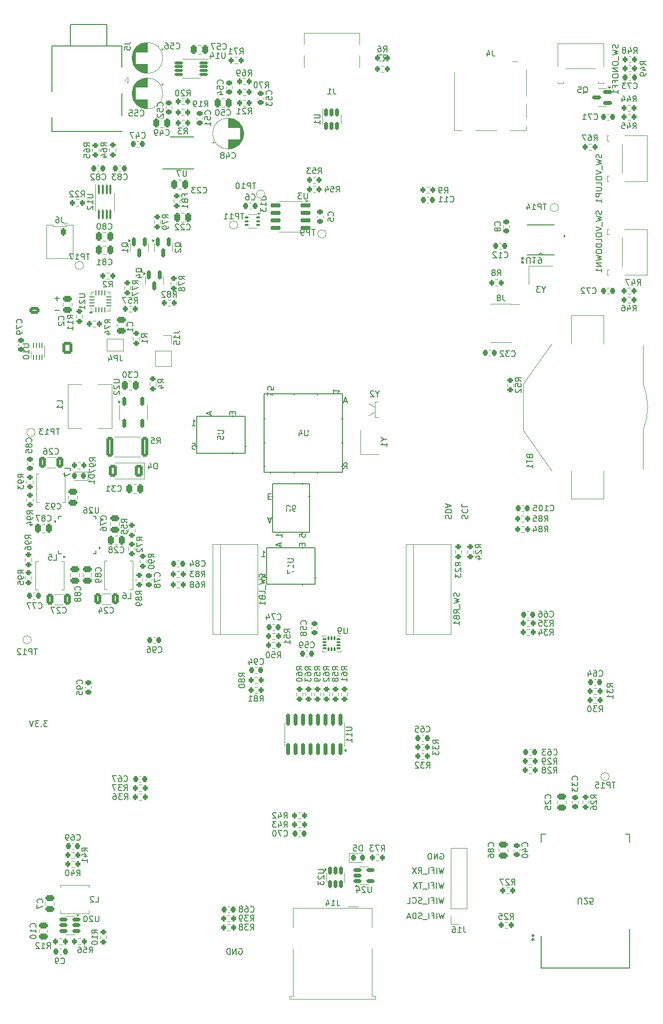
<source format=gbo>
G04 #@! TF.GenerationSoftware,KiCad,Pcbnew,8.0.4*
G04 #@! TF.CreationDate,2025-01-08T21:39:51+00:00*
G04 #@! TF.ProjectId,gk-pcbv3,676b2d70-6362-4763-932e-6b696361645f,rev?*
G04 #@! TF.SameCoordinates,Original*
G04 #@! TF.FileFunction,Legend,Bot*
G04 #@! TF.FilePolarity,Positive*
%FSLAX46Y46*%
G04 Gerber Fmt 4.6, Leading zero omitted, Abs format (unit mm)*
G04 Created by KiCad (PCBNEW 8.0.4) date 2025-01-08 21:39:51*
%MOMM*%
%LPD*%
G01*
G04 APERTURE LIST*
G04 Aperture macros list*
%AMRoundRect*
0 Rectangle with rounded corners*
0 $1 Rounding radius*
0 $2 $3 $4 $5 $6 $7 $8 $9 X,Y pos of 4 corners*
0 Add a 4 corners polygon primitive as box body*
4,1,4,$2,$3,$4,$5,$6,$7,$8,$9,$2,$3,0*
0 Add four circle primitives for the rounded corners*
1,1,$1+$1,$2,$3*
1,1,$1+$1,$4,$5*
1,1,$1+$1,$6,$7*
1,1,$1+$1,$8,$9*
0 Add four rect primitives between the rounded corners*
20,1,$1+$1,$2,$3,$4,$5,0*
20,1,$1+$1,$4,$5,$6,$7,0*
20,1,$1+$1,$6,$7,$8,$9,0*
20,1,$1+$1,$8,$9,$2,$3,0*%
%AMFreePoly0*
4,1,13,0.900000,0.500000,2.600000,0.500000,2.600000,-0.500000,0.900000,-0.500000,0.400000,-1.000000,-0.400000,-1.000000,-0.900000,-0.500000,-2.600000,-0.500000,-2.600000,0.500000,-0.900000,0.500000,-0.400000,1.000000,0.400000,1.000000,0.900000,0.500000,0.900000,0.500000,$1*%
G04 Aperture macros list end*
%ADD10C,0.150000*%
%ADD11C,0.120000*%
%ADD12C,0.152400*%
%ADD13C,0.000000*%
%ADD14C,3.200000*%
%ADD15RoundRect,0.125000X0.600000X0.125000X-0.600000X0.125000X-0.600000X-0.125000X0.600000X-0.125000X0*%
%ADD16R,1.570000X1.890000*%
%ADD17RoundRect,0.062500X-0.375000X-0.062500X0.375000X-0.062500X0.375000X0.062500X-0.375000X0.062500X0*%
%ADD18RoundRect,0.062500X-0.062500X-0.375000X0.062500X-0.375000X0.062500X0.375000X-0.062500X0.375000X0*%
%ADD19R,1.600000X1.600000*%
%ADD20RoundRect,0.250000X-0.600000X-0.750000X0.600000X-0.750000X0.600000X0.750000X-0.600000X0.750000X0*%
%ADD21O,1.700000X2.000000*%
%ADD22R,1.700000X1.700000*%
%ADD23O,1.700000X1.700000*%
%ADD24C,1.800000*%
%ADD25O,2.400000X5.000000*%
%ADD26O,2.300000X1.800000*%
%ADD27C,2.500000*%
%ADD28RoundRect,0.200000X0.200000X0.275000X-0.200000X0.275000X-0.200000X-0.275000X0.200000X-0.275000X0*%
%ADD29RoundRect,0.250000X-0.250000X-0.475000X0.250000X-0.475000X0.250000X0.475000X-0.250000X0.475000X0*%
%ADD30RoundRect,0.225000X0.225000X0.250000X-0.225000X0.250000X-0.225000X-0.250000X0.225000X-0.250000X0*%
%ADD31C,2.200000*%
%ADD32C,1.700000*%
%ADD33RoundRect,0.200000X-0.200000X-0.275000X0.200000X-0.275000X0.200000X0.275000X-0.200000X0.275000X0*%
%ADD34RoundRect,0.225000X0.250000X-0.225000X0.250000X0.225000X-0.250000X0.225000X-0.250000X-0.225000X0*%
%ADD35RoundRect,0.200000X0.200000X0.450000X-0.200000X0.450000X-0.200000X-0.450000X0.200000X-0.450000X0*%
%ADD36O,0.800000X1.300000*%
%ADD37RoundRect,0.218750X0.218750X0.256250X-0.218750X0.256250X-0.218750X-0.256250X0.218750X-0.256250X0*%
%ADD38RoundRect,0.250000X0.450000X0.800000X-0.450000X0.800000X-0.450000X-0.800000X0.450000X-0.800000X0*%
%ADD39RoundRect,0.200000X0.275000X-0.200000X0.275000X0.200000X-0.275000X0.200000X-0.275000X-0.200000X0*%
%ADD40C,0.650000*%
%ADD41R,0.600000X1.450000*%
%ADD42R,0.300000X1.450000*%
%ADD43O,1.000000X1.600000*%
%ADD44O,1.000000X2.100000*%
%ADD45RoundRect,0.225000X-0.225000X-0.250000X0.225000X-0.250000X0.225000X0.250000X-0.225000X0.250000X0*%
%ADD46RoundRect,0.200000X-0.275000X0.200000X-0.275000X-0.200000X0.275000X-0.200000X0.275000X0.200000X0*%
%ADD47C,1.000000*%
%ADD48RoundRect,0.250000X0.475000X-0.250000X0.475000X0.250000X-0.475000X0.250000X-0.475000X-0.250000X0*%
%ADD49RoundRect,0.225000X-0.250000X0.225000X-0.250000X-0.225000X0.250000X-0.225000X0.250000X0.225000X0*%
%ADD50RoundRect,0.250000X0.362500X1.425000X-0.362500X1.425000X-0.362500X-1.425000X0.362500X-1.425000X0*%
%ADD51C,0.500000*%
%ADD52RoundRect,0.062500X-0.062500X0.325000X-0.062500X-0.325000X0.062500X-0.325000X0.062500X0.325000X0*%
%ADD53R,1.200000X0.800000*%
%ADD54RoundRect,0.250000X-0.475000X0.250000X-0.475000X-0.250000X0.475000X-0.250000X0.475000X0.250000X0*%
%ADD55RoundRect,0.150000X0.150000X-0.825000X0.150000X0.825000X-0.150000X0.825000X-0.150000X-0.825000X0*%
%ADD56R,1.150000X1.400000*%
%ADD57R,0.980000X3.400000*%
%ADD58R,3.000000X3.000000*%
%ADD59C,3.000000*%
%ADD60R,5.100000X5.100000*%
%ADD61C,17.800000*%
%ADD62C,1.600000*%
%ADD63RoundRect,0.218750X-0.218750X-0.256250X0.218750X-0.256250X0.218750X0.256250X-0.218750X0.256250X0*%
%ADD64RoundRect,0.150000X0.587500X0.150000X-0.587500X0.150000X-0.587500X-0.150000X0.587500X-0.150000X0*%
%ADD65R,0.812800X0.254000*%
%ADD66R,0.812800X0.250000*%
%ADD67R,0.254000X0.812800*%
%ADD68R,4.191000X4.191000*%
%ADD69R,1.400000X1.150000*%
%ADD70RoundRect,0.150000X-0.512500X-0.150000X0.512500X-0.150000X0.512500X0.150000X-0.512500X0.150000X0*%
%ADD71RoundRect,0.100000X0.225000X0.100000X-0.225000X0.100000X-0.225000X-0.100000X0.225000X-0.100000X0*%
%ADD72R,3.400000X0.980000*%
%ADD73R,2.400000X0.740000*%
%ADD74R,1.676400X0.355600*%
%ADD75R,6.500000X2.200000*%
%ADD76R,1.600000X1.500000*%
%ADD77R,1.879600X0.812800*%
%ADD78R,0.812800X1.879600*%
%ADD79R,4.394200X4.394200*%
%ADD80R,1.000000X1.500000*%
%ADD81R,1.200000X0.400000*%
%ADD82RoundRect,0.175000X-0.175000X0.575000X-0.175000X-0.575000X0.175000X-0.575000X0.175000X0.575000X0*%
%ADD83FreePoly0,270.000000*%
%ADD84RoundRect,0.150000X-0.150000X0.587500X-0.150000X-0.587500X0.150000X-0.587500X0.150000X0.587500X0*%
%ADD85RoundRect,0.087500X0.225000X0.087500X-0.225000X0.087500X-0.225000X-0.087500X0.225000X-0.087500X0*%
%ADD86RoundRect,0.087500X0.087500X0.225000X-0.087500X0.225000X-0.087500X-0.225000X0.087500X-0.225000X0*%
%ADD87RoundRect,0.150000X0.512500X0.150000X-0.512500X0.150000X-0.512500X-0.150000X0.512500X-0.150000X0*%
%ADD88RoundRect,0.150000X-0.150000X0.512500X-0.150000X-0.512500X0.150000X-0.512500X0.150000X0.512500X0*%
%ADD89RoundRect,0.250000X0.250000X0.475000X-0.250000X0.475000X-0.250000X-0.475000X0.250000X-0.475000X0*%
%ADD90RoundRect,0.100000X-0.100000X0.712500X-0.100000X-0.712500X0.100000X-0.712500X0.100000X0.712500X0*%
%ADD91RoundRect,0.250000X-0.325000X-0.650000X0.325000X-0.650000X0.325000X0.650000X-0.325000X0.650000X0*%
%ADD92R,2.200000X1.500000*%
%ADD93R,0.850000X1.100000*%
%ADD94R,0.750000X1.100000*%
%ADD95R,1.200000X1.000000*%
%ADD96R,1.550000X1.350000*%
%ADD97R,1.900000X1.350000*%
%ADD98R,1.170000X1.800000*%
%ADD99RoundRect,0.250000X0.325000X0.650000X-0.325000X0.650000X-0.325000X-0.650000X0.325000X-0.650000X0*%
%ADD100RoundRect,0.150000X0.725000X0.150000X-0.725000X0.150000X-0.725000X-0.150000X0.725000X-0.150000X0*%
%ADD101C,0.330200*%
%ADD102O,2.200000X4.000000*%
%ADD103O,4.000000X2.200000*%
%ADD104R,2.200000X4.000000*%
%ADD105RoundRect,0.250000X0.625000X-0.350000X0.625000X0.350000X-0.625000X0.350000X-0.625000X-0.350000X0*%
%ADD106O,1.750000X1.200000*%
G04 APERTURE END LIST*
D10*
X52241220Y-64766866D02*
X51479316Y-64766866D01*
X52241220Y-62734866D02*
X51479316Y-62734866D01*
X51860268Y-63115819D02*
X51860268Y-62353914D01*
X117462058Y-159143819D02*
X117223963Y-160143819D01*
X117223963Y-160143819D02*
X117033487Y-159429533D01*
X117033487Y-159429533D02*
X116843011Y-160143819D01*
X116843011Y-160143819D02*
X116604916Y-159143819D01*
X116223963Y-160143819D02*
X116223963Y-159143819D01*
X115414440Y-159620009D02*
X115747773Y-159620009D01*
X115747773Y-160143819D02*
X115747773Y-159143819D01*
X115747773Y-159143819D02*
X115271583Y-159143819D01*
X114890630Y-160143819D02*
X114890630Y-159143819D01*
X114652536Y-160239057D02*
X113890631Y-160239057D01*
X113081107Y-160143819D02*
X113414440Y-159667628D01*
X113652535Y-160143819D02*
X113652535Y-159143819D01*
X113652535Y-159143819D02*
X113271583Y-159143819D01*
X113271583Y-159143819D02*
X113176345Y-159191438D01*
X113176345Y-159191438D02*
X113128726Y-159239057D01*
X113128726Y-159239057D02*
X113081107Y-159334295D01*
X113081107Y-159334295D02*
X113081107Y-159477152D01*
X113081107Y-159477152D02*
X113128726Y-159572390D01*
X113128726Y-159572390D02*
X113176345Y-159620009D01*
X113176345Y-159620009D02*
X113271583Y-159667628D01*
X113271583Y-159667628D02*
X113652535Y-159667628D01*
X112747773Y-159143819D02*
X112081107Y-160143819D01*
X112081107Y-159143819D02*
X112747773Y-160143819D01*
X117487458Y-166840019D02*
X117249363Y-167840019D01*
X117249363Y-167840019D02*
X117058887Y-167125733D01*
X117058887Y-167125733D02*
X116868411Y-167840019D01*
X116868411Y-167840019D02*
X116630316Y-166840019D01*
X116249363Y-167840019D02*
X116249363Y-166840019D01*
X115439840Y-167316209D02*
X115773173Y-167316209D01*
X115773173Y-167840019D02*
X115773173Y-166840019D01*
X115773173Y-166840019D02*
X115296983Y-166840019D01*
X114916030Y-167840019D02*
X114916030Y-166840019D01*
X114677936Y-167935257D02*
X113916031Y-167935257D01*
X113725554Y-167792400D02*
X113582697Y-167840019D01*
X113582697Y-167840019D02*
X113344602Y-167840019D01*
X113344602Y-167840019D02*
X113249364Y-167792400D01*
X113249364Y-167792400D02*
X113201745Y-167744780D01*
X113201745Y-167744780D02*
X113154126Y-167649542D01*
X113154126Y-167649542D02*
X113154126Y-167554304D01*
X113154126Y-167554304D02*
X113201745Y-167459066D01*
X113201745Y-167459066D02*
X113249364Y-167411447D01*
X113249364Y-167411447D02*
X113344602Y-167363828D01*
X113344602Y-167363828D02*
X113535078Y-167316209D01*
X113535078Y-167316209D02*
X113630316Y-167268590D01*
X113630316Y-167268590D02*
X113677935Y-167220971D01*
X113677935Y-167220971D02*
X113725554Y-167125733D01*
X113725554Y-167125733D02*
X113725554Y-167030495D01*
X113725554Y-167030495D02*
X113677935Y-166935257D01*
X113677935Y-166935257D02*
X113630316Y-166887638D01*
X113630316Y-166887638D02*
X113535078Y-166840019D01*
X113535078Y-166840019D02*
X113296983Y-166840019D01*
X113296983Y-166840019D02*
X113154126Y-166887638D01*
X112725554Y-167840019D02*
X112725554Y-166840019D01*
X112725554Y-166840019D02*
X112487459Y-166840019D01*
X112487459Y-166840019D02*
X112344602Y-166887638D01*
X112344602Y-166887638D02*
X112249364Y-166982876D01*
X112249364Y-166982876D02*
X112201745Y-167078114D01*
X112201745Y-167078114D02*
X112154126Y-167268590D01*
X112154126Y-167268590D02*
X112154126Y-167411447D01*
X112154126Y-167411447D02*
X112201745Y-167601923D01*
X112201745Y-167601923D02*
X112249364Y-167697161D01*
X112249364Y-167697161D02*
X112344602Y-167792400D01*
X112344602Y-167792400D02*
X112487459Y-167840019D01*
X112487459Y-167840019D02*
X112725554Y-167840019D01*
X111773173Y-167554304D02*
X111296983Y-167554304D01*
X111868411Y-167840019D02*
X111535078Y-166840019D01*
X111535078Y-166840019D02*
X111201745Y-167840019D01*
X116843011Y-156803838D02*
X116938249Y-156756219D01*
X116938249Y-156756219D02*
X117081106Y-156756219D01*
X117081106Y-156756219D02*
X117223963Y-156803838D01*
X117223963Y-156803838D02*
X117319201Y-156899076D01*
X117319201Y-156899076D02*
X117366820Y-156994314D01*
X117366820Y-156994314D02*
X117414439Y-157184790D01*
X117414439Y-157184790D02*
X117414439Y-157327647D01*
X117414439Y-157327647D02*
X117366820Y-157518123D01*
X117366820Y-157518123D02*
X117319201Y-157613361D01*
X117319201Y-157613361D02*
X117223963Y-157708600D01*
X117223963Y-157708600D02*
X117081106Y-157756219D01*
X117081106Y-157756219D02*
X116985868Y-157756219D01*
X116985868Y-157756219D02*
X116843011Y-157708600D01*
X116843011Y-157708600D02*
X116795392Y-157660980D01*
X116795392Y-157660980D02*
X116795392Y-157327647D01*
X116795392Y-157327647D02*
X116985868Y-157327647D01*
X116366820Y-157756219D02*
X116366820Y-156756219D01*
X116366820Y-156756219D02*
X115795392Y-157756219D01*
X115795392Y-157756219D02*
X115795392Y-156756219D01*
X115319201Y-157756219D02*
X115319201Y-156756219D01*
X115319201Y-156756219D02*
X115081106Y-156756219D01*
X115081106Y-156756219D02*
X114938249Y-156803838D01*
X114938249Y-156803838D02*
X114843011Y-156899076D01*
X114843011Y-156899076D02*
X114795392Y-156994314D01*
X114795392Y-156994314D02*
X114747773Y-157184790D01*
X114747773Y-157184790D02*
X114747773Y-157327647D01*
X114747773Y-157327647D02*
X114795392Y-157518123D01*
X114795392Y-157518123D02*
X114843011Y-157613361D01*
X114843011Y-157613361D02*
X114938249Y-157708600D01*
X114938249Y-157708600D02*
X115081106Y-157756219D01*
X115081106Y-157756219D02*
X115319201Y-157756219D01*
X82705411Y-172907438D02*
X82800649Y-172859819D01*
X82800649Y-172859819D02*
X82943506Y-172859819D01*
X82943506Y-172859819D02*
X83086363Y-172907438D01*
X83086363Y-172907438D02*
X83181601Y-173002676D01*
X83181601Y-173002676D02*
X83229220Y-173097914D01*
X83229220Y-173097914D02*
X83276839Y-173288390D01*
X83276839Y-173288390D02*
X83276839Y-173431247D01*
X83276839Y-173431247D02*
X83229220Y-173621723D01*
X83229220Y-173621723D02*
X83181601Y-173716961D01*
X83181601Y-173716961D02*
X83086363Y-173812200D01*
X83086363Y-173812200D02*
X82943506Y-173859819D01*
X82943506Y-173859819D02*
X82848268Y-173859819D01*
X82848268Y-173859819D02*
X82705411Y-173812200D01*
X82705411Y-173812200D02*
X82657792Y-173764580D01*
X82657792Y-173764580D02*
X82657792Y-173431247D01*
X82657792Y-173431247D02*
X82848268Y-173431247D01*
X82229220Y-173859819D02*
X82229220Y-172859819D01*
X82229220Y-172859819D02*
X81657792Y-173859819D01*
X81657792Y-173859819D02*
X81657792Y-172859819D01*
X81181601Y-173859819D02*
X81181601Y-172859819D01*
X81181601Y-172859819D02*
X80943506Y-172859819D01*
X80943506Y-172859819D02*
X80800649Y-172907438D01*
X80800649Y-172907438D02*
X80705411Y-173002676D01*
X80705411Y-173002676D02*
X80657792Y-173097914D01*
X80657792Y-173097914D02*
X80610173Y-173288390D01*
X80610173Y-173288390D02*
X80610173Y-173431247D01*
X80610173Y-173431247D02*
X80657792Y-173621723D01*
X80657792Y-173621723D02*
X80705411Y-173716961D01*
X80705411Y-173716961D02*
X80800649Y-173812200D01*
X80800649Y-173812200D02*
X80943506Y-173859819D01*
X80943506Y-173859819D02*
X81181601Y-173859819D01*
X120573800Y-100040839D02*
X120526180Y-99897982D01*
X120526180Y-99897982D02*
X120526180Y-99659887D01*
X120526180Y-99659887D02*
X120573800Y-99564649D01*
X120573800Y-99564649D02*
X120621419Y-99517030D01*
X120621419Y-99517030D02*
X120716657Y-99469411D01*
X120716657Y-99469411D02*
X120811895Y-99469411D01*
X120811895Y-99469411D02*
X120907133Y-99517030D01*
X120907133Y-99517030D02*
X120954752Y-99564649D01*
X120954752Y-99564649D02*
X121002371Y-99659887D01*
X121002371Y-99659887D02*
X121049990Y-99850363D01*
X121049990Y-99850363D02*
X121097609Y-99945601D01*
X121097609Y-99945601D02*
X121145228Y-99993220D01*
X121145228Y-99993220D02*
X121240466Y-100040839D01*
X121240466Y-100040839D02*
X121335704Y-100040839D01*
X121335704Y-100040839D02*
X121430942Y-99993220D01*
X121430942Y-99993220D02*
X121478561Y-99945601D01*
X121478561Y-99945601D02*
X121526180Y-99850363D01*
X121526180Y-99850363D02*
X121526180Y-99612268D01*
X121526180Y-99612268D02*
X121478561Y-99469411D01*
X120621419Y-98469411D02*
X120573800Y-98517030D01*
X120573800Y-98517030D02*
X120526180Y-98659887D01*
X120526180Y-98659887D02*
X120526180Y-98755125D01*
X120526180Y-98755125D02*
X120573800Y-98897982D01*
X120573800Y-98897982D02*
X120669038Y-98993220D01*
X120669038Y-98993220D02*
X120764276Y-99040839D01*
X120764276Y-99040839D02*
X120954752Y-99088458D01*
X120954752Y-99088458D02*
X121097609Y-99088458D01*
X121097609Y-99088458D02*
X121288085Y-99040839D01*
X121288085Y-99040839D02*
X121383323Y-98993220D01*
X121383323Y-98993220D02*
X121478561Y-98897982D01*
X121478561Y-98897982D02*
X121526180Y-98755125D01*
X121526180Y-98755125D02*
X121526180Y-98659887D01*
X121526180Y-98659887D02*
X121478561Y-98517030D01*
X121478561Y-98517030D02*
X121430942Y-98469411D01*
X120526180Y-97564649D02*
X120526180Y-98040839D01*
X120526180Y-98040839D02*
X121526180Y-98040839D01*
X117462058Y-164223819D02*
X117223963Y-165223819D01*
X117223963Y-165223819D02*
X117033487Y-164509533D01*
X117033487Y-164509533D02*
X116843011Y-165223819D01*
X116843011Y-165223819D02*
X116604916Y-164223819D01*
X116223963Y-165223819D02*
X116223963Y-164223819D01*
X115414440Y-164700009D02*
X115747773Y-164700009D01*
X115747773Y-165223819D02*
X115747773Y-164223819D01*
X115747773Y-164223819D02*
X115271583Y-164223819D01*
X114890630Y-165223819D02*
X114890630Y-164223819D01*
X114652536Y-165319057D02*
X113890631Y-165319057D01*
X113700154Y-165176200D02*
X113557297Y-165223819D01*
X113557297Y-165223819D02*
X113319202Y-165223819D01*
X113319202Y-165223819D02*
X113223964Y-165176200D01*
X113223964Y-165176200D02*
X113176345Y-165128580D01*
X113176345Y-165128580D02*
X113128726Y-165033342D01*
X113128726Y-165033342D02*
X113128726Y-164938104D01*
X113128726Y-164938104D02*
X113176345Y-164842866D01*
X113176345Y-164842866D02*
X113223964Y-164795247D01*
X113223964Y-164795247D02*
X113319202Y-164747628D01*
X113319202Y-164747628D02*
X113509678Y-164700009D01*
X113509678Y-164700009D02*
X113604916Y-164652390D01*
X113604916Y-164652390D02*
X113652535Y-164604771D01*
X113652535Y-164604771D02*
X113700154Y-164509533D01*
X113700154Y-164509533D02*
X113700154Y-164414295D01*
X113700154Y-164414295D02*
X113652535Y-164319057D01*
X113652535Y-164319057D02*
X113604916Y-164271438D01*
X113604916Y-164271438D02*
X113509678Y-164223819D01*
X113509678Y-164223819D02*
X113271583Y-164223819D01*
X113271583Y-164223819D02*
X113128726Y-164271438D01*
X112128726Y-165128580D02*
X112176345Y-165176200D01*
X112176345Y-165176200D02*
X112319202Y-165223819D01*
X112319202Y-165223819D02*
X112414440Y-165223819D01*
X112414440Y-165223819D02*
X112557297Y-165176200D01*
X112557297Y-165176200D02*
X112652535Y-165080961D01*
X112652535Y-165080961D02*
X112700154Y-164985723D01*
X112700154Y-164985723D02*
X112747773Y-164795247D01*
X112747773Y-164795247D02*
X112747773Y-164652390D01*
X112747773Y-164652390D02*
X112700154Y-164461914D01*
X112700154Y-164461914D02*
X112652535Y-164366676D01*
X112652535Y-164366676D02*
X112557297Y-164271438D01*
X112557297Y-164271438D02*
X112414440Y-164223819D01*
X112414440Y-164223819D02*
X112319202Y-164223819D01*
X112319202Y-164223819D02*
X112176345Y-164271438D01*
X112176345Y-164271438D02*
X112128726Y-164319057D01*
X111223964Y-165223819D02*
X111700154Y-165223819D01*
X111700154Y-165223819D02*
X111700154Y-164223819D01*
X50202858Y-134302619D02*
X49583811Y-134302619D01*
X49583811Y-134302619D02*
X49917144Y-134683571D01*
X49917144Y-134683571D02*
X49774287Y-134683571D01*
X49774287Y-134683571D02*
X49679049Y-134731190D01*
X49679049Y-134731190D02*
X49631430Y-134778809D01*
X49631430Y-134778809D02*
X49583811Y-134874047D01*
X49583811Y-134874047D02*
X49583811Y-135112142D01*
X49583811Y-135112142D02*
X49631430Y-135207380D01*
X49631430Y-135207380D02*
X49679049Y-135255000D01*
X49679049Y-135255000D02*
X49774287Y-135302619D01*
X49774287Y-135302619D02*
X50060001Y-135302619D01*
X50060001Y-135302619D02*
X50155239Y-135255000D01*
X50155239Y-135255000D02*
X50202858Y-135207380D01*
X49155239Y-135207380D02*
X49107620Y-135255000D01*
X49107620Y-135255000D02*
X49155239Y-135302619D01*
X49155239Y-135302619D02*
X49202858Y-135255000D01*
X49202858Y-135255000D02*
X49155239Y-135207380D01*
X49155239Y-135207380D02*
X49155239Y-135302619D01*
X48774287Y-134302619D02*
X48155240Y-134302619D01*
X48155240Y-134302619D02*
X48488573Y-134683571D01*
X48488573Y-134683571D02*
X48345716Y-134683571D01*
X48345716Y-134683571D02*
X48250478Y-134731190D01*
X48250478Y-134731190D02*
X48202859Y-134778809D01*
X48202859Y-134778809D02*
X48155240Y-134874047D01*
X48155240Y-134874047D02*
X48155240Y-135112142D01*
X48155240Y-135112142D02*
X48202859Y-135207380D01*
X48202859Y-135207380D02*
X48250478Y-135255000D01*
X48250478Y-135255000D02*
X48345716Y-135302619D01*
X48345716Y-135302619D02*
X48631430Y-135302619D01*
X48631430Y-135302619D02*
X48726668Y-135255000D01*
X48726668Y-135255000D02*
X48774287Y-135207380D01*
X47869525Y-134302619D02*
X47536192Y-135302619D01*
X47536192Y-135302619D02*
X47202859Y-134302619D01*
X117779800Y-100040839D02*
X117732180Y-99897982D01*
X117732180Y-99897982D02*
X117732180Y-99659887D01*
X117732180Y-99659887D02*
X117779800Y-99564649D01*
X117779800Y-99564649D02*
X117827419Y-99517030D01*
X117827419Y-99517030D02*
X117922657Y-99469411D01*
X117922657Y-99469411D02*
X118017895Y-99469411D01*
X118017895Y-99469411D02*
X118113133Y-99517030D01*
X118113133Y-99517030D02*
X118160752Y-99564649D01*
X118160752Y-99564649D02*
X118208371Y-99659887D01*
X118208371Y-99659887D02*
X118255990Y-99850363D01*
X118255990Y-99850363D02*
X118303609Y-99945601D01*
X118303609Y-99945601D02*
X118351228Y-99993220D01*
X118351228Y-99993220D02*
X118446466Y-100040839D01*
X118446466Y-100040839D02*
X118541704Y-100040839D01*
X118541704Y-100040839D02*
X118636942Y-99993220D01*
X118636942Y-99993220D02*
X118684561Y-99945601D01*
X118684561Y-99945601D02*
X118732180Y-99850363D01*
X118732180Y-99850363D02*
X118732180Y-99612268D01*
X118732180Y-99612268D02*
X118684561Y-99469411D01*
X117732180Y-99040839D02*
X118732180Y-99040839D01*
X118732180Y-99040839D02*
X118732180Y-98802744D01*
X118732180Y-98802744D02*
X118684561Y-98659887D01*
X118684561Y-98659887D02*
X118589323Y-98564649D01*
X118589323Y-98564649D02*
X118494085Y-98517030D01*
X118494085Y-98517030D02*
X118303609Y-98469411D01*
X118303609Y-98469411D02*
X118160752Y-98469411D01*
X118160752Y-98469411D02*
X117970276Y-98517030D01*
X117970276Y-98517030D02*
X117875038Y-98564649D01*
X117875038Y-98564649D02*
X117779800Y-98659887D01*
X117779800Y-98659887D02*
X117732180Y-98802744D01*
X117732180Y-98802744D02*
X117732180Y-99040839D01*
X118017895Y-98088458D02*
X118017895Y-97612268D01*
X117732180Y-98183696D02*
X118732180Y-97850363D01*
X118732180Y-97850363D02*
X117732180Y-97517030D01*
X117436658Y-161683819D02*
X117198563Y-162683819D01*
X117198563Y-162683819D02*
X117008087Y-161969533D01*
X117008087Y-161969533D02*
X116817611Y-162683819D01*
X116817611Y-162683819D02*
X116579516Y-161683819D01*
X116198563Y-162683819D02*
X116198563Y-161683819D01*
X115389040Y-162160009D02*
X115722373Y-162160009D01*
X115722373Y-162683819D02*
X115722373Y-161683819D01*
X115722373Y-161683819D02*
X115246183Y-161683819D01*
X114865230Y-162683819D02*
X114865230Y-161683819D01*
X114627136Y-162779057D02*
X113865231Y-162779057D01*
X113769992Y-161683819D02*
X113198564Y-161683819D01*
X113484278Y-162683819D02*
X113484278Y-161683819D01*
X112960468Y-161683819D02*
X112293802Y-162683819D01*
X112293802Y-161683819D02*
X112960468Y-162683819D01*
X80338094Y-21054819D02*
X80338094Y-21864342D01*
X80338094Y-21864342D02*
X80290475Y-21959580D01*
X80290475Y-21959580D02*
X80242856Y-22007200D01*
X80242856Y-22007200D02*
X80147618Y-22054819D01*
X80147618Y-22054819D02*
X79957142Y-22054819D01*
X79957142Y-22054819D02*
X79861904Y-22007200D01*
X79861904Y-22007200D02*
X79814285Y-21959580D01*
X79814285Y-21959580D02*
X79766666Y-21864342D01*
X79766666Y-21864342D02*
X79766666Y-21054819D01*
X78766666Y-22054819D02*
X79338094Y-22054819D01*
X79052380Y-22054819D02*
X79052380Y-21054819D01*
X79052380Y-21054819D02*
X79147618Y-21197676D01*
X79147618Y-21197676D02*
X79242856Y-21292914D01*
X79242856Y-21292914D02*
X79338094Y-21340533D01*
X77909523Y-21388152D02*
X77909523Y-22054819D01*
X78147618Y-21007200D02*
X78385713Y-21721485D01*
X78385713Y-21721485D02*
X77766666Y-21721485D01*
X55588819Y-62007905D02*
X56398342Y-62007905D01*
X56398342Y-62007905D02*
X56493580Y-62055524D01*
X56493580Y-62055524D02*
X56541200Y-62103143D01*
X56541200Y-62103143D02*
X56588819Y-62198381D01*
X56588819Y-62198381D02*
X56588819Y-62388857D01*
X56588819Y-62388857D02*
X56541200Y-62484095D01*
X56541200Y-62484095D02*
X56493580Y-62531714D01*
X56493580Y-62531714D02*
X56398342Y-62579333D01*
X56398342Y-62579333D02*
X55588819Y-62579333D01*
X55684057Y-63007905D02*
X55636438Y-63055524D01*
X55636438Y-63055524D02*
X55588819Y-63150762D01*
X55588819Y-63150762D02*
X55588819Y-63388857D01*
X55588819Y-63388857D02*
X55636438Y-63484095D01*
X55636438Y-63484095D02*
X55684057Y-63531714D01*
X55684057Y-63531714D02*
X55779295Y-63579333D01*
X55779295Y-63579333D02*
X55874533Y-63579333D01*
X55874533Y-63579333D02*
X56017390Y-63531714D01*
X56017390Y-63531714D02*
X56588819Y-62960286D01*
X56588819Y-62960286D02*
X56588819Y-63579333D01*
X56588819Y-64531714D02*
X56588819Y-63960286D01*
X56588819Y-64246000D02*
X55588819Y-64246000D01*
X55588819Y-64246000D02*
X55731676Y-64150762D01*
X55731676Y-64150762D02*
X55826914Y-64055524D01*
X55826914Y-64055524D02*
X55874533Y-63960286D01*
X63228457Y-147647819D02*
X63561790Y-147171628D01*
X63799885Y-147647819D02*
X63799885Y-146647819D01*
X63799885Y-146647819D02*
X63418933Y-146647819D01*
X63418933Y-146647819D02*
X63323695Y-146695438D01*
X63323695Y-146695438D02*
X63276076Y-146743057D01*
X63276076Y-146743057D02*
X63228457Y-146838295D01*
X63228457Y-146838295D02*
X63228457Y-146981152D01*
X63228457Y-146981152D02*
X63276076Y-147076390D01*
X63276076Y-147076390D02*
X63323695Y-147124009D01*
X63323695Y-147124009D02*
X63418933Y-147171628D01*
X63418933Y-147171628D02*
X63799885Y-147171628D01*
X62895123Y-146647819D02*
X62276076Y-146647819D01*
X62276076Y-146647819D02*
X62609409Y-147028771D01*
X62609409Y-147028771D02*
X62466552Y-147028771D01*
X62466552Y-147028771D02*
X62371314Y-147076390D01*
X62371314Y-147076390D02*
X62323695Y-147124009D01*
X62323695Y-147124009D02*
X62276076Y-147219247D01*
X62276076Y-147219247D02*
X62276076Y-147457342D01*
X62276076Y-147457342D02*
X62323695Y-147552580D01*
X62323695Y-147552580D02*
X62371314Y-147600200D01*
X62371314Y-147600200D02*
X62466552Y-147647819D01*
X62466552Y-147647819D02*
X62752266Y-147647819D01*
X62752266Y-147647819D02*
X62847504Y-147600200D01*
X62847504Y-147600200D02*
X62895123Y-147552580D01*
X61418933Y-146647819D02*
X61609409Y-146647819D01*
X61609409Y-146647819D02*
X61704647Y-146695438D01*
X61704647Y-146695438D02*
X61752266Y-146743057D01*
X61752266Y-146743057D02*
X61847504Y-146885914D01*
X61847504Y-146885914D02*
X61895123Y-147076390D01*
X61895123Y-147076390D02*
X61895123Y-147457342D01*
X61895123Y-147457342D02*
X61847504Y-147552580D01*
X61847504Y-147552580D02*
X61799885Y-147600200D01*
X61799885Y-147600200D02*
X61704647Y-147647819D01*
X61704647Y-147647819D02*
X61514171Y-147647819D01*
X61514171Y-147647819D02*
X61418933Y-147600200D01*
X61418933Y-147600200D02*
X61371314Y-147552580D01*
X61371314Y-147552580D02*
X61323695Y-147457342D01*
X61323695Y-147457342D02*
X61323695Y-147219247D01*
X61323695Y-147219247D02*
X61371314Y-147124009D01*
X61371314Y-147124009D02*
X61418933Y-147076390D01*
X61418933Y-147076390D02*
X61514171Y-147028771D01*
X61514171Y-147028771D02*
X61704647Y-147028771D01*
X61704647Y-147028771D02*
X61799885Y-147076390D01*
X61799885Y-147076390D02*
X61847504Y-147124009D01*
X61847504Y-147124009D02*
X61895123Y-147219247D01*
X89200457Y-123619419D02*
X89533790Y-123143228D01*
X89771885Y-123619419D02*
X89771885Y-122619419D01*
X89771885Y-122619419D02*
X89390933Y-122619419D01*
X89390933Y-122619419D02*
X89295695Y-122667038D01*
X89295695Y-122667038D02*
X89248076Y-122714657D01*
X89248076Y-122714657D02*
X89200457Y-122809895D01*
X89200457Y-122809895D02*
X89200457Y-122952752D01*
X89200457Y-122952752D02*
X89248076Y-123047990D01*
X89248076Y-123047990D02*
X89295695Y-123095609D01*
X89295695Y-123095609D02*
X89390933Y-123143228D01*
X89390933Y-123143228D02*
X89771885Y-123143228D01*
X88295695Y-122619419D02*
X88771885Y-122619419D01*
X88771885Y-122619419D02*
X88819504Y-123095609D01*
X88819504Y-123095609D02*
X88771885Y-123047990D01*
X88771885Y-123047990D02*
X88676647Y-123000371D01*
X88676647Y-123000371D02*
X88438552Y-123000371D01*
X88438552Y-123000371D02*
X88343314Y-123047990D01*
X88343314Y-123047990D02*
X88295695Y-123095609D01*
X88295695Y-123095609D02*
X88248076Y-123190847D01*
X88248076Y-123190847D02*
X88248076Y-123428942D01*
X88248076Y-123428942D02*
X88295695Y-123524180D01*
X88295695Y-123524180D02*
X88343314Y-123571800D01*
X88343314Y-123571800D02*
X88438552Y-123619419D01*
X88438552Y-123619419D02*
X88676647Y-123619419D01*
X88676647Y-123619419D02*
X88771885Y-123571800D01*
X88771885Y-123571800D02*
X88819504Y-123524180D01*
X87629028Y-122619419D02*
X87533790Y-122619419D01*
X87533790Y-122619419D02*
X87438552Y-122667038D01*
X87438552Y-122667038D02*
X87390933Y-122714657D01*
X87390933Y-122714657D02*
X87343314Y-122809895D01*
X87343314Y-122809895D02*
X87295695Y-123000371D01*
X87295695Y-123000371D02*
X87295695Y-123238466D01*
X87295695Y-123238466D02*
X87343314Y-123428942D01*
X87343314Y-123428942D02*
X87390933Y-123524180D01*
X87390933Y-123524180D02*
X87438552Y-123571800D01*
X87438552Y-123571800D02*
X87533790Y-123619419D01*
X87533790Y-123619419D02*
X87629028Y-123619419D01*
X87629028Y-123619419D02*
X87724266Y-123571800D01*
X87724266Y-123571800D02*
X87771885Y-123524180D01*
X87771885Y-123524180D02*
X87819504Y-123428942D01*
X87819504Y-123428942D02*
X87867123Y-123238466D01*
X87867123Y-123238466D02*
X87867123Y-123000371D01*
X87867123Y-123000371D02*
X87819504Y-122809895D01*
X87819504Y-122809895D02*
X87771885Y-122714657D01*
X87771885Y-122714657D02*
X87724266Y-122667038D01*
X87724266Y-122667038D02*
X87629028Y-122619419D01*
X64904857Y-76051580D02*
X64952476Y-76099200D01*
X64952476Y-76099200D02*
X65095333Y-76146819D01*
X65095333Y-76146819D02*
X65190571Y-76146819D01*
X65190571Y-76146819D02*
X65333428Y-76099200D01*
X65333428Y-76099200D02*
X65428666Y-76003961D01*
X65428666Y-76003961D02*
X65476285Y-75908723D01*
X65476285Y-75908723D02*
X65523904Y-75718247D01*
X65523904Y-75718247D02*
X65523904Y-75575390D01*
X65523904Y-75575390D02*
X65476285Y-75384914D01*
X65476285Y-75384914D02*
X65428666Y-75289676D01*
X65428666Y-75289676D02*
X65333428Y-75194438D01*
X65333428Y-75194438D02*
X65190571Y-75146819D01*
X65190571Y-75146819D02*
X65095333Y-75146819D01*
X65095333Y-75146819D02*
X64952476Y-75194438D01*
X64952476Y-75194438D02*
X64904857Y-75242057D01*
X64571523Y-75146819D02*
X63952476Y-75146819D01*
X63952476Y-75146819D02*
X64285809Y-75527771D01*
X64285809Y-75527771D02*
X64142952Y-75527771D01*
X64142952Y-75527771D02*
X64047714Y-75575390D01*
X64047714Y-75575390D02*
X64000095Y-75623009D01*
X64000095Y-75623009D02*
X63952476Y-75718247D01*
X63952476Y-75718247D02*
X63952476Y-75956342D01*
X63952476Y-75956342D02*
X64000095Y-76051580D01*
X64000095Y-76051580D02*
X64047714Y-76099200D01*
X64047714Y-76099200D02*
X64142952Y-76146819D01*
X64142952Y-76146819D02*
X64428666Y-76146819D01*
X64428666Y-76146819D02*
X64523904Y-76099200D01*
X64523904Y-76099200D02*
X64571523Y-76051580D01*
X63333428Y-75146819D02*
X63238190Y-75146819D01*
X63238190Y-75146819D02*
X63142952Y-75194438D01*
X63142952Y-75194438D02*
X63095333Y-75242057D01*
X63095333Y-75242057D02*
X63047714Y-75337295D01*
X63047714Y-75337295D02*
X63000095Y-75527771D01*
X63000095Y-75527771D02*
X63000095Y-75765866D01*
X63000095Y-75765866D02*
X63047714Y-75956342D01*
X63047714Y-75956342D02*
X63095333Y-76051580D01*
X63095333Y-76051580D02*
X63142952Y-76099200D01*
X63142952Y-76099200D02*
X63238190Y-76146819D01*
X63238190Y-76146819D02*
X63333428Y-76146819D01*
X63333428Y-76146819D02*
X63428666Y-76099200D01*
X63428666Y-76099200D02*
X63476285Y-76051580D01*
X63476285Y-76051580D02*
X63523904Y-75956342D01*
X63523904Y-75956342D02*
X63571523Y-75765866D01*
X63571523Y-75765866D02*
X63571523Y-75527771D01*
X63571523Y-75527771D02*
X63523904Y-75337295D01*
X63523904Y-75337295D02*
X63476285Y-75242057D01*
X63476285Y-75242057D02*
X63428666Y-75194438D01*
X63428666Y-75194438D02*
X63333428Y-75146819D01*
X69019657Y-122635180D02*
X69067276Y-122682800D01*
X69067276Y-122682800D02*
X69210133Y-122730419D01*
X69210133Y-122730419D02*
X69305371Y-122730419D01*
X69305371Y-122730419D02*
X69448228Y-122682800D01*
X69448228Y-122682800D02*
X69543466Y-122587561D01*
X69543466Y-122587561D02*
X69591085Y-122492323D01*
X69591085Y-122492323D02*
X69638704Y-122301847D01*
X69638704Y-122301847D02*
X69638704Y-122158990D01*
X69638704Y-122158990D02*
X69591085Y-121968514D01*
X69591085Y-121968514D02*
X69543466Y-121873276D01*
X69543466Y-121873276D02*
X69448228Y-121778038D01*
X69448228Y-121778038D02*
X69305371Y-121730419D01*
X69305371Y-121730419D02*
X69210133Y-121730419D01*
X69210133Y-121730419D02*
X69067276Y-121778038D01*
X69067276Y-121778038D02*
X69019657Y-121825657D01*
X68543466Y-122730419D02*
X68352990Y-122730419D01*
X68352990Y-122730419D02*
X68257752Y-122682800D01*
X68257752Y-122682800D02*
X68210133Y-122635180D01*
X68210133Y-122635180D02*
X68114895Y-122492323D01*
X68114895Y-122492323D02*
X68067276Y-122301847D01*
X68067276Y-122301847D02*
X68067276Y-121920895D01*
X68067276Y-121920895D02*
X68114895Y-121825657D01*
X68114895Y-121825657D02*
X68162514Y-121778038D01*
X68162514Y-121778038D02*
X68257752Y-121730419D01*
X68257752Y-121730419D02*
X68448228Y-121730419D01*
X68448228Y-121730419D02*
X68543466Y-121778038D01*
X68543466Y-121778038D02*
X68591085Y-121825657D01*
X68591085Y-121825657D02*
X68638704Y-121920895D01*
X68638704Y-121920895D02*
X68638704Y-122158990D01*
X68638704Y-122158990D02*
X68591085Y-122254228D01*
X68591085Y-122254228D02*
X68543466Y-122301847D01*
X68543466Y-122301847D02*
X68448228Y-122349466D01*
X68448228Y-122349466D02*
X68257752Y-122349466D01*
X68257752Y-122349466D02*
X68162514Y-122301847D01*
X68162514Y-122301847D02*
X68114895Y-122254228D01*
X68114895Y-122254228D02*
X68067276Y-122158990D01*
X67210133Y-121730419D02*
X67400609Y-121730419D01*
X67400609Y-121730419D02*
X67495847Y-121778038D01*
X67495847Y-121778038D02*
X67543466Y-121825657D01*
X67543466Y-121825657D02*
X67638704Y-121968514D01*
X67638704Y-121968514D02*
X67686323Y-122158990D01*
X67686323Y-122158990D02*
X67686323Y-122539942D01*
X67686323Y-122539942D02*
X67638704Y-122635180D01*
X67638704Y-122635180D02*
X67591085Y-122682800D01*
X67591085Y-122682800D02*
X67495847Y-122730419D01*
X67495847Y-122730419D02*
X67305371Y-122730419D01*
X67305371Y-122730419D02*
X67210133Y-122682800D01*
X67210133Y-122682800D02*
X67162514Y-122635180D01*
X67162514Y-122635180D02*
X67114895Y-122539942D01*
X67114895Y-122539942D02*
X67114895Y-122301847D01*
X67114895Y-122301847D02*
X67162514Y-122206609D01*
X67162514Y-122206609D02*
X67210133Y-122158990D01*
X67210133Y-122158990D02*
X67305371Y-122111371D01*
X67305371Y-122111371D02*
X67495847Y-122111371D01*
X67495847Y-122111371D02*
X67591085Y-122158990D01*
X67591085Y-122158990D02*
X67638704Y-122206609D01*
X67638704Y-122206609D02*
X67686323Y-122301847D01*
X144171200Y-47895524D02*
X144218819Y-48038381D01*
X144218819Y-48038381D02*
X144218819Y-48276476D01*
X144218819Y-48276476D02*
X144171200Y-48371714D01*
X144171200Y-48371714D02*
X144123580Y-48419333D01*
X144123580Y-48419333D02*
X144028342Y-48466952D01*
X144028342Y-48466952D02*
X143933104Y-48466952D01*
X143933104Y-48466952D02*
X143837866Y-48419333D01*
X143837866Y-48419333D02*
X143790247Y-48371714D01*
X143790247Y-48371714D02*
X143742628Y-48276476D01*
X143742628Y-48276476D02*
X143695009Y-48086000D01*
X143695009Y-48086000D02*
X143647390Y-47990762D01*
X143647390Y-47990762D02*
X143599771Y-47943143D01*
X143599771Y-47943143D02*
X143504533Y-47895524D01*
X143504533Y-47895524D02*
X143409295Y-47895524D01*
X143409295Y-47895524D02*
X143314057Y-47943143D01*
X143314057Y-47943143D02*
X143266438Y-47990762D01*
X143266438Y-47990762D02*
X143218819Y-48086000D01*
X143218819Y-48086000D02*
X143218819Y-48324095D01*
X143218819Y-48324095D02*
X143266438Y-48466952D01*
X143218819Y-48800286D02*
X144218819Y-49038381D01*
X144218819Y-49038381D02*
X143504533Y-49228857D01*
X143504533Y-49228857D02*
X144218819Y-49419333D01*
X144218819Y-49419333D02*
X143218819Y-49657429D01*
X144314057Y-49800286D02*
X144314057Y-50562190D01*
X143218819Y-50657429D02*
X144218819Y-50990762D01*
X144218819Y-50990762D02*
X143218819Y-51324095D01*
X143218819Y-51847905D02*
X143218819Y-52038381D01*
X143218819Y-52038381D02*
X143266438Y-52133619D01*
X143266438Y-52133619D02*
X143361676Y-52228857D01*
X143361676Y-52228857D02*
X143552152Y-52276476D01*
X143552152Y-52276476D02*
X143885485Y-52276476D01*
X143885485Y-52276476D02*
X144075961Y-52228857D01*
X144075961Y-52228857D02*
X144171200Y-52133619D01*
X144171200Y-52133619D02*
X144218819Y-52038381D01*
X144218819Y-52038381D02*
X144218819Y-51847905D01*
X144218819Y-51847905D02*
X144171200Y-51752667D01*
X144171200Y-51752667D02*
X144075961Y-51657429D01*
X144075961Y-51657429D02*
X143885485Y-51609810D01*
X143885485Y-51609810D02*
X143552152Y-51609810D01*
X143552152Y-51609810D02*
X143361676Y-51657429D01*
X143361676Y-51657429D02*
X143266438Y-51752667D01*
X143266438Y-51752667D02*
X143218819Y-51847905D01*
X144218819Y-53181238D02*
X144218819Y-52705048D01*
X144218819Y-52705048D02*
X143218819Y-52705048D01*
X144218819Y-53514572D02*
X143218819Y-53514572D01*
X143218819Y-53514572D02*
X143218819Y-53752667D01*
X143218819Y-53752667D02*
X143266438Y-53895524D01*
X143266438Y-53895524D02*
X143361676Y-53990762D01*
X143361676Y-53990762D02*
X143456914Y-54038381D01*
X143456914Y-54038381D02*
X143647390Y-54086000D01*
X143647390Y-54086000D02*
X143790247Y-54086000D01*
X143790247Y-54086000D02*
X143980723Y-54038381D01*
X143980723Y-54038381D02*
X144075961Y-53990762D01*
X144075961Y-53990762D02*
X144171200Y-53895524D01*
X144171200Y-53895524D02*
X144218819Y-53752667D01*
X144218819Y-53752667D02*
X144218819Y-53514572D01*
X143218819Y-54705048D02*
X143218819Y-54895524D01*
X143218819Y-54895524D02*
X143266438Y-54990762D01*
X143266438Y-54990762D02*
X143361676Y-55086000D01*
X143361676Y-55086000D02*
X143552152Y-55133619D01*
X143552152Y-55133619D02*
X143885485Y-55133619D01*
X143885485Y-55133619D02*
X144075961Y-55086000D01*
X144075961Y-55086000D02*
X144171200Y-54990762D01*
X144171200Y-54990762D02*
X144218819Y-54895524D01*
X144218819Y-54895524D02*
X144218819Y-54705048D01*
X144218819Y-54705048D02*
X144171200Y-54609810D01*
X144171200Y-54609810D02*
X144075961Y-54514572D01*
X144075961Y-54514572D02*
X143885485Y-54466953D01*
X143885485Y-54466953D02*
X143552152Y-54466953D01*
X143552152Y-54466953D02*
X143361676Y-54514572D01*
X143361676Y-54514572D02*
X143266438Y-54609810D01*
X143266438Y-54609810D02*
X143218819Y-54705048D01*
X143218819Y-55466953D02*
X144218819Y-55705048D01*
X144218819Y-55705048D02*
X143504533Y-55895524D01*
X143504533Y-55895524D02*
X144218819Y-56086000D01*
X144218819Y-56086000D02*
X143218819Y-56324096D01*
X144218819Y-56705048D02*
X143218819Y-56705048D01*
X143218819Y-56705048D02*
X144218819Y-57276476D01*
X144218819Y-57276476D02*
X143218819Y-57276476D01*
X144218819Y-58276476D02*
X144218819Y-57705048D01*
X144218819Y-57990762D02*
X143218819Y-57990762D01*
X143218819Y-57990762D02*
X143361676Y-57895524D01*
X143361676Y-57895524D02*
X143456914Y-57800286D01*
X143456914Y-57800286D02*
X143504533Y-57705048D01*
X73366666Y-34884819D02*
X73699999Y-34408628D01*
X73938094Y-34884819D02*
X73938094Y-33884819D01*
X73938094Y-33884819D02*
X73557142Y-33884819D01*
X73557142Y-33884819D02*
X73461904Y-33932438D01*
X73461904Y-33932438D02*
X73414285Y-33980057D01*
X73414285Y-33980057D02*
X73366666Y-34075295D01*
X73366666Y-34075295D02*
X73366666Y-34218152D01*
X73366666Y-34218152D02*
X73414285Y-34313390D01*
X73414285Y-34313390D02*
X73461904Y-34361009D01*
X73461904Y-34361009D02*
X73557142Y-34408628D01*
X73557142Y-34408628D02*
X73938094Y-34408628D01*
X73033332Y-33884819D02*
X72414285Y-33884819D01*
X72414285Y-33884819D02*
X72747618Y-34265771D01*
X72747618Y-34265771D02*
X72604761Y-34265771D01*
X72604761Y-34265771D02*
X72509523Y-34313390D01*
X72509523Y-34313390D02*
X72461904Y-34361009D01*
X72461904Y-34361009D02*
X72414285Y-34456247D01*
X72414285Y-34456247D02*
X72414285Y-34694342D01*
X72414285Y-34694342D02*
X72461904Y-34789580D01*
X72461904Y-34789580D02*
X72509523Y-34837200D01*
X72509523Y-34837200D02*
X72604761Y-34884819D01*
X72604761Y-34884819D02*
X72890475Y-34884819D01*
X72890475Y-34884819D02*
X72985713Y-34837200D01*
X72985713Y-34837200D02*
X73033332Y-34789580D01*
X140059580Y-144314942D02*
X140107200Y-144267323D01*
X140107200Y-144267323D02*
X140154819Y-144124466D01*
X140154819Y-144124466D02*
X140154819Y-144029228D01*
X140154819Y-144029228D02*
X140107200Y-143886371D01*
X140107200Y-143886371D02*
X140011961Y-143791133D01*
X140011961Y-143791133D02*
X139916723Y-143743514D01*
X139916723Y-143743514D02*
X139726247Y-143695895D01*
X139726247Y-143695895D02*
X139583390Y-143695895D01*
X139583390Y-143695895D02*
X139392914Y-143743514D01*
X139392914Y-143743514D02*
X139297676Y-143791133D01*
X139297676Y-143791133D02*
X139202438Y-143886371D01*
X139202438Y-143886371D02*
X139154819Y-144029228D01*
X139154819Y-144029228D02*
X139154819Y-144124466D01*
X139154819Y-144124466D02*
X139202438Y-144267323D01*
X139202438Y-144267323D02*
X139250057Y-144314942D01*
X139154819Y-144648276D02*
X139154819Y-145267323D01*
X139154819Y-145267323D02*
X139535771Y-144933990D01*
X139535771Y-144933990D02*
X139535771Y-145076847D01*
X139535771Y-145076847D02*
X139583390Y-145172085D01*
X139583390Y-145172085D02*
X139631009Y-145219704D01*
X139631009Y-145219704D02*
X139726247Y-145267323D01*
X139726247Y-145267323D02*
X139964342Y-145267323D01*
X139964342Y-145267323D02*
X140059580Y-145219704D01*
X140059580Y-145219704D02*
X140107200Y-145172085D01*
X140107200Y-145172085D02*
X140154819Y-145076847D01*
X140154819Y-145076847D02*
X140154819Y-144791133D01*
X140154819Y-144791133D02*
X140107200Y-144695895D01*
X140107200Y-144695895D02*
X140059580Y-144648276D01*
X139154819Y-145600657D02*
X139154819Y-146219704D01*
X139154819Y-146219704D02*
X139535771Y-145886371D01*
X139535771Y-145886371D02*
X139535771Y-146029228D01*
X139535771Y-146029228D02*
X139583390Y-146124466D01*
X139583390Y-146124466D02*
X139631009Y-146172085D01*
X139631009Y-146172085D02*
X139726247Y-146219704D01*
X139726247Y-146219704D02*
X139964342Y-146219704D01*
X139964342Y-146219704D02*
X140059580Y-146172085D01*
X140059580Y-146172085D02*
X140107200Y-146124466D01*
X140107200Y-146124466D02*
X140154819Y-146029228D01*
X140154819Y-146029228D02*
X140154819Y-145743514D01*
X140154819Y-145743514D02*
X140107200Y-145648276D01*
X140107200Y-145648276D02*
X140059580Y-145600657D01*
X149486857Y-33982819D02*
X149820190Y-33506628D01*
X150058285Y-33982819D02*
X150058285Y-32982819D01*
X150058285Y-32982819D02*
X149677333Y-32982819D01*
X149677333Y-32982819D02*
X149582095Y-33030438D01*
X149582095Y-33030438D02*
X149534476Y-33078057D01*
X149534476Y-33078057D02*
X149486857Y-33173295D01*
X149486857Y-33173295D02*
X149486857Y-33316152D01*
X149486857Y-33316152D02*
X149534476Y-33411390D01*
X149534476Y-33411390D02*
X149582095Y-33459009D01*
X149582095Y-33459009D02*
X149677333Y-33506628D01*
X149677333Y-33506628D02*
X150058285Y-33506628D01*
X148629714Y-33316152D02*
X148629714Y-33982819D01*
X148867809Y-32935200D02*
X149105904Y-33649485D01*
X149105904Y-33649485D02*
X148486857Y-33649485D01*
X147629714Y-32982819D02*
X148105904Y-32982819D01*
X148105904Y-32982819D02*
X148153523Y-33459009D01*
X148153523Y-33459009D02*
X148105904Y-33411390D01*
X148105904Y-33411390D02*
X148010666Y-33363771D01*
X148010666Y-33363771D02*
X147772571Y-33363771D01*
X147772571Y-33363771D02*
X147677333Y-33411390D01*
X147677333Y-33411390D02*
X147629714Y-33459009D01*
X147629714Y-33459009D02*
X147582095Y-33554247D01*
X147582095Y-33554247D02*
X147582095Y-33792342D01*
X147582095Y-33792342D02*
X147629714Y-33887580D01*
X147629714Y-33887580D02*
X147677333Y-33935200D01*
X147677333Y-33935200D02*
X147772571Y-33982819D01*
X147772571Y-33982819D02*
X148010666Y-33982819D01*
X148010666Y-33982819D02*
X148105904Y-33935200D01*
X148105904Y-33935200D02*
X148153523Y-33887580D01*
X52611533Y-48941619D02*
X52611533Y-49655904D01*
X52611533Y-49655904D02*
X52659152Y-49798761D01*
X52659152Y-49798761D02*
X52754390Y-49894000D01*
X52754390Y-49894000D02*
X52897247Y-49941619D01*
X52897247Y-49941619D02*
X52992485Y-49941619D01*
X51706771Y-48941619D02*
X51897247Y-48941619D01*
X51897247Y-48941619D02*
X51992485Y-48989238D01*
X51992485Y-48989238D02*
X52040104Y-49036857D01*
X52040104Y-49036857D02*
X52135342Y-49179714D01*
X52135342Y-49179714D02*
X52182961Y-49370190D01*
X52182961Y-49370190D02*
X52182961Y-49751142D01*
X52182961Y-49751142D02*
X52135342Y-49846380D01*
X52135342Y-49846380D02*
X52087723Y-49894000D01*
X52087723Y-49894000D02*
X51992485Y-49941619D01*
X51992485Y-49941619D02*
X51802009Y-49941619D01*
X51802009Y-49941619D02*
X51706771Y-49894000D01*
X51706771Y-49894000D02*
X51659152Y-49846380D01*
X51659152Y-49846380D02*
X51611533Y-49751142D01*
X51611533Y-49751142D02*
X51611533Y-49513047D01*
X51611533Y-49513047D02*
X51659152Y-49417809D01*
X51659152Y-49417809D02*
X51706771Y-49370190D01*
X51706771Y-49370190D02*
X51802009Y-49322571D01*
X51802009Y-49322571D02*
X51992485Y-49322571D01*
X51992485Y-49322571D02*
X52087723Y-49370190D01*
X52087723Y-49370190D02*
X52135342Y-49417809D01*
X52135342Y-49417809D02*
X52182961Y-49513047D01*
X58207018Y-92599504D02*
X57207018Y-92599504D01*
X57207018Y-92599504D02*
X57207018Y-92837599D01*
X57207018Y-92837599D02*
X57254637Y-92980456D01*
X57254637Y-92980456D02*
X57349875Y-93075694D01*
X57349875Y-93075694D02*
X57445113Y-93123313D01*
X57445113Y-93123313D02*
X57635589Y-93170932D01*
X57635589Y-93170932D02*
X57778446Y-93170932D01*
X57778446Y-93170932D02*
X57968922Y-93123313D01*
X57968922Y-93123313D02*
X58064160Y-93075694D01*
X58064160Y-93075694D02*
X58159399Y-92980456D01*
X58159399Y-92980456D02*
X58207018Y-92837599D01*
X58207018Y-92837599D02*
X58207018Y-92599504D01*
X58207018Y-94123313D02*
X58207018Y-93551885D01*
X58207018Y-93837599D02*
X57207018Y-93837599D01*
X57207018Y-93837599D02*
X57349875Y-93742361D01*
X57349875Y-93742361D02*
X57445113Y-93647123D01*
X57445113Y-93647123D02*
X57492732Y-93551885D01*
X68810094Y-91640819D02*
X68810094Y-90640819D01*
X68810094Y-90640819D02*
X68571999Y-90640819D01*
X68571999Y-90640819D02*
X68429142Y-90688438D01*
X68429142Y-90688438D02*
X68333904Y-90783676D01*
X68333904Y-90783676D02*
X68286285Y-90878914D01*
X68286285Y-90878914D02*
X68238666Y-91069390D01*
X68238666Y-91069390D02*
X68238666Y-91212247D01*
X68238666Y-91212247D02*
X68286285Y-91402723D01*
X68286285Y-91402723D02*
X68333904Y-91497961D01*
X68333904Y-91497961D02*
X68429142Y-91593200D01*
X68429142Y-91593200D02*
X68571999Y-91640819D01*
X68571999Y-91640819D02*
X68810094Y-91640819D01*
X67381523Y-90974152D02*
X67381523Y-91640819D01*
X67619618Y-90593200D02*
X67857713Y-91307485D01*
X67857713Y-91307485D02*
X67238666Y-91307485D01*
X83665219Y-126788942D02*
X83189028Y-126455609D01*
X83665219Y-126217514D02*
X82665219Y-126217514D01*
X82665219Y-126217514D02*
X82665219Y-126598466D01*
X82665219Y-126598466D02*
X82712838Y-126693704D01*
X82712838Y-126693704D02*
X82760457Y-126741323D01*
X82760457Y-126741323D02*
X82855695Y-126788942D01*
X82855695Y-126788942D02*
X82998552Y-126788942D01*
X82998552Y-126788942D02*
X83093790Y-126741323D01*
X83093790Y-126741323D02*
X83141409Y-126693704D01*
X83141409Y-126693704D02*
X83189028Y-126598466D01*
X83189028Y-126598466D02*
X83189028Y-126217514D01*
X83093790Y-127360371D02*
X83046171Y-127265133D01*
X83046171Y-127265133D02*
X82998552Y-127217514D01*
X82998552Y-127217514D02*
X82903314Y-127169895D01*
X82903314Y-127169895D02*
X82855695Y-127169895D01*
X82855695Y-127169895D02*
X82760457Y-127217514D01*
X82760457Y-127217514D02*
X82712838Y-127265133D01*
X82712838Y-127265133D02*
X82665219Y-127360371D01*
X82665219Y-127360371D02*
X82665219Y-127550847D01*
X82665219Y-127550847D02*
X82712838Y-127646085D01*
X82712838Y-127646085D02*
X82760457Y-127693704D01*
X82760457Y-127693704D02*
X82855695Y-127741323D01*
X82855695Y-127741323D02*
X82903314Y-127741323D01*
X82903314Y-127741323D02*
X82998552Y-127693704D01*
X82998552Y-127693704D02*
X83046171Y-127646085D01*
X83046171Y-127646085D02*
X83093790Y-127550847D01*
X83093790Y-127550847D02*
X83093790Y-127360371D01*
X83093790Y-127360371D02*
X83141409Y-127265133D01*
X83141409Y-127265133D02*
X83189028Y-127217514D01*
X83189028Y-127217514D02*
X83284266Y-127169895D01*
X83284266Y-127169895D02*
X83474742Y-127169895D01*
X83474742Y-127169895D02*
X83569980Y-127217514D01*
X83569980Y-127217514D02*
X83617600Y-127265133D01*
X83617600Y-127265133D02*
X83665219Y-127360371D01*
X83665219Y-127360371D02*
X83665219Y-127550847D01*
X83665219Y-127550847D02*
X83617600Y-127646085D01*
X83617600Y-127646085D02*
X83569980Y-127693704D01*
X83569980Y-127693704D02*
X83474742Y-127741323D01*
X83474742Y-127741323D02*
X83284266Y-127741323D01*
X83284266Y-127741323D02*
X83189028Y-127693704D01*
X83189028Y-127693704D02*
X83141409Y-127646085D01*
X83141409Y-127646085D02*
X83093790Y-127550847D01*
X82665219Y-128360371D02*
X82665219Y-128455609D01*
X82665219Y-128455609D02*
X82712838Y-128550847D01*
X82712838Y-128550847D02*
X82760457Y-128598466D01*
X82760457Y-128598466D02*
X82855695Y-128646085D01*
X82855695Y-128646085D02*
X83046171Y-128693704D01*
X83046171Y-128693704D02*
X83284266Y-128693704D01*
X83284266Y-128693704D02*
X83474742Y-128646085D01*
X83474742Y-128646085D02*
X83569980Y-128598466D01*
X83569980Y-128598466D02*
X83617600Y-128550847D01*
X83617600Y-128550847D02*
X83665219Y-128455609D01*
X83665219Y-128455609D02*
X83665219Y-128360371D01*
X83665219Y-128360371D02*
X83617600Y-128265133D01*
X83617600Y-128265133D02*
X83569980Y-128217514D01*
X83569980Y-128217514D02*
X83474742Y-128169895D01*
X83474742Y-128169895D02*
X83284266Y-128122276D01*
X83284266Y-128122276D02*
X83046171Y-128122276D01*
X83046171Y-128122276D02*
X82855695Y-128169895D01*
X82855695Y-128169895D02*
X82760457Y-128217514D01*
X82760457Y-128217514D02*
X82712838Y-128265133D01*
X82712838Y-128265133D02*
X82665219Y-128360371D01*
X70718819Y-49141142D02*
X70242628Y-48807809D01*
X70718819Y-48569714D02*
X69718819Y-48569714D01*
X69718819Y-48569714D02*
X69718819Y-48950666D01*
X69718819Y-48950666D02*
X69766438Y-49045904D01*
X69766438Y-49045904D02*
X69814057Y-49093523D01*
X69814057Y-49093523D02*
X69909295Y-49141142D01*
X69909295Y-49141142D02*
X70052152Y-49141142D01*
X70052152Y-49141142D02*
X70147390Y-49093523D01*
X70147390Y-49093523D02*
X70195009Y-49045904D01*
X70195009Y-49045904D02*
X70242628Y-48950666D01*
X70242628Y-48950666D02*
X70242628Y-48569714D01*
X69718819Y-49474476D02*
X69718819Y-50141142D01*
X69718819Y-50141142D02*
X70718819Y-49712571D01*
X70718819Y-50569714D02*
X70718819Y-50760190D01*
X70718819Y-50760190D02*
X70671200Y-50855428D01*
X70671200Y-50855428D02*
X70623580Y-50903047D01*
X70623580Y-50903047D02*
X70480723Y-50998285D01*
X70480723Y-50998285D02*
X70290247Y-51045904D01*
X70290247Y-51045904D02*
X69909295Y-51045904D01*
X69909295Y-51045904D02*
X69814057Y-50998285D01*
X69814057Y-50998285D02*
X69766438Y-50950666D01*
X69766438Y-50950666D02*
X69718819Y-50855428D01*
X69718819Y-50855428D02*
X69718819Y-50664952D01*
X69718819Y-50664952D02*
X69766438Y-50569714D01*
X69766438Y-50569714D02*
X69814057Y-50522095D01*
X69814057Y-50522095D02*
X69909295Y-50474476D01*
X69909295Y-50474476D02*
X70147390Y-50474476D01*
X70147390Y-50474476D02*
X70242628Y-50522095D01*
X70242628Y-50522095D02*
X70290247Y-50569714D01*
X70290247Y-50569714D02*
X70337866Y-50664952D01*
X70337866Y-50664952D02*
X70337866Y-50855428D01*
X70337866Y-50855428D02*
X70290247Y-50950666D01*
X70290247Y-50950666D02*
X70242628Y-50998285D01*
X70242628Y-50998285D02*
X70147390Y-51045904D01*
X98735633Y-27138119D02*
X98735633Y-27852404D01*
X98735633Y-27852404D02*
X98783252Y-27995261D01*
X98783252Y-27995261D02*
X98878490Y-28090500D01*
X98878490Y-28090500D02*
X99021347Y-28138119D01*
X99021347Y-28138119D02*
X99116585Y-28138119D01*
X97735633Y-28138119D02*
X98307061Y-28138119D01*
X98021347Y-28138119D02*
X98021347Y-27138119D01*
X98021347Y-27138119D02*
X98116585Y-27280976D01*
X98116585Y-27280976D02*
X98211823Y-27376214D01*
X98211823Y-27376214D02*
X98307061Y-27423833D01*
X84640657Y-166627980D02*
X84688276Y-166675600D01*
X84688276Y-166675600D02*
X84831133Y-166723219D01*
X84831133Y-166723219D02*
X84926371Y-166723219D01*
X84926371Y-166723219D02*
X85069228Y-166675600D01*
X85069228Y-166675600D02*
X85164466Y-166580361D01*
X85164466Y-166580361D02*
X85212085Y-166485123D01*
X85212085Y-166485123D02*
X85259704Y-166294647D01*
X85259704Y-166294647D02*
X85259704Y-166151790D01*
X85259704Y-166151790D02*
X85212085Y-165961314D01*
X85212085Y-165961314D02*
X85164466Y-165866076D01*
X85164466Y-165866076D02*
X85069228Y-165770838D01*
X85069228Y-165770838D02*
X84926371Y-165723219D01*
X84926371Y-165723219D02*
X84831133Y-165723219D01*
X84831133Y-165723219D02*
X84688276Y-165770838D01*
X84688276Y-165770838D02*
X84640657Y-165818457D01*
X83783514Y-165723219D02*
X83973990Y-165723219D01*
X83973990Y-165723219D02*
X84069228Y-165770838D01*
X84069228Y-165770838D02*
X84116847Y-165818457D01*
X84116847Y-165818457D02*
X84212085Y-165961314D01*
X84212085Y-165961314D02*
X84259704Y-166151790D01*
X84259704Y-166151790D02*
X84259704Y-166532742D01*
X84259704Y-166532742D02*
X84212085Y-166627980D01*
X84212085Y-166627980D02*
X84164466Y-166675600D01*
X84164466Y-166675600D02*
X84069228Y-166723219D01*
X84069228Y-166723219D02*
X83878752Y-166723219D01*
X83878752Y-166723219D02*
X83783514Y-166675600D01*
X83783514Y-166675600D02*
X83735895Y-166627980D01*
X83735895Y-166627980D02*
X83688276Y-166532742D01*
X83688276Y-166532742D02*
X83688276Y-166294647D01*
X83688276Y-166294647D02*
X83735895Y-166199409D01*
X83735895Y-166199409D02*
X83783514Y-166151790D01*
X83783514Y-166151790D02*
X83878752Y-166104171D01*
X83878752Y-166104171D02*
X84069228Y-166104171D01*
X84069228Y-166104171D02*
X84164466Y-166151790D01*
X84164466Y-166151790D02*
X84212085Y-166199409D01*
X84212085Y-166199409D02*
X84259704Y-166294647D01*
X83116847Y-166151790D02*
X83212085Y-166104171D01*
X83212085Y-166104171D02*
X83259704Y-166056552D01*
X83259704Y-166056552D02*
X83307323Y-165961314D01*
X83307323Y-165961314D02*
X83307323Y-165913695D01*
X83307323Y-165913695D02*
X83259704Y-165818457D01*
X83259704Y-165818457D02*
X83212085Y-165770838D01*
X83212085Y-165770838D02*
X83116847Y-165723219D01*
X83116847Y-165723219D02*
X82926371Y-165723219D01*
X82926371Y-165723219D02*
X82831133Y-165770838D01*
X82831133Y-165770838D02*
X82783514Y-165818457D01*
X82783514Y-165818457D02*
X82735895Y-165913695D01*
X82735895Y-165913695D02*
X82735895Y-165961314D01*
X82735895Y-165961314D02*
X82783514Y-166056552D01*
X82783514Y-166056552D02*
X82831133Y-166104171D01*
X82831133Y-166104171D02*
X82926371Y-166151790D01*
X82926371Y-166151790D02*
X83116847Y-166151790D01*
X83116847Y-166151790D02*
X83212085Y-166199409D01*
X83212085Y-166199409D02*
X83259704Y-166247028D01*
X83259704Y-166247028D02*
X83307323Y-166342266D01*
X83307323Y-166342266D02*
X83307323Y-166532742D01*
X83307323Y-166532742D02*
X83259704Y-166627980D01*
X83259704Y-166627980D02*
X83212085Y-166675600D01*
X83212085Y-166675600D02*
X83116847Y-166723219D01*
X83116847Y-166723219D02*
X82926371Y-166723219D01*
X82926371Y-166723219D02*
X82831133Y-166675600D01*
X82831133Y-166675600D02*
X82783514Y-166627980D01*
X82783514Y-166627980D02*
X82735895Y-166532742D01*
X82735895Y-166532742D02*
X82735895Y-166342266D01*
X82735895Y-166342266D02*
X82783514Y-166247028D01*
X82783514Y-166247028D02*
X82831133Y-166199409D01*
X82831133Y-166199409D02*
X82926371Y-166151790D01*
X143746457Y-132763419D02*
X144079790Y-132287228D01*
X144317885Y-132763419D02*
X144317885Y-131763419D01*
X144317885Y-131763419D02*
X143936933Y-131763419D01*
X143936933Y-131763419D02*
X143841695Y-131811038D01*
X143841695Y-131811038D02*
X143794076Y-131858657D01*
X143794076Y-131858657D02*
X143746457Y-131953895D01*
X143746457Y-131953895D02*
X143746457Y-132096752D01*
X143746457Y-132096752D02*
X143794076Y-132191990D01*
X143794076Y-132191990D02*
X143841695Y-132239609D01*
X143841695Y-132239609D02*
X143936933Y-132287228D01*
X143936933Y-132287228D02*
X144317885Y-132287228D01*
X143413123Y-131763419D02*
X142794076Y-131763419D01*
X142794076Y-131763419D02*
X143127409Y-132144371D01*
X143127409Y-132144371D02*
X142984552Y-132144371D01*
X142984552Y-132144371D02*
X142889314Y-132191990D01*
X142889314Y-132191990D02*
X142841695Y-132239609D01*
X142841695Y-132239609D02*
X142794076Y-132334847D01*
X142794076Y-132334847D02*
X142794076Y-132572942D01*
X142794076Y-132572942D02*
X142841695Y-132668180D01*
X142841695Y-132668180D02*
X142889314Y-132715800D01*
X142889314Y-132715800D02*
X142984552Y-132763419D01*
X142984552Y-132763419D02*
X143270266Y-132763419D01*
X143270266Y-132763419D02*
X143365504Y-132715800D01*
X143365504Y-132715800D02*
X143413123Y-132668180D01*
X142175028Y-131763419D02*
X142079790Y-131763419D01*
X142079790Y-131763419D02*
X141984552Y-131811038D01*
X141984552Y-131811038D02*
X141936933Y-131858657D01*
X141936933Y-131858657D02*
X141889314Y-131953895D01*
X141889314Y-131953895D02*
X141841695Y-132144371D01*
X141841695Y-132144371D02*
X141841695Y-132382466D01*
X141841695Y-132382466D02*
X141889314Y-132572942D01*
X141889314Y-132572942D02*
X141936933Y-132668180D01*
X141936933Y-132668180D02*
X141984552Y-132715800D01*
X141984552Y-132715800D02*
X142079790Y-132763419D01*
X142079790Y-132763419D02*
X142175028Y-132763419D01*
X142175028Y-132763419D02*
X142270266Y-132715800D01*
X142270266Y-132715800D02*
X142317885Y-132668180D01*
X142317885Y-132668180D02*
X142365504Y-132572942D01*
X142365504Y-132572942D02*
X142413123Y-132382466D01*
X142413123Y-132382466D02*
X142413123Y-132144371D01*
X142413123Y-132144371D02*
X142365504Y-131953895D01*
X142365504Y-131953895D02*
X142317885Y-131858657D01*
X142317885Y-131858657D02*
X142270266Y-131811038D01*
X142270266Y-131811038D02*
X142175028Y-131763419D01*
X120799123Y-169165819D02*
X120799123Y-169880104D01*
X120799123Y-169880104D02*
X120846742Y-170022961D01*
X120846742Y-170022961D02*
X120941980Y-170118200D01*
X120941980Y-170118200D02*
X121084837Y-170165819D01*
X121084837Y-170165819D02*
X121180075Y-170165819D01*
X119799123Y-170165819D02*
X120370551Y-170165819D01*
X120084837Y-170165819D02*
X120084837Y-169165819D01*
X120084837Y-169165819D02*
X120180075Y-169308676D01*
X120180075Y-169308676D02*
X120275313Y-169403914D01*
X120275313Y-169403914D02*
X120370551Y-169451533D01*
X118941980Y-169165819D02*
X119132456Y-169165819D01*
X119132456Y-169165819D02*
X119227694Y-169213438D01*
X119227694Y-169213438D02*
X119275313Y-169261057D01*
X119275313Y-169261057D02*
X119370551Y-169403914D01*
X119370551Y-169403914D02*
X119418170Y-169594390D01*
X119418170Y-169594390D02*
X119418170Y-169975342D01*
X119418170Y-169975342D02*
X119370551Y-170070580D01*
X119370551Y-170070580D02*
X119322932Y-170118200D01*
X119322932Y-170118200D02*
X119227694Y-170165819D01*
X119227694Y-170165819D02*
X119037218Y-170165819D01*
X119037218Y-170165819D02*
X118941980Y-170118200D01*
X118941980Y-170118200D02*
X118894361Y-170070580D01*
X118894361Y-170070580D02*
X118846742Y-169975342D01*
X118846742Y-169975342D02*
X118846742Y-169737247D01*
X118846742Y-169737247D02*
X118894361Y-169642009D01*
X118894361Y-169642009D02*
X118941980Y-169594390D01*
X118941980Y-169594390D02*
X119037218Y-169546771D01*
X119037218Y-169546771D02*
X119227694Y-169546771D01*
X119227694Y-169546771D02*
X119322932Y-169594390D01*
X119322932Y-169594390D02*
X119370551Y-169642009D01*
X119370551Y-169642009D02*
X119418170Y-169737247D01*
X135415257Y-119758619D02*
X135748590Y-119282428D01*
X135986685Y-119758619D02*
X135986685Y-118758619D01*
X135986685Y-118758619D02*
X135605733Y-118758619D01*
X135605733Y-118758619D02*
X135510495Y-118806238D01*
X135510495Y-118806238D02*
X135462876Y-118853857D01*
X135462876Y-118853857D02*
X135415257Y-118949095D01*
X135415257Y-118949095D02*
X135415257Y-119091952D01*
X135415257Y-119091952D02*
X135462876Y-119187190D01*
X135462876Y-119187190D02*
X135510495Y-119234809D01*
X135510495Y-119234809D02*
X135605733Y-119282428D01*
X135605733Y-119282428D02*
X135986685Y-119282428D01*
X135081923Y-118758619D02*
X134462876Y-118758619D01*
X134462876Y-118758619D02*
X134796209Y-119139571D01*
X134796209Y-119139571D02*
X134653352Y-119139571D01*
X134653352Y-119139571D02*
X134558114Y-119187190D01*
X134558114Y-119187190D02*
X134510495Y-119234809D01*
X134510495Y-119234809D02*
X134462876Y-119330047D01*
X134462876Y-119330047D02*
X134462876Y-119568142D01*
X134462876Y-119568142D02*
X134510495Y-119663380D01*
X134510495Y-119663380D02*
X134558114Y-119711000D01*
X134558114Y-119711000D02*
X134653352Y-119758619D01*
X134653352Y-119758619D02*
X134939066Y-119758619D01*
X134939066Y-119758619D02*
X135034304Y-119711000D01*
X135034304Y-119711000D02*
X135081923Y-119663380D01*
X133605733Y-119091952D02*
X133605733Y-119758619D01*
X133843828Y-118711000D02*
X134081923Y-119425285D01*
X134081923Y-119425285D02*
X133462876Y-119425285D01*
X149617857Y-27113580D02*
X149665476Y-27161200D01*
X149665476Y-27161200D02*
X149808333Y-27208819D01*
X149808333Y-27208819D02*
X149903571Y-27208819D01*
X149903571Y-27208819D02*
X150046428Y-27161200D01*
X150046428Y-27161200D02*
X150141666Y-27065961D01*
X150141666Y-27065961D02*
X150189285Y-26970723D01*
X150189285Y-26970723D02*
X150236904Y-26780247D01*
X150236904Y-26780247D02*
X150236904Y-26637390D01*
X150236904Y-26637390D02*
X150189285Y-26446914D01*
X150189285Y-26446914D02*
X150141666Y-26351676D01*
X150141666Y-26351676D02*
X150046428Y-26256438D01*
X150046428Y-26256438D02*
X149903571Y-26208819D01*
X149903571Y-26208819D02*
X149808333Y-26208819D01*
X149808333Y-26208819D02*
X149665476Y-26256438D01*
X149665476Y-26256438D02*
X149617857Y-26304057D01*
X149284523Y-26208819D02*
X148617857Y-26208819D01*
X148617857Y-26208819D02*
X149046428Y-27208819D01*
X148332142Y-26208819D02*
X147713095Y-26208819D01*
X147713095Y-26208819D02*
X148046428Y-26589771D01*
X148046428Y-26589771D02*
X147903571Y-26589771D01*
X147903571Y-26589771D02*
X147808333Y-26637390D01*
X147808333Y-26637390D02*
X147760714Y-26685009D01*
X147760714Y-26685009D02*
X147713095Y-26780247D01*
X147713095Y-26780247D02*
X147713095Y-27018342D01*
X147713095Y-27018342D02*
X147760714Y-27113580D01*
X147760714Y-27113580D02*
X147808333Y-27161200D01*
X147808333Y-27161200D02*
X147903571Y-27208819D01*
X147903571Y-27208819D02*
X148189285Y-27208819D01*
X148189285Y-27208819D02*
X148284523Y-27161200D01*
X148284523Y-27161200D02*
X148332142Y-27113580D01*
X76334857Y-111706819D02*
X76668190Y-111230628D01*
X76906285Y-111706819D02*
X76906285Y-110706819D01*
X76906285Y-110706819D02*
X76525333Y-110706819D01*
X76525333Y-110706819D02*
X76430095Y-110754438D01*
X76430095Y-110754438D02*
X76382476Y-110802057D01*
X76382476Y-110802057D02*
X76334857Y-110897295D01*
X76334857Y-110897295D02*
X76334857Y-111040152D01*
X76334857Y-111040152D02*
X76382476Y-111135390D01*
X76382476Y-111135390D02*
X76430095Y-111183009D01*
X76430095Y-111183009D02*
X76525333Y-111230628D01*
X76525333Y-111230628D02*
X76906285Y-111230628D01*
X75477714Y-110706819D02*
X75668190Y-110706819D01*
X75668190Y-110706819D02*
X75763428Y-110754438D01*
X75763428Y-110754438D02*
X75811047Y-110802057D01*
X75811047Y-110802057D02*
X75906285Y-110944914D01*
X75906285Y-110944914D02*
X75953904Y-111135390D01*
X75953904Y-111135390D02*
X75953904Y-111516342D01*
X75953904Y-111516342D02*
X75906285Y-111611580D01*
X75906285Y-111611580D02*
X75858666Y-111659200D01*
X75858666Y-111659200D02*
X75763428Y-111706819D01*
X75763428Y-111706819D02*
X75572952Y-111706819D01*
X75572952Y-111706819D02*
X75477714Y-111659200D01*
X75477714Y-111659200D02*
X75430095Y-111611580D01*
X75430095Y-111611580D02*
X75382476Y-111516342D01*
X75382476Y-111516342D02*
X75382476Y-111278247D01*
X75382476Y-111278247D02*
X75430095Y-111183009D01*
X75430095Y-111183009D02*
X75477714Y-111135390D01*
X75477714Y-111135390D02*
X75572952Y-111087771D01*
X75572952Y-111087771D02*
X75763428Y-111087771D01*
X75763428Y-111087771D02*
X75858666Y-111135390D01*
X75858666Y-111135390D02*
X75906285Y-111183009D01*
X75906285Y-111183009D02*
X75953904Y-111278247D01*
X74811047Y-111135390D02*
X74906285Y-111087771D01*
X74906285Y-111087771D02*
X74953904Y-111040152D01*
X74953904Y-111040152D02*
X75001523Y-110944914D01*
X75001523Y-110944914D02*
X75001523Y-110897295D01*
X75001523Y-110897295D02*
X74953904Y-110802057D01*
X74953904Y-110802057D02*
X74906285Y-110754438D01*
X74906285Y-110754438D02*
X74811047Y-110706819D01*
X74811047Y-110706819D02*
X74620571Y-110706819D01*
X74620571Y-110706819D02*
X74525333Y-110754438D01*
X74525333Y-110754438D02*
X74477714Y-110802057D01*
X74477714Y-110802057D02*
X74430095Y-110897295D01*
X74430095Y-110897295D02*
X74430095Y-110944914D01*
X74430095Y-110944914D02*
X74477714Y-111040152D01*
X74477714Y-111040152D02*
X74525333Y-111087771D01*
X74525333Y-111087771D02*
X74620571Y-111135390D01*
X74620571Y-111135390D02*
X74811047Y-111135390D01*
X74811047Y-111135390D02*
X74906285Y-111183009D01*
X74906285Y-111183009D02*
X74953904Y-111230628D01*
X74953904Y-111230628D02*
X75001523Y-111325866D01*
X75001523Y-111325866D02*
X75001523Y-111516342D01*
X75001523Y-111516342D02*
X74953904Y-111611580D01*
X74953904Y-111611580D02*
X74906285Y-111659200D01*
X74906285Y-111659200D02*
X74811047Y-111706819D01*
X74811047Y-111706819D02*
X74620571Y-111706819D01*
X74620571Y-111706819D02*
X74525333Y-111659200D01*
X74525333Y-111659200D02*
X74477714Y-111611580D01*
X74477714Y-111611580D02*
X74430095Y-111516342D01*
X74430095Y-111516342D02*
X74430095Y-111325866D01*
X74430095Y-111325866D02*
X74477714Y-111230628D01*
X74477714Y-111230628D02*
X74525333Y-111183009D01*
X74525333Y-111183009D02*
X74620571Y-111135390D01*
X69956819Y-77049333D02*
X69480628Y-76716000D01*
X69956819Y-76477905D02*
X68956819Y-76477905D01*
X68956819Y-76477905D02*
X68956819Y-76858857D01*
X68956819Y-76858857D02*
X69004438Y-76954095D01*
X69004438Y-76954095D02*
X69052057Y-77001714D01*
X69052057Y-77001714D02*
X69147295Y-77049333D01*
X69147295Y-77049333D02*
X69290152Y-77049333D01*
X69290152Y-77049333D02*
X69385390Y-77001714D01*
X69385390Y-77001714D02*
X69433009Y-76954095D01*
X69433009Y-76954095D02*
X69480628Y-76858857D01*
X69480628Y-76858857D02*
X69480628Y-76477905D01*
X69290152Y-77906476D02*
X69956819Y-77906476D01*
X68909200Y-77668381D02*
X69623485Y-77430286D01*
X69623485Y-77430286D02*
X69623485Y-78049333D01*
X55913257Y-45557619D02*
X56246590Y-45081428D01*
X56484685Y-45557619D02*
X56484685Y-44557619D01*
X56484685Y-44557619D02*
X56103733Y-44557619D01*
X56103733Y-44557619D02*
X56008495Y-44605238D01*
X56008495Y-44605238D02*
X55960876Y-44652857D01*
X55960876Y-44652857D02*
X55913257Y-44748095D01*
X55913257Y-44748095D02*
X55913257Y-44890952D01*
X55913257Y-44890952D02*
X55960876Y-44986190D01*
X55960876Y-44986190D02*
X56008495Y-45033809D01*
X56008495Y-45033809D02*
X56103733Y-45081428D01*
X56103733Y-45081428D02*
X56484685Y-45081428D01*
X55532304Y-44652857D02*
X55484685Y-44605238D01*
X55484685Y-44605238D02*
X55389447Y-44557619D01*
X55389447Y-44557619D02*
X55151352Y-44557619D01*
X55151352Y-44557619D02*
X55056114Y-44605238D01*
X55056114Y-44605238D02*
X55008495Y-44652857D01*
X55008495Y-44652857D02*
X54960876Y-44748095D01*
X54960876Y-44748095D02*
X54960876Y-44843333D01*
X54960876Y-44843333D02*
X55008495Y-44986190D01*
X55008495Y-44986190D02*
X55579923Y-45557619D01*
X55579923Y-45557619D02*
X54960876Y-45557619D01*
X54579923Y-44652857D02*
X54532304Y-44605238D01*
X54532304Y-44605238D02*
X54437066Y-44557619D01*
X54437066Y-44557619D02*
X54198971Y-44557619D01*
X54198971Y-44557619D02*
X54103733Y-44605238D01*
X54103733Y-44605238D02*
X54056114Y-44652857D01*
X54056114Y-44652857D02*
X54008495Y-44748095D01*
X54008495Y-44748095D02*
X54008495Y-44843333D01*
X54008495Y-44843333D02*
X54056114Y-44986190D01*
X54056114Y-44986190D02*
X54627542Y-45557619D01*
X54627542Y-45557619D02*
X54008495Y-45557619D01*
X90304857Y-153775580D02*
X90352476Y-153823200D01*
X90352476Y-153823200D02*
X90495333Y-153870819D01*
X90495333Y-153870819D02*
X90590571Y-153870819D01*
X90590571Y-153870819D02*
X90733428Y-153823200D01*
X90733428Y-153823200D02*
X90828666Y-153727961D01*
X90828666Y-153727961D02*
X90876285Y-153632723D01*
X90876285Y-153632723D02*
X90923904Y-153442247D01*
X90923904Y-153442247D02*
X90923904Y-153299390D01*
X90923904Y-153299390D02*
X90876285Y-153108914D01*
X90876285Y-153108914D02*
X90828666Y-153013676D01*
X90828666Y-153013676D02*
X90733428Y-152918438D01*
X90733428Y-152918438D02*
X90590571Y-152870819D01*
X90590571Y-152870819D02*
X90495333Y-152870819D01*
X90495333Y-152870819D02*
X90352476Y-152918438D01*
X90352476Y-152918438D02*
X90304857Y-152966057D01*
X89971523Y-152870819D02*
X89304857Y-152870819D01*
X89304857Y-152870819D02*
X89733428Y-153870819D01*
X88733428Y-152870819D02*
X88638190Y-152870819D01*
X88638190Y-152870819D02*
X88542952Y-152918438D01*
X88542952Y-152918438D02*
X88495333Y-152966057D01*
X88495333Y-152966057D02*
X88447714Y-153061295D01*
X88447714Y-153061295D02*
X88400095Y-153251771D01*
X88400095Y-153251771D02*
X88400095Y-153489866D01*
X88400095Y-153489866D02*
X88447714Y-153680342D01*
X88447714Y-153680342D02*
X88495333Y-153775580D01*
X88495333Y-153775580D02*
X88542952Y-153823200D01*
X88542952Y-153823200D02*
X88638190Y-153870819D01*
X88638190Y-153870819D02*
X88733428Y-153870819D01*
X88733428Y-153870819D02*
X88828666Y-153823200D01*
X88828666Y-153823200D02*
X88876285Y-153775580D01*
X88876285Y-153775580D02*
X88923904Y-153680342D01*
X88923904Y-153680342D02*
X88971523Y-153489866D01*
X88971523Y-153489866D02*
X88971523Y-153251771D01*
X88971523Y-153251771D02*
X88923904Y-153061295D01*
X88923904Y-153061295D02*
X88876285Y-152966057D01*
X88876285Y-152966057D02*
X88828666Y-152918438D01*
X88828666Y-152918438D02*
X88733428Y-152870819D01*
X99514819Y-125722142D02*
X99038628Y-125388809D01*
X99514819Y-125150714D02*
X98514819Y-125150714D01*
X98514819Y-125150714D02*
X98514819Y-125531666D01*
X98514819Y-125531666D02*
X98562438Y-125626904D01*
X98562438Y-125626904D02*
X98610057Y-125674523D01*
X98610057Y-125674523D02*
X98705295Y-125722142D01*
X98705295Y-125722142D02*
X98848152Y-125722142D01*
X98848152Y-125722142D02*
X98943390Y-125674523D01*
X98943390Y-125674523D02*
X98991009Y-125626904D01*
X98991009Y-125626904D02*
X99038628Y-125531666D01*
X99038628Y-125531666D02*
X99038628Y-125150714D01*
X98514819Y-126626904D02*
X98514819Y-126150714D01*
X98514819Y-126150714D02*
X98991009Y-126103095D01*
X98991009Y-126103095D02*
X98943390Y-126150714D01*
X98943390Y-126150714D02*
X98895771Y-126245952D01*
X98895771Y-126245952D02*
X98895771Y-126484047D01*
X98895771Y-126484047D02*
X98943390Y-126579285D01*
X98943390Y-126579285D02*
X98991009Y-126626904D01*
X98991009Y-126626904D02*
X99086247Y-126674523D01*
X99086247Y-126674523D02*
X99324342Y-126674523D01*
X99324342Y-126674523D02*
X99419580Y-126626904D01*
X99419580Y-126626904D02*
X99467200Y-126579285D01*
X99467200Y-126579285D02*
X99514819Y-126484047D01*
X99514819Y-126484047D02*
X99514819Y-126245952D01*
X99514819Y-126245952D02*
X99467200Y-126150714D01*
X99467200Y-126150714D02*
X99419580Y-126103095D01*
X98943390Y-127245952D02*
X98895771Y-127150714D01*
X98895771Y-127150714D02*
X98848152Y-127103095D01*
X98848152Y-127103095D02*
X98752914Y-127055476D01*
X98752914Y-127055476D02*
X98705295Y-127055476D01*
X98705295Y-127055476D02*
X98610057Y-127103095D01*
X98610057Y-127103095D02*
X98562438Y-127150714D01*
X98562438Y-127150714D02*
X98514819Y-127245952D01*
X98514819Y-127245952D02*
X98514819Y-127436428D01*
X98514819Y-127436428D02*
X98562438Y-127531666D01*
X98562438Y-127531666D02*
X98610057Y-127579285D01*
X98610057Y-127579285D02*
X98705295Y-127626904D01*
X98705295Y-127626904D02*
X98752914Y-127626904D01*
X98752914Y-127626904D02*
X98848152Y-127579285D01*
X98848152Y-127579285D02*
X98895771Y-127531666D01*
X98895771Y-127531666D02*
X98943390Y-127436428D01*
X98943390Y-127436428D02*
X98943390Y-127245952D01*
X98943390Y-127245952D02*
X98991009Y-127150714D01*
X98991009Y-127150714D02*
X99038628Y-127103095D01*
X99038628Y-127103095D02*
X99133866Y-127055476D01*
X99133866Y-127055476D02*
X99324342Y-127055476D01*
X99324342Y-127055476D02*
X99419580Y-127103095D01*
X99419580Y-127103095D02*
X99467200Y-127150714D01*
X99467200Y-127150714D02*
X99514819Y-127245952D01*
X99514819Y-127245952D02*
X99514819Y-127436428D01*
X99514819Y-127436428D02*
X99467200Y-127531666D01*
X99467200Y-127531666D02*
X99419580Y-127579285D01*
X99419580Y-127579285D02*
X99324342Y-127626904D01*
X99324342Y-127626904D02*
X99133866Y-127626904D01*
X99133866Y-127626904D02*
X99038628Y-127579285D01*
X99038628Y-127579285D02*
X98991009Y-127531666D01*
X98991009Y-127531666D02*
X98943390Y-127436428D01*
X76334857Y-109928819D02*
X76668190Y-109452628D01*
X76906285Y-109928819D02*
X76906285Y-108928819D01*
X76906285Y-108928819D02*
X76525333Y-108928819D01*
X76525333Y-108928819D02*
X76430095Y-108976438D01*
X76430095Y-108976438D02*
X76382476Y-109024057D01*
X76382476Y-109024057D02*
X76334857Y-109119295D01*
X76334857Y-109119295D02*
X76334857Y-109262152D01*
X76334857Y-109262152D02*
X76382476Y-109357390D01*
X76382476Y-109357390D02*
X76430095Y-109405009D01*
X76430095Y-109405009D02*
X76525333Y-109452628D01*
X76525333Y-109452628D02*
X76906285Y-109452628D01*
X75763428Y-109357390D02*
X75858666Y-109309771D01*
X75858666Y-109309771D02*
X75906285Y-109262152D01*
X75906285Y-109262152D02*
X75953904Y-109166914D01*
X75953904Y-109166914D02*
X75953904Y-109119295D01*
X75953904Y-109119295D02*
X75906285Y-109024057D01*
X75906285Y-109024057D02*
X75858666Y-108976438D01*
X75858666Y-108976438D02*
X75763428Y-108928819D01*
X75763428Y-108928819D02*
X75572952Y-108928819D01*
X75572952Y-108928819D02*
X75477714Y-108976438D01*
X75477714Y-108976438D02*
X75430095Y-109024057D01*
X75430095Y-109024057D02*
X75382476Y-109119295D01*
X75382476Y-109119295D02*
X75382476Y-109166914D01*
X75382476Y-109166914D02*
X75430095Y-109262152D01*
X75430095Y-109262152D02*
X75477714Y-109309771D01*
X75477714Y-109309771D02*
X75572952Y-109357390D01*
X75572952Y-109357390D02*
X75763428Y-109357390D01*
X75763428Y-109357390D02*
X75858666Y-109405009D01*
X75858666Y-109405009D02*
X75906285Y-109452628D01*
X75906285Y-109452628D02*
X75953904Y-109547866D01*
X75953904Y-109547866D02*
X75953904Y-109738342D01*
X75953904Y-109738342D02*
X75906285Y-109833580D01*
X75906285Y-109833580D02*
X75858666Y-109881200D01*
X75858666Y-109881200D02*
X75763428Y-109928819D01*
X75763428Y-109928819D02*
X75572952Y-109928819D01*
X75572952Y-109928819D02*
X75477714Y-109881200D01*
X75477714Y-109881200D02*
X75430095Y-109833580D01*
X75430095Y-109833580D02*
X75382476Y-109738342D01*
X75382476Y-109738342D02*
X75382476Y-109547866D01*
X75382476Y-109547866D02*
X75430095Y-109452628D01*
X75430095Y-109452628D02*
X75477714Y-109405009D01*
X75477714Y-109405009D02*
X75572952Y-109357390D01*
X75049142Y-108928819D02*
X74430095Y-108928819D01*
X74430095Y-108928819D02*
X74763428Y-109309771D01*
X74763428Y-109309771D02*
X74620571Y-109309771D01*
X74620571Y-109309771D02*
X74525333Y-109357390D01*
X74525333Y-109357390D02*
X74477714Y-109405009D01*
X74477714Y-109405009D02*
X74430095Y-109500247D01*
X74430095Y-109500247D02*
X74430095Y-109738342D01*
X74430095Y-109738342D02*
X74477714Y-109833580D01*
X74477714Y-109833580D02*
X74525333Y-109881200D01*
X74525333Y-109881200D02*
X74620571Y-109928819D01*
X74620571Y-109928819D02*
X74906285Y-109928819D01*
X74906285Y-109928819D02*
X75001523Y-109881200D01*
X75001523Y-109881200D02*
X75049142Y-109833580D01*
X73497009Y-45394666D02*
X73497009Y-45061333D01*
X74020819Y-45061333D02*
X73020819Y-45061333D01*
X73020819Y-45061333D02*
X73020819Y-45537523D01*
X73497009Y-46251809D02*
X73544628Y-46394666D01*
X73544628Y-46394666D02*
X73592247Y-46442285D01*
X73592247Y-46442285D02*
X73687485Y-46489904D01*
X73687485Y-46489904D02*
X73830342Y-46489904D01*
X73830342Y-46489904D02*
X73925580Y-46442285D01*
X73925580Y-46442285D02*
X73973200Y-46394666D01*
X73973200Y-46394666D02*
X74020819Y-46299428D01*
X74020819Y-46299428D02*
X74020819Y-45918476D01*
X74020819Y-45918476D02*
X73020819Y-45918476D01*
X73020819Y-45918476D02*
X73020819Y-46251809D01*
X73020819Y-46251809D02*
X73068438Y-46347047D01*
X73068438Y-46347047D02*
X73116057Y-46394666D01*
X73116057Y-46394666D02*
X73211295Y-46442285D01*
X73211295Y-46442285D02*
X73306533Y-46442285D01*
X73306533Y-46442285D02*
X73401771Y-46394666D01*
X73401771Y-46394666D02*
X73449390Y-46347047D01*
X73449390Y-46347047D02*
X73497009Y-46251809D01*
X73497009Y-46251809D02*
X73497009Y-45918476D01*
X74020819Y-47442285D02*
X74020819Y-46870857D01*
X74020819Y-47156571D02*
X73020819Y-47156571D01*
X73020819Y-47156571D02*
X73163676Y-47061333D01*
X73163676Y-47061333D02*
X73258914Y-46966095D01*
X73258914Y-46966095D02*
X73306533Y-46870857D01*
X84242857Y-25024819D02*
X84576190Y-24548628D01*
X84814285Y-25024819D02*
X84814285Y-24024819D01*
X84814285Y-24024819D02*
X84433333Y-24024819D01*
X84433333Y-24024819D02*
X84338095Y-24072438D01*
X84338095Y-24072438D02*
X84290476Y-24120057D01*
X84290476Y-24120057D02*
X84242857Y-24215295D01*
X84242857Y-24215295D02*
X84242857Y-24358152D01*
X84242857Y-24358152D02*
X84290476Y-24453390D01*
X84290476Y-24453390D02*
X84338095Y-24501009D01*
X84338095Y-24501009D02*
X84433333Y-24548628D01*
X84433333Y-24548628D02*
X84814285Y-24548628D01*
X83385714Y-24024819D02*
X83576190Y-24024819D01*
X83576190Y-24024819D02*
X83671428Y-24072438D01*
X83671428Y-24072438D02*
X83719047Y-24120057D01*
X83719047Y-24120057D02*
X83814285Y-24262914D01*
X83814285Y-24262914D02*
X83861904Y-24453390D01*
X83861904Y-24453390D02*
X83861904Y-24834342D01*
X83861904Y-24834342D02*
X83814285Y-24929580D01*
X83814285Y-24929580D02*
X83766666Y-24977200D01*
X83766666Y-24977200D02*
X83671428Y-25024819D01*
X83671428Y-25024819D02*
X83480952Y-25024819D01*
X83480952Y-25024819D02*
X83385714Y-24977200D01*
X83385714Y-24977200D02*
X83338095Y-24929580D01*
X83338095Y-24929580D02*
X83290476Y-24834342D01*
X83290476Y-24834342D02*
X83290476Y-24596247D01*
X83290476Y-24596247D02*
X83338095Y-24501009D01*
X83338095Y-24501009D02*
X83385714Y-24453390D01*
X83385714Y-24453390D02*
X83480952Y-24405771D01*
X83480952Y-24405771D02*
X83671428Y-24405771D01*
X83671428Y-24405771D02*
X83766666Y-24453390D01*
X83766666Y-24453390D02*
X83814285Y-24501009D01*
X83814285Y-24501009D02*
X83861904Y-24596247D01*
X82814285Y-25024819D02*
X82623809Y-25024819D01*
X82623809Y-25024819D02*
X82528571Y-24977200D01*
X82528571Y-24977200D02*
X82480952Y-24929580D01*
X82480952Y-24929580D02*
X82385714Y-24786723D01*
X82385714Y-24786723D02*
X82338095Y-24596247D01*
X82338095Y-24596247D02*
X82338095Y-24215295D01*
X82338095Y-24215295D02*
X82385714Y-24120057D01*
X82385714Y-24120057D02*
X82433333Y-24072438D01*
X82433333Y-24072438D02*
X82528571Y-24024819D01*
X82528571Y-24024819D02*
X82719047Y-24024819D01*
X82719047Y-24024819D02*
X82814285Y-24072438D01*
X82814285Y-24072438D02*
X82861904Y-24120057D01*
X82861904Y-24120057D02*
X82909523Y-24215295D01*
X82909523Y-24215295D02*
X82909523Y-24453390D01*
X82909523Y-24453390D02*
X82861904Y-24548628D01*
X82861904Y-24548628D02*
X82814285Y-24596247D01*
X82814285Y-24596247D02*
X82719047Y-24643866D01*
X82719047Y-24643866D02*
X82528571Y-24643866D01*
X82528571Y-24643866D02*
X82433333Y-24596247D01*
X82433333Y-24596247D02*
X82385714Y-24548628D01*
X82385714Y-24548628D02*
X82338095Y-24453390D01*
X83526094Y-48298819D02*
X82954666Y-48298819D01*
X83240380Y-49298819D02*
X83240380Y-48298819D01*
X82621332Y-49298819D02*
X82621332Y-48298819D01*
X82621332Y-48298819D02*
X82240380Y-48298819D01*
X82240380Y-48298819D02*
X82145142Y-48346438D01*
X82145142Y-48346438D02*
X82097523Y-48394057D01*
X82097523Y-48394057D02*
X82049904Y-48489295D01*
X82049904Y-48489295D02*
X82049904Y-48632152D01*
X82049904Y-48632152D02*
X82097523Y-48727390D01*
X82097523Y-48727390D02*
X82145142Y-48775009D01*
X82145142Y-48775009D02*
X82240380Y-48822628D01*
X82240380Y-48822628D02*
X82621332Y-48822628D01*
X81097523Y-49298819D02*
X81668951Y-49298819D01*
X81383237Y-49298819D02*
X81383237Y-48298819D01*
X81383237Y-48298819D02*
X81478475Y-48441676D01*
X81478475Y-48441676D02*
X81573713Y-48536914D01*
X81573713Y-48536914D02*
X81668951Y-48584533D01*
X80145142Y-49298819D02*
X80716570Y-49298819D01*
X80430856Y-49298819D02*
X80430856Y-48298819D01*
X80430856Y-48298819D02*
X80526094Y-48441676D01*
X80526094Y-48441676D02*
X80621332Y-48536914D01*
X80621332Y-48536914D02*
X80716570Y-48584533D01*
X144171200Y-38322762D02*
X144218819Y-38465619D01*
X144218819Y-38465619D02*
X144218819Y-38703714D01*
X144218819Y-38703714D02*
X144171200Y-38798952D01*
X144171200Y-38798952D02*
X144123580Y-38846571D01*
X144123580Y-38846571D02*
X144028342Y-38894190D01*
X144028342Y-38894190D02*
X143933104Y-38894190D01*
X143933104Y-38894190D02*
X143837866Y-38846571D01*
X143837866Y-38846571D02*
X143790247Y-38798952D01*
X143790247Y-38798952D02*
X143742628Y-38703714D01*
X143742628Y-38703714D02*
X143695009Y-38513238D01*
X143695009Y-38513238D02*
X143647390Y-38418000D01*
X143647390Y-38418000D02*
X143599771Y-38370381D01*
X143599771Y-38370381D02*
X143504533Y-38322762D01*
X143504533Y-38322762D02*
X143409295Y-38322762D01*
X143409295Y-38322762D02*
X143314057Y-38370381D01*
X143314057Y-38370381D02*
X143266438Y-38418000D01*
X143266438Y-38418000D02*
X143218819Y-38513238D01*
X143218819Y-38513238D02*
X143218819Y-38751333D01*
X143218819Y-38751333D02*
X143266438Y-38894190D01*
X143218819Y-39227524D02*
X144218819Y-39465619D01*
X144218819Y-39465619D02*
X143504533Y-39656095D01*
X143504533Y-39656095D02*
X144218819Y-39846571D01*
X144218819Y-39846571D02*
X143218819Y-40084667D01*
X144314057Y-40227524D02*
X144314057Y-40989428D01*
X143218819Y-41084667D02*
X144218819Y-41418000D01*
X144218819Y-41418000D02*
X143218819Y-41751333D01*
X143218819Y-42275143D02*
X143218819Y-42465619D01*
X143218819Y-42465619D02*
X143266438Y-42560857D01*
X143266438Y-42560857D02*
X143361676Y-42656095D01*
X143361676Y-42656095D02*
X143552152Y-42703714D01*
X143552152Y-42703714D02*
X143885485Y-42703714D01*
X143885485Y-42703714D02*
X144075961Y-42656095D01*
X144075961Y-42656095D02*
X144171200Y-42560857D01*
X144171200Y-42560857D02*
X144218819Y-42465619D01*
X144218819Y-42465619D02*
X144218819Y-42275143D01*
X144218819Y-42275143D02*
X144171200Y-42179905D01*
X144171200Y-42179905D02*
X144075961Y-42084667D01*
X144075961Y-42084667D02*
X143885485Y-42037048D01*
X143885485Y-42037048D02*
X143552152Y-42037048D01*
X143552152Y-42037048D02*
X143361676Y-42084667D01*
X143361676Y-42084667D02*
X143266438Y-42179905D01*
X143266438Y-42179905D02*
X143218819Y-42275143D01*
X144218819Y-43608476D02*
X144218819Y-43132286D01*
X144218819Y-43132286D02*
X143218819Y-43132286D01*
X143218819Y-43941810D02*
X144028342Y-43941810D01*
X144028342Y-43941810D02*
X144123580Y-43989429D01*
X144123580Y-43989429D02*
X144171200Y-44037048D01*
X144171200Y-44037048D02*
X144218819Y-44132286D01*
X144218819Y-44132286D02*
X144218819Y-44322762D01*
X144218819Y-44322762D02*
X144171200Y-44418000D01*
X144171200Y-44418000D02*
X144123580Y-44465619D01*
X144123580Y-44465619D02*
X144028342Y-44513238D01*
X144028342Y-44513238D02*
X143218819Y-44513238D01*
X144218819Y-44989429D02*
X143218819Y-44989429D01*
X143218819Y-44989429D02*
X143218819Y-45370381D01*
X143218819Y-45370381D02*
X143266438Y-45465619D01*
X143266438Y-45465619D02*
X143314057Y-45513238D01*
X143314057Y-45513238D02*
X143409295Y-45560857D01*
X143409295Y-45560857D02*
X143552152Y-45560857D01*
X143552152Y-45560857D02*
X143647390Y-45513238D01*
X143647390Y-45513238D02*
X143695009Y-45465619D01*
X143695009Y-45465619D02*
X143742628Y-45370381D01*
X143742628Y-45370381D02*
X143742628Y-44989429D01*
X144218819Y-46513238D02*
X144218819Y-45941810D01*
X144218819Y-46227524D02*
X143218819Y-46227524D01*
X143218819Y-46227524D02*
X143361676Y-46132286D01*
X143361676Y-46132286D02*
X143456914Y-46037048D01*
X143456914Y-46037048D02*
X143504533Y-45941810D01*
X96466819Y-125722142D02*
X95990628Y-125388809D01*
X96466819Y-125150714D02*
X95466819Y-125150714D01*
X95466819Y-125150714D02*
X95466819Y-125531666D01*
X95466819Y-125531666D02*
X95514438Y-125626904D01*
X95514438Y-125626904D02*
X95562057Y-125674523D01*
X95562057Y-125674523D02*
X95657295Y-125722142D01*
X95657295Y-125722142D02*
X95800152Y-125722142D01*
X95800152Y-125722142D02*
X95895390Y-125674523D01*
X95895390Y-125674523D02*
X95943009Y-125626904D01*
X95943009Y-125626904D02*
X95990628Y-125531666D01*
X95990628Y-125531666D02*
X95990628Y-125150714D01*
X95466819Y-126626904D02*
X95466819Y-126150714D01*
X95466819Y-126150714D02*
X95943009Y-126103095D01*
X95943009Y-126103095D02*
X95895390Y-126150714D01*
X95895390Y-126150714D02*
X95847771Y-126245952D01*
X95847771Y-126245952D02*
X95847771Y-126484047D01*
X95847771Y-126484047D02*
X95895390Y-126579285D01*
X95895390Y-126579285D02*
X95943009Y-126626904D01*
X95943009Y-126626904D02*
X96038247Y-126674523D01*
X96038247Y-126674523D02*
X96276342Y-126674523D01*
X96276342Y-126674523D02*
X96371580Y-126626904D01*
X96371580Y-126626904D02*
X96419200Y-126579285D01*
X96419200Y-126579285D02*
X96466819Y-126484047D01*
X96466819Y-126484047D02*
X96466819Y-126245952D01*
X96466819Y-126245952D02*
X96419200Y-126150714D01*
X96419200Y-126150714D02*
X96371580Y-126103095D01*
X96466819Y-127150714D02*
X96466819Y-127341190D01*
X96466819Y-127341190D02*
X96419200Y-127436428D01*
X96419200Y-127436428D02*
X96371580Y-127484047D01*
X96371580Y-127484047D02*
X96228723Y-127579285D01*
X96228723Y-127579285D02*
X96038247Y-127626904D01*
X96038247Y-127626904D02*
X95657295Y-127626904D01*
X95657295Y-127626904D02*
X95562057Y-127579285D01*
X95562057Y-127579285D02*
X95514438Y-127531666D01*
X95514438Y-127531666D02*
X95466819Y-127436428D01*
X95466819Y-127436428D02*
X95466819Y-127245952D01*
X95466819Y-127245952D02*
X95514438Y-127150714D01*
X95514438Y-127150714D02*
X95562057Y-127103095D01*
X95562057Y-127103095D02*
X95657295Y-127055476D01*
X95657295Y-127055476D02*
X95895390Y-127055476D01*
X95895390Y-127055476D02*
X95990628Y-127103095D01*
X95990628Y-127103095D02*
X96038247Y-127150714D01*
X96038247Y-127150714D02*
X96085866Y-127245952D01*
X96085866Y-127245952D02*
X96085866Y-127436428D01*
X96085866Y-127436428D02*
X96038247Y-127531666D01*
X96038247Y-127531666D02*
X95990628Y-127579285D01*
X95990628Y-127579285D02*
X95895390Y-127626904D01*
X71641219Y-68583676D02*
X72355504Y-68583676D01*
X72355504Y-68583676D02*
X72498361Y-68536057D01*
X72498361Y-68536057D02*
X72593600Y-68440819D01*
X72593600Y-68440819D02*
X72641219Y-68297962D01*
X72641219Y-68297962D02*
X72641219Y-68202724D01*
X72641219Y-69583676D02*
X72641219Y-69012248D01*
X72641219Y-69297962D02*
X71641219Y-69297962D01*
X71641219Y-69297962D02*
X71784076Y-69202724D01*
X71784076Y-69202724D02*
X71879314Y-69107486D01*
X71879314Y-69107486D02*
X71926933Y-69012248D01*
X71641219Y-70488438D02*
X71641219Y-70012248D01*
X71641219Y-70012248D02*
X72117409Y-69964629D01*
X72117409Y-69964629D02*
X72069790Y-70012248D01*
X72069790Y-70012248D02*
X72022171Y-70107486D01*
X72022171Y-70107486D02*
X72022171Y-70345581D01*
X72022171Y-70345581D02*
X72069790Y-70440819D01*
X72069790Y-70440819D02*
X72117409Y-70488438D01*
X72117409Y-70488438D02*
X72212647Y-70536057D01*
X72212647Y-70536057D02*
X72450742Y-70536057D01*
X72450742Y-70536057D02*
X72545980Y-70488438D01*
X72545980Y-70488438D02*
X72593600Y-70440819D01*
X72593600Y-70440819D02*
X72641219Y-70345581D01*
X72641219Y-70345581D02*
X72641219Y-70107486D01*
X72641219Y-70107486D02*
X72593600Y-70012248D01*
X72593600Y-70012248D02*
X72545980Y-69964629D01*
X84640657Y-169771219D02*
X84973990Y-169295028D01*
X85212085Y-169771219D02*
X85212085Y-168771219D01*
X85212085Y-168771219D02*
X84831133Y-168771219D01*
X84831133Y-168771219D02*
X84735895Y-168818838D01*
X84735895Y-168818838D02*
X84688276Y-168866457D01*
X84688276Y-168866457D02*
X84640657Y-168961695D01*
X84640657Y-168961695D02*
X84640657Y-169104552D01*
X84640657Y-169104552D02*
X84688276Y-169199790D01*
X84688276Y-169199790D02*
X84735895Y-169247409D01*
X84735895Y-169247409D02*
X84831133Y-169295028D01*
X84831133Y-169295028D02*
X85212085Y-169295028D01*
X84307323Y-168771219D02*
X83688276Y-168771219D01*
X83688276Y-168771219D02*
X84021609Y-169152171D01*
X84021609Y-169152171D02*
X83878752Y-169152171D01*
X83878752Y-169152171D02*
X83783514Y-169199790D01*
X83783514Y-169199790D02*
X83735895Y-169247409D01*
X83735895Y-169247409D02*
X83688276Y-169342647D01*
X83688276Y-169342647D02*
X83688276Y-169580742D01*
X83688276Y-169580742D02*
X83735895Y-169675980D01*
X83735895Y-169675980D02*
X83783514Y-169723600D01*
X83783514Y-169723600D02*
X83878752Y-169771219D01*
X83878752Y-169771219D02*
X84164466Y-169771219D01*
X84164466Y-169771219D02*
X84259704Y-169723600D01*
X84259704Y-169723600D02*
X84307323Y-169675980D01*
X83116847Y-169199790D02*
X83212085Y-169152171D01*
X83212085Y-169152171D02*
X83259704Y-169104552D01*
X83259704Y-169104552D02*
X83307323Y-169009314D01*
X83307323Y-169009314D02*
X83307323Y-168961695D01*
X83307323Y-168961695D02*
X83259704Y-168866457D01*
X83259704Y-168866457D02*
X83212085Y-168818838D01*
X83212085Y-168818838D02*
X83116847Y-168771219D01*
X83116847Y-168771219D02*
X82926371Y-168771219D01*
X82926371Y-168771219D02*
X82831133Y-168818838D01*
X82831133Y-168818838D02*
X82783514Y-168866457D01*
X82783514Y-168866457D02*
X82735895Y-168961695D01*
X82735895Y-168961695D02*
X82735895Y-169009314D01*
X82735895Y-169009314D02*
X82783514Y-169104552D01*
X82783514Y-169104552D02*
X82831133Y-169152171D01*
X82831133Y-169152171D02*
X82926371Y-169199790D01*
X82926371Y-169199790D02*
X83116847Y-169199790D01*
X83116847Y-169199790D02*
X83212085Y-169247409D01*
X83212085Y-169247409D02*
X83259704Y-169295028D01*
X83259704Y-169295028D02*
X83307323Y-169390266D01*
X83307323Y-169390266D02*
X83307323Y-169580742D01*
X83307323Y-169580742D02*
X83259704Y-169675980D01*
X83259704Y-169675980D02*
X83212085Y-169723600D01*
X83212085Y-169723600D02*
X83116847Y-169771219D01*
X83116847Y-169771219D02*
X82926371Y-169771219D01*
X82926371Y-169771219D02*
X82831133Y-169723600D01*
X82831133Y-169723600D02*
X82783514Y-169675980D01*
X82783514Y-169675980D02*
X82735895Y-169580742D01*
X82735895Y-169580742D02*
X82735895Y-169390266D01*
X82735895Y-169390266D02*
X82783514Y-169295028D01*
X82783514Y-169295028D02*
X82831133Y-169247409D01*
X82831133Y-169247409D02*
X82926371Y-169199790D01*
X135485047Y-98657580D02*
X135532666Y-98705200D01*
X135532666Y-98705200D02*
X135675523Y-98752819D01*
X135675523Y-98752819D02*
X135770761Y-98752819D01*
X135770761Y-98752819D02*
X135913618Y-98705200D01*
X135913618Y-98705200D02*
X136008856Y-98609961D01*
X136008856Y-98609961D02*
X136056475Y-98514723D01*
X136056475Y-98514723D02*
X136104094Y-98324247D01*
X136104094Y-98324247D02*
X136104094Y-98181390D01*
X136104094Y-98181390D02*
X136056475Y-97990914D01*
X136056475Y-97990914D02*
X136008856Y-97895676D01*
X136008856Y-97895676D02*
X135913618Y-97800438D01*
X135913618Y-97800438D02*
X135770761Y-97752819D01*
X135770761Y-97752819D02*
X135675523Y-97752819D01*
X135675523Y-97752819D02*
X135532666Y-97800438D01*
X135532666Y-97800438D02*
X135485047Y-97848057D01*
X134532666Y-98752819D02*
X135104094Y-98752819D01*
X134818380Y-98752819D02*
X134818380Y-97752819D01*
X134818380Y-97752819D02*
X134913618Y-97895676D01*
X134913618Y-97895676D02*
X135008856Y-97990914D01*
X135008856Y-97990914D02*
X135104094Y-98038533D01*
X133913618Y-97752819D02*
X133818380Y-97752819D01*
X133818380Y-97752819D02*
X133723142Y-97800438D01*
X133723142Y-97800438D02*
X133675523Y-97848057D01*
X133675523Y-97848057D02*
X133627904Y-97943295D01*
X133627904Y-97943295D02*
X133580285Y-98133771D01*
X133580285Y-98133771D02*
X133580285Y-98371866D01*
X133580285Y-98371866D02*
X133627904Y-98562342D01*
X133627904Y-98562342D02*
X133675523Y-98657580D01*
X133675523Y-98657580D02*
X133723142Y-98705200D01*
X133723142Y-98705200D02*
X133818380Y-98752819D01*
X133818380Y-98752819D02*
X133913618Y-98752819D01*
X133913618Y-98752819D02*
X134008856Y-98705200D01*
X134008856Y-98705200D02*
X134056475Y-98657580D01*
X134056475Y-98657580D02*
X134104094Y-98562342D01*
X134104094Y-98562342D02*
X134151713Y-98371866D01*
X134151713Y-98371866D02*
X134151713Y-98133771D01*
X134151713Y-98133771D02*
X134104094Y-97943295D01*
X134104094Y-97943295D02*
X134056475Y-97848057D01*
X134056475Y-97848057D02*
X134008856Y-97800438D01*
X134008856Y-97800438D02*
X133913618Y-97752819D01*
X132675523Y-97752819D02*
X133151713Y-97752819D01*
X133151713Y-97752819D02*
X133199332Y-98229009D01*
X133199332Y-98229009D02*
X133151713Y-98181390D01*
X133151713Y-98181390D02*
X133056475Y-98133771D01*
X133056475Y-98133771D02*
X132818380Y-98133771D01*
X132818380Y-98133771D02*
X132723142Y-98181390D01*
X132723142Y-98181390D02*
X132675523Y-98229009D01*
X132675523Y-98229009D02*
X132627904Y-98324247D01*
X132627904Y-98324247D02*
X132627904Y-98562342D01*
X132627904Y-98562342D02*
X132675523Y-98657580D01*
X132675523Y-98657580D02*
X132723142Y-98705200D01*
X132723142Y-98705200D02*
X132818380Y-98752819D01*
X132818380Y-98752819D02*
X133056475Y-98752819D01*
X133056475Y-98752819D02*
X133151713Y-98705200D01*
X133151713Y-98705200D02*
X133199332Y-98657580D01*
X66233418Y-112913141D02*
X65757227Y-112579808D01*
X66233418Y-112341713D02*
X65233418Y-112341713D01*
X65233418Y-112341713D02*
X65233418Y-112722665D01*
X65233418Y-112722665D02*
X65281037Y-112817903D01*
X65281037Y-112817903D02*
X65328656Y-112865522D01*
X65328656Y-112865522D02*
X65423894Y-112913141D01*
X65423894Y-112913141D02*
X65566751Y-112913141D01*
X65566751Y-112913141D02*
X65661989Y-112865522D01*
X65661989Y-112865522D02*
X65709608Y-112817903D01*
X65709608Y-112817903D02*
X65757227Y-112722665D01*
X65757227Y-112722665D02*
X65757227Y-112341713D01*
X65661989Y-113484570D02*
X65614370Y-113389332D01*
X65614370Y-113389332D02*
X65566751Y-113341713D01*
X65566751Y-113341713D02*
X65471513Y-113294094D01*
X65471513Y-113294094D02*
X65423894Y-113294094D01*
X65423894Y-113294094D02*
X65328656Y-113341713D01*
X65328656Y-113341713D02*
X65281037Y-113389332D01*
X65281037Y-113389332D02*
X65233418Y-113484570D01*
X65233418Y-113484570D02*
X65233418Y-113675046D01*
X65233418Y-113675046D02*
X65281037Y-113770284D01*
X65281037Y-113770284D02*
X65328656Y-113817903D01*
X65328656Y-113817903D02*
X65423894Y-113865522D01*
X65423894Y-113865522D02*
X65471513Y-113865522D01*
X65471513Y-113865522D02*
X65566751Y-113817903D01*
X65566751Y-113817903D02*
X65614370Y-113770284D01*
X65614370Y-113770284D02*
X65661989Y-113675046D01*
X65661989Y-113675046D02*
X65661989Y-113484570D01*
X65661989Y-113484570D02*
X65709608Y-113389332D01*
X65709608Y-113389332D02*
X65757227Y-113341713D01*
X65757227Y-113341713D02*
X65852465Y-113294094D01*
X65852465Y-113294094D02*
X66042941Y-113294094D01*
X66042941Y-113294094D02*
X66138179Y-113341713D01*
X66138179Y-113341713D02*
X66185799Y-113389332D01*
X66185799Y-113389332D02*
X66233418Y-113484570D01*
X66233418Y-113484570D02*
X66233418Y-113675046D01*
X66233418Y-113675046D02*
X66185799Y-113770284D01*
X66185799Y-113770284D02*
X66138179Y-113817903D01*
X66138179Y-113817903D02*
X66042941Y-113865522D01*
X66042941Y-113865522D02*
X65852465Y-113865522D01*
X65852465Y-113865522D02*
X65757227Y-113817903D01*
X65757227Y-113817903D02*
X65709608Y-113770284D01*
X65709608Y-113770284D02*
X65661989Y-113675046D01*
X66233418Y-114341713D02*
X66233418Y-114532189D01*
X66233418Y-114532189D02*
X66185799Y-114627427D01*
X66185799Y-114627427D02*
X66138179Y-114675046D01*
X66138179Y-114675046D02*
X65995322Y-114770284D01*
X65995322Y-114770284D02*
X65804846Y-114817903D01*
X65804846Y-114817903D02*
X65423894Y-114817903D01*
X65423894Y-114817903D02*
X65328656Y-114770284D01*
X65328656Y-114770284D02*
X65281037Y-114722665D01*
X65281037Y-114722665D02*
X65233418Y-114627427D01*
X65233418Y-114627427D02*
X65233418Y-114436951D01*
X65233418Y-114436951D02*
X65281037Y-114341713D01*
X65281037Y-114341713D02*
X65328656Y-114294094D01*
X65328656Y-114294094D02*
X65423894Y-114246475D01*
X65423894Y-114246475D02*
X65661989Y-114246475D01*
X65661989Y-114246475D02*
X65757227Y-114294094D01*
X65757227Y-114294094D02*
X65804846Y-114341713D01*
X65804846Y-114341713D02*
X65852465Y-114436951D01*
X65852465Y-114436951D02*
X65852465Y-114627427D01*
X65852465Y-114627427D02*
X65804846Y-114722665D01*
X65804846Y-114722665D02*
X65757227Y-114770284D01*
X65757227Y-114770284D02*
X65661989Y-114817903D01*
X58359418Y-90307141D02*
X57883227Y-89973808D01*
X58359418Y-89735713D02*
X57359418Y-89735713D01*
X57359418Y-89735713D02*
X57359418Y-90116665D01*
X57359418Y-90116665D02*
X57407037Y-90211903D01*
X57407037Y-90211903D02*
X57454656Y-90259522D01*
X57454656Y-90259522D02*
X57549894Y-90307141D01*
X57549894Y-90307141D02*
X57692751Y-90307141D01*
X57692751Y-90307141D02*
X57787989Y-90259522D01*
X57787989Y-90259522D02*
X57835608Y-90211903D01*
X57835608Y-90211903D02*
X57883227Y-90116665D01*
X57883227Y-90116665D02*
X57883227Y-89735713D01*
X58359418Y-90783332D02*
X58359418Y-90973808D01*
X58359418Y-90973808D02*
X58311799Y-91069046D01*
X58311799Y-91069046D02*
X58264179Y-91116665D01*
X58264179Y-91116665D02*
X58121322Y-91211903D01*
X58121322Y-91211903D02*
X57930846Y-91259522D01*
X57930846Y-91259522D02*
X57549894Y-91259522D01*
X57549894Y-91259522D02*
X57454656Y-91211903D01*
X57454656Y-91211903D02*
X57407037Y-91164284D01*
X57407037Y-91164284D02*
X57359418Y-91069046D01*
X57359418Y-91069046D02*
X57359418Y-90878570D01*
X57359418Y-90878570D02*
X57407037Y-90783332D01*
X57407037Y-90783332D02*
X57454656Y-90735713D01*
X57454656Y-90735713D02*
X57549894Y-90688094D01*
X57549894Y-90688094D02*
X57787989Y-90688094D01*
X57787989Y-90688094D02*
X57883227Y-90735713D01*
X57883227Y-90735713D02*
X57930846Y-90783332D01*
X57930846Y-90783332D02*
X57978465Y-90878570D01*
X57978465Y-90878570D02*
X57978465Y-91069046D01*
X57978465Y-91069046D02*
X57930846Y-91164284D01*
X57930846Y-91164284D02*
X57883227Y-91211903D01*
X57883227Y-91211903D02*
X57787989Y-91259522D01*
X57359418Y-91592856D02*
X57359418Y-92259522D01*
X57359418Y-92259522D02*
X58359418Y-91830951D01*
X125835580Y-155567142D02*
X125883200Y-155519523D01*
X125883200Y-155519523D02*
X125930819Y-155376666D01*
X125930819Y-155376666D02*
X125930819Y-155281428D01*
X125930819Y-155281428D02*
X125883200Y-155138571D01*
X125883200Y-155138571D02*
X125787961Y-155043333D01*
X125787961Y-155043333D02*
X125692723Y-154995714D01*
X125692723Y-154995714D02*
X125502247Y-154948095D01*
X125502247Y-154948095D02*
X125359390Y-154948095D01*
X125359390Y-154948095D02*
X125168914Y-154995714D01*
X125168914Y-154995714D02*
X125073676Y-155043333D01*
X125073676Y-155043333D02*
X124978438Y-155138571D01*
X124978438Y-155138571D02*
X124930819Y-155281428D01*
X124930819Y-155281428D02*
X124930819Y-155376666D01*
X124930819Y-155376666D02*
X124978438Y-155519523D01*
X124978438Y-155519523D02*
X125026057Y-155567142D01*
X125359390Y-156138571D02*
X125311771Y-156043333D01*
X125311771Y-156043333D02*
X125264152Y-155995714D01*
X125264152Y-155995714D02*
X125168914Y-155948095D01*
X125168914Y-155948095D02*
X125121295Y-155948095D01*
X125121295Y-155948095D02*
X125026057Y-155995714D01*
X125026057Y-155995714D02*
X124978438Y-156043333D01*
X124978438Y-156043333D02*
X124930819Y-156138571D01*
X124930819Y-156138571D02*
X124930819Y-156329047D01*
X124930819Y-156329047D02*
X124978438Y-156424285D01*
X124978438Y-156424285D02*
X125026057Y-156471904D01*
X125026057Y-156471904D02*
X125121295Y-156519523D01*
X125121295Y-156519523D02*
X125168914Y-156519523D01*
X125168914Y-156519523D02*
X125264152Y-156471904D01*
X125264152Y-156471904D02*
X125311771Y-156424285D01*
X125311771Y-156424285D02*
X125359390Y-156329047D01*
X125359390Y-156329047D02*
X125359390Y-156138571D01*
X125359390Y-156138571D02*
X125407009Y-156043333D01*
X125407009Y-156043333D02*
X125454628Y-155995714D01*
X125454628Y-155995714D02*
X125549866Y-155948095D01*
X125549866Y-155948095D02*
X125740342Y-155948095D01*
X125740342Y-155948095D02*
X125835580Y-155995714D01*
X125835580Y-155995714D02*
X125883200Y-156043333D01*
X125883200Y-156043333D02*
X125930819Y-156138571D01*
X125930819Y-156138571D02*
X125930819Y-156329047D01*
X125930819Y-156329047D02*
X125883200Y-156424285D01*
X125883200Y-156424285D02*
X125835580Y-156471904D01*
X125835580Y-156471904D02*
X125740342Y-156519523D01*
X125740342Y-156519523D02*
X125549866Y-156519523D01*
X125549866Y-156519523D02*
X125454628Y-156471904D01*
X125454628Y-156471904D02*
X125407009Y-156424285D01*
X125407009Y-156424285D02*
X125359390Y-156329047D01*
X124930819Y-157376666D02*
X124930819Y-157186190D01*
X124930819Y-157186190D02*
X124978438Y-157090952D01*
X124978438Y-157090952D02*
X125026057Y-157043333D01*
X125026057Y-157043333D02*
X125168914Y-156948095D01*
X125168914Y-156948095D02*
X125359390Y-156900476D01*
X125359390Y-156900476D02*
X125740342Y-156900476D01*
X125740342Y-156900476D02*
X125835580Y-156948095D01*
X125835580Y-156948095D02*
X125883200Y-156995714D01*
X125883200Y-156995714D02*
X125930819Y-157090952D01*
X125930819Y-157090952D02*
X125930819Y-157281428D01*
X125930819Y-157281428D02*
X125883200Y-157376666D01*
X125883200Y-157376666D02*
X125835580Y-157424285D01*
X125835580Y-157424285D02*
X125740342Y-157471904D01*
X125740342Y-157471904D02*
X125502247Y-157471904D01*
X125502247Y-157471904D02*
X125407009Y-157424285D01*
X125407009Y-157424285D02*
X125359390Y-157376666D01*
X125359390Y-157376666D02*
X125311771Y-157281428D01*
X125311771Y-157281428D02*
X125311771Y-157090952D01*
X125311771Y-157090952D02*
X125359390Y-156995714D01*
X125359390Y-156995714D02*
X125407009Y-156948095D01*
X125407009Y-156948095D02*
X125502247Y-156900476D01*
X134500857Y-102308819D02*
X134834190Y-101832628D01*
X135072285Y-102308819D02*
X135072285Y-101308819D01*
X135072285Y-101308819D02*
X134691333Y-101308819D01*
X134691333Y-101308819D02*
X134596095Y-101356438D01*
X134596095Y-101356438D02*
X134548476Y-101404057D01*
X134548476Y-101404057D02*
X134500857Y-101499295D01*
X134500857Y-101499295D02*
X134500857Y-101642152D01*
X134500857Y-101642152D02*
X134548476Y-101737390D01*
X134548476Y-101737390D02*
X134596095Y-101785009D01*
X134596095Y-101785009D02*
X134691333Y-101832628D01*
X134691333Y-101832628D02*
X135072285Y-101832628D01*
X133929428Y-101737390D02*
X134024666Y-101689771D01*
X134024666Y-101689771D02*
X134072285Y-101642152D01*
X134072285Y-101642152D02*
X134119904Y-101546914D01*
X134119904Y-101546914D02*
X134119904Y-101499295D01*
X134119904Y-101499295D02*
X134072285Y-101404057D01*
X134072285Y-101404057D02*
X134024666Y-101356438D01*
X134024666Y-101356438D02*
X133929428Y-101308819D01*
X133929428Y-101308819D02*
X133738952Y-101308819D01*
X133738952Y-101308819D02*
X133643714Y-101356438D01*
X133643714Y-101356438D02*
X133596095Y-101404057D01*
X133596095Y-101404057D02*
X133548476Y-101499295D01*
X133548476Y-101499295D02*
X133548476Y-101546914D01*
X133548476Y-101546914D02*
X133596095Y-101642152D01*
X133596095Y-101642152D02*
X133643714Y-101689771D01*
X133643714Y-101689771D02*
X133738952Y-101737390D01*
X133738952Y-101737390D02*
X133929428Y-101737390D01*
X133929428Y-101737390D02*
X134024666Y-101785009D01*
X134024666Y-101785009D02*
X134072285Y-101832628D01*
X134072285Y-101832628D02*
X134119904Y-101927866D01*
X134119904Y-101927866D02*
X134119904Y-102118342D01*
X134119904Y-102118342D02*
X134072285Y-102213580D01*
X134072285Y-102213580D02*
X134024666Y-102261200D01*
X134024666Y-102261200D02*
X133929428Y-102308819D01*
X133929428Y-102308819D02*
X133738952Y-102308819D01*
X133738952Y-102308819D02*
X133643714Y-102261200D01*
X133643714Y-102261200D02*
X133596095Y-102213580D01*
X133596095Y-102213580D02*
X133548476Y-102118342D01*
X133548476Y-102118342D02*
X133548476Y-101927866D01*
X133548476Y-101927866D02*
X133596095Y-101832628D01*
X133596095Y-101832628D02*
X133643714Y-101785009D01*
X133643714Y-101785009D02*
X133738952Y-101737390D01*
X132691333Y-101642152D02*
X132691333Y-102308819D01*
X132929428Y-101261200D02*
X133167523Y-101975485D01*
X133167523Y-101975485D02*
X132548476Y-101975485D01*
X77789580Y-31557142D02*
X77837200Y-31509523D01*
X77837200Y-31509523D02*
X77884819Y-31366666D01*
X77884819Y-31366666D02*
X77884819Y-31271428D01*
X77884819Y-31271428D02*
X77837200Y-31128571D01*
X77837200Y-31128571D02*
X77741961Y-31033333D01*
X77741961Y-31033333D02*
X77646723Y-30985714D01*
X77646723Y-30985714D02*
X77456247Y-30938095D01*
X77456247Y-30938095D02*
X77313390Y-30938095D01*
X77313390Y-30938095D02*
X77122914Y-30985714D01*
X77122914Y-30985714D02*
X77027676Y-31033333D01*
X77027676Y-31033333D02*
X76932438Y-31128571D01*
X76932438Y-31128571D02*
X76884819Y-31271428D01*
X76884819Y-31271428D02*
X76884819Y-31366666D01*
X76884819Y-31366666D02*
X76932438Y-31509523D01*
X76932438Y-31509523D02*
X76980057Y-31557142D01*
X76884819Y-32461904D02*
X76884819Y-31985714D01*
X76884819Y-31985714D02*
X77361009Y-31938095D01*
X77361009Y-31938095D02*
X77313390Y-31985714D01*
X77313390Y-31985714D02*
X77265771Y-32080952D01*
X77265771Y-32080952D02*
X77265771Y-32319047D01*
X77265771Y-32319047D02*
X77313390Y-32414285D01*
X77313390Y-32414285D02*
X77361009Y-32461904D01*
X77361009Y-32461904D02*
X77456247Y-32509523D01*
X77456247Y-32509523D02*
X77694342Y-32509523D01*
X77694342Y-32509523D02*
X77789580Y-32461904D01*
X77789580Y-32461904D02*
X77837200Y-32414285D01*
X77837200Y-32414285D02*
X77884819Y-32319047D01*
X77884819Y-32319047D02*
X77884819Y-32080952D01*
X77884819Y-32080952D02*
X77837200Y-31985714D01*
X77837200Y-31985714D02*
X77789580Y-31938095D01*
X77884819Y-33461904D02*
X77884819Y-32890476D01*
X77884819Y-33176190D02*
X76884819Y-33176190D01*
X76884819Y-33176190D02*
X77027676Y-33080952D01*
X77027676Y-33080952D02*
X77122914Y-32985714D01*
X77122914Y-32985714D02*
X77170533Y-32890476D01*
X54556819Y-66159142D02*
X54080628Y-65825809D01*
X54556819Y-65587714D02*
X53556819Y-65587714D01*
X53556819Y-65587714D02*
X53556819Y-65968666D01*
X53556819Y-65968666D02*
X53604438Y-66063904D01*
X53604438Y-66063904D02*
X53652057Y-66111523D01*
X53652057Y-66111523D02*
X53747295Y-66159142D01*
X53747295Y-66159142D02*
X53890152Y-66159142D01*
X53890152Y-66159142D02*
X53985390Y-66111523D01*
X53985390Y-66111523D02*
X54033009Y-66063904D01*
X54033009Y-66063904D02*
X54080628Y-65968666D01*
X54080628Y-65968666D02*
X54080628Y-65587714D01*
X54556819Y-67111523D02*
X54556819Y-66540095D01*
X54556819Y-66825809D02*
X53556819Y-66825809D01*
X53556819Y-66825809D02*
X53699676Y-66730571D01*
X53699676Y-66730571D02*
X53794914Y-66635333D01*
X53794914Y-66635333D02*
X53842533Y-66540095D01*
X54556819Y-68063904D02*
X54556819Y-67492476D01*
X54556819Y-67778190D02*
X53556819Y-67778190D01*
X53556819Y-67778190D02*
X53699676Y-67682952D01*
X53699676Y-67682952D02*
X53794914Y-67587714D01*
X53794914Y-67587714D02*
X53842533Y-67492476D01*
X56079580Y-128008142D02*
X56127200Y-127960523D01*
X56127200Y-127960523D02*
X56174819Y-127817666D01*
X56174819Y-127817666D02*
X56174819Y-127722428D01*
X56174819Y-127722428D02*
X56127200Y-127579571D01*
X56127200Y-127579571D02*
X56031961Y-127484333D01*
X56031961Y-127484333D02*
X55936723Y-127436714D01*
X55936723Y-127436714D02*
X55746247Y-127389095D01*
X55746247Y-127389095D02*
X55603390Y-127389095D01*
X55603390Y-127389095D02*
X55412914Y-127436714D01*
X55412914Y-127436714D02*
X55317676Y-127484333D01*
X55317676Y-127484333D02*
X55222438Y-127579571D01*
X55222438Y-127579571D02*
X55174819Y-127722428D01*
X55174819Y-127722428D02*
X55174819Y-127817666D01*
X55174819Y-127817666D02*
X55222438Y-127960523D01*
X55222438Y-127960523D02*
X55270057Y-128008142D01*
X56174819Y-128484333D02*
X56174819Y-128674809D01*
X56174819Y-128674809D02*
X56127200Y-128770047D01*
X56127200Y-128770047D02*
X56079580Y-128817666D01*
X56079580Y-128817666D02*
X55936723Y-128912904D01*
X55936723Y-128912904D02*
X55746247Y-128960523D01*
X55746247Y-128960523D02*
X55365295Y-128960523D01*
X55365295Y-128960523D02*
X55270057Y-128912904D01*
X55270057Y-128912904D02*
X55222438Y-128865285D01*
X55222438Y-128865285D02*
X55174819Y-128770047D01*
X55174819Y-128770047D02*
X55174819Y-128579571D01*
X55174819Y-128579571D02*
X55222438Y-128484333D01*
X55222438Y-128484333D02*
X55270057Y-128436714D01*
X55270057Y-128436714D02*
X55365295Y-128389095D01*
X55365295Y-128389095D02*
X55603390Y-128389095D01*
X55603390Y-128389095D02*
X55698628Y-128436714D01*
X55698628Y-128436714D02*
X55746247Y-128484333D01*
X55746247Y-128484333D02*
X55793866Y-128579571D01*
X55793866Y-128579571D02*
X55793866Y-128770047D01*
X55793866Y-128770047D02*
X55746247Y-128865285D01*
X55746247Y-128865285D02*
X55698628Y-128912904D01*
X55698628Y-128912904D02*
X55603390Y-128960523D01*
X55174819Y-129865285D02*
X55174819Y-129389095D01*
X55174819Y-129389095D02*
X55651009Y-129341476D01*
X55651009Y-129341476D02*
X55603390Y-129389095D01*
X55603390Y-129389095D02*
X55555771Y-129484333D01*
X55555771Y-129484333D02*
X55555771Y-129722428D01*
X55555771Y-129722428D02*
X55603390Y-129817666D01*
X55603390Y-129817666D02*
X55651009Y-129865285D01*
X55651009Y-129865285D02*
X55746247Y-129912904D01*
X55746247Y-129912904D02*
X55984342Y-129912904D01*
X55984342Y-129912904D02*
X56079580Y-129865285D01*
X56079580Y-129865285D02*
X56127200Y-129817666D01*
X56127200Y-129817666D02*
X56174819Y-129722428D01*
X56174819Y-129722428D02*
X56174819Y-129484333D01*
X56174819Y-129484333D02*
X56127200Y-129389095D01*
X56127200Y-129389095D02*
X56079580Y-129341476D01*
X68746666Y-87322819D02*
X69079999Y-86846628D01*
X69318094Y-87322819D02*
X69318094Y-86322819D01*
X69318094Y-86322819D02*
X68937142Y-86322819D01*
X68937142Y-86322819D02*
X68841904Y-86370438D01*
X68841904Y-86370438D02*
X68794285Y-86418057D01*
X68794285Y-86418057D02*
X68746666Y-86513295D01*
X68746666Y-86513295D02*
X68746666Y-86656152D01*
X68746666Y-86656152D02*
X68794285Y-86751390D01*
X68794285Y-86751390D02*
X68841904Y-86799009D01*
X68841904Y-86799009D02*
X68937142Y-86846628D01*
X68937142Y-86846628D02*
X69318094Y-86846628D01*
X67841904Y-86322819D02*
X68318094Y-86322819D01*
X68318094Y-86322819D02*
X68365713Y-86799009D01*
X68365713Y-86799009D02*
X68318094Y-86751390D01*
X68318094Y-86751390D02*
X68222856Y-86703771D01*
X68222856Y-86703771D02*
X67984761Y-86703771D01*
X67984761Y-86703771D02*
X67889523Y-86751390D01*
X67889523Y-86751390D02*
X67841904Y-86799009D01*
X67841904Y-86799009D02*
X67794285Y-86894247D01*
X67794285Y-86894247D02*
X67794285Y-87132342D01*
X67794285Y-87132342D02*
X67841904Y-87227580D01*
X67841904Y-87227580D02*
X67889523Y-87275200D01*
X67889523Y-87275200D02*
X67984761Y-87322819D01*
X67984761Y-87322819D02*
X68222856Y-87322819D01*
X68222856Y-87322819D02*
X68318094Y-87275200D01*
X68318094Y-87275200D02*
X68365713Y-87227580D01*
X79101319Y-85065695D02*
X79910842Y-85065695D01*
X79910842Y-85065695D02*
X80006080Y-85113314D01*
X80006080Y-85113314D02*
X80053700Y-85160933D01*
X80053700Y-85160933D02*
X80101319Y-85256171D01*
X80101319Y-85256171D02*
X80101319Y-85446647D01*
X80101319Y-85446647D02*
X80053700Y-85541885D01*
X80053700Y-85541885D02*
X80006080Y-85589504D01*
X80006080Y-85589504D02*
X79910842Y-85637123D01*
X79910842Y-85637123D02*
X79101319Y-85637123D01*
X79101319Y-86589504D02*
X79101319Y-86113314D01*
X79101319Y-86113314D02*
X79577509Y-86065695D01*
X79577509Y-86065695D02*
X79529890Y-86113314D01*
X79529890Y-86113314D02*
X79482271Y-86208552D01*
X79482271Y-86208552D02*
X79482271Y-86446647D01*
X79482271Y-86446647D02*
X79529890Y-86541885D01*
X79529890Y-86541885D02*
X79577509Y-86589504D01*
X79577509Y-86589504D02*
X79672747Y-86637123D01*
X79672747Y-86637123D02*
X79910842Y-86637123D01*
X79910842Y-86637123D02*
X80006080Y-86589504D01*
X80006080Y-86589504D02*
X80053700Y-86541885D01*
X80053700Y-86541885D02*
X80101319Y-86446647D01*
X80101319Y-86446647D02*
X80101319Y-86208552D01*
X80101319Y-86208552D02*
X80053700Y-86113314D01*
X80053700Y-86113314D02*
X80006080Y-86065695D01*
X74772904Y-87282419D02*
X75249094Y-87282419D01*
X75249094Y-87282419D02*
X75296713Y-87758609D01*
X75296713Y-87758609D02*
X75249094Y-87710990D01*
X75249094Y-87710990D02*
X75153856Y-87663371D01*
X75153856Y-87663371D02*
X74915761Y-87663371D01*
X74915761Y-87663371D02*
X74820523Y-87710990D01*
X74820523Y-87710990D02*
X74772904Y-87758609D01*
X74772904Y-87758609D02*
X74725285Y-87853847D01*
X74725285Y-87853847D02*
X74725285Y-88091942D01*
X74725285Y-88091942D02*
X74772904Y-88187180D01*
X74772904Y-88187180D02*
X74820523Y-88234800D01*
X74820523Y-88234800D02*
X74915761Y-88282419D01*
X74915761Y-88282419D02*
X75153856Y-88282419D01*
X75153856Y-88282419D02*
X75249094Y-88234800D01*
X75249094Y-88234800D02*
X75296713Y-88187180D01*
X77815604Y-81957305D02*
X77815604Y-82433495D01*
X78101319Y-81862067D02*
X77101319Y-82195400D01*
X77101319Y-82195400D02*
X78101319Y-82528733D01*
X81577509Y-81981114D02*
X81577509Y-82314447D01*
X82101319Y-82457304D02*
X82101319Y-81981114D01*
X82101319Y-81981114D02*
X81101319Y-81981114D01*
X81101319Y-81981114D02*
X81101319Y-82457304D01*
X74725285Y-84282419D02*
X75296713Y-84282419D01*
X75010999Y-84282419D02*
X75010999Y-83282419D01*
X75010999Y-83282419D02*
X75106237Y-83425276D01*
X75106237Y-83425276D02*
X75201475Y-83520514D01*
X75201475Y-83520514D02*
X75296713Y-83568133D01*
X84799466Y-45970380D02*
X84847085Y-46018000D01*
X84847085Y-46018000D02*
X84989942Y-46065619D01*
X84989942Y-46065619D02*
X85085180Y-46065619D01*
X85085180Y-46065619D02*
X85228037Y-46018000D01*
X85228037Y-46018000D02*
X85323275Y-45922761D01*
X85323275Y-45922761D02*
X85370894Y-45827523D01*
X85370894Y-45827523D02*
X85418513Y-45637047D01*
X85418513Y-45637047D02*
X85418513Y-45494190D01*
X85418513Y-45494190D02*
X85370894Y-45303714D01*
X85370894Y-45303714D02*
X85323275Y-45208476D01*
X85323275Y-45208476D02*
X85228037Y-45113238D01*
X85228037Y-45113238D02*
X85085180Y-45065619D01*
X85085180Y-45065619D02*
X84989942Y-45065619D01*
X84989942Y-45065619D02*
X84847085Y-45113238D01*
X84847085Y-45113238D02*
X84799466Y-45160857D01*
X83942323Y-45065619D02*
X84132799Y-45065619D01*
X84132799Y-45065619D02*
X84228037Y-45113238D01*
X84228037Y-45113238D02*
X84275656Y-45160857D01*
X84275656Y-45160857D02*
X84370894Y-45303714D01*
X84370894Y-45303714D02*
X84418513Y-45494190D01*
X84418513Y-45494190D02*
X84418513Y-45875142D01*
X84418513Y-45875142D02*
X84370894Y-45970380D01*
X84370894Y-45970380D02*
X84323275Y-46018000D01*
X84323275Y-46018000D02*
X84228037Y-46065619D01*
X84228037Y-46065619D02*
X84037561Y-46065619D01*
X84037561Y-46065619D02*
X83942323Y-46018000D01*
X83942323Y-46018000D02*
X83894704Y-45970380D01*
X83894704Y-45970380D02*
X83847085Y-45875142D01*
X83847085Y-45875142D02*
X83847085Y-45637047D01*
X83847085Y-45637047D02*
X83894704Y-45541809D01*
X83894704Y-45541809D02*
X83942323Y-45494190D01*
X83942323Y-45494190D02*
X84037561Y-45446571D01*
X84037561Y-45446571D02*
X84228037Y-45446571D01*
X84228037Y-45446571D02*
X84323275Y-45494190D01*
X84323275Y-45494190D02*
X84370894Y-45541809D01*
X84370894Y-45541809D02*
X84418513Y-45637047D01*
X80642857Y-31639580D02*
X80690476Y-31687200D01*
X80690476Y-31687200D02*
X80833333Y-31734819D01*
X80833333Y-31734819D02*
X80928571Y-31734819D01*
X80928571Y-31734819D02*
X81071428Y-31687200D01*
X81071428Y-31687200D02*
X81166666Y-31591961D01*
X81166666Y-31591961D02*
X81214285Y-31496723D01*
X81214285Y-31496723D02*
X81261904Y-31306247D01*
X81261904Y-31306247D02*
X81261904Y-31163390D01*
X81261904Y-31163390D02*
X81214285Y-30972914D01*
X81214285Y-30972914D02*
X81166666Y-30877676D01*
X81166666Y-30877676D02*
X81071428Y-30782438D01*
X81071428Y-30782438D02*
X80928571Y-30734819D01*
X80928571Y-30734819D02*
X80833333Y-30734819D01*
X80833333Y-30734819D02*
X80690476Y-30782438D01*
X80690476Y-30782438D02*
X80642857Y-30830057D01*
X79738095Y-30734819D02*
X80214285Y-30734819D01*
X80214285Y-30734819D02*
X80261904Y-31211009D01*
X80261904Y-31211009D02*
X80214285Y-31163390D01*
X80214285Y-31163390D02*
X80119047Y-31115771D01*
X80119047Y-31115771D02*
X79880952Y-31115771D01*
X79880952Y-31115771D02*
X79785714Y-31163390D01*
X79785714Y-31163390D02*
X79738095Y-31211009D01*
X79738095Y-31211009D02*
X79690476Y-31306247D01*
X79690476Y-31306247D02*
X79690476Y-31544342D01*
X79690476Y-31544342D02*
X79738095Y-31639580D01*
X79738095Y-31639580D02*
X79785714Y-31687200D01*
X79785714Y-31687200D02*
X79880952Y-31734819D01*
X79880952Y-31734819D02*
X80119047Y-31734819D01*
X80119047Y-31734819D02*
X80214285Y-31687200D01*
X80214285Y-31687200D02*
X80261904Y-31639580D01*
X79071428Y-30734819D02*
X78976190Y-30734819D01*
X78976190Y-30734819D02*
X78880952Y-30782438D01*
X78880952Y-30782438D02*
X78833333Y-30830057D01*
X78833333Y-30830057D02*
X78785714Y-30925295D01*
X78785714Y-30925295D02*
X78738095Y-31115771D01*
X78738095Y-31115771D02*
X78738095Y-31353866D01*
X78738095Y-31353866D02*
X78785714Y-31544342D01*
X78785714Y-31544342D02*
X78833333Y-31639580D01*
X78833333Y-31639580D02*
X78880952Y-31687200D01*
X78880952Y-31687200D02*
X78976190Y-31734819D01*
X78976190Y-31734819D02*
X79071428Y-31734819D01*
X79071428Y-31734819D02*
X79166666Y-31687200D01*
X79166666Y-31687200D02*
X79214285Y-31639580D01*
X79214285Y-31639580D02*
X79261904Y-31544342D01*
X79261904Y-31544342D02*
X79309523Y-31353866D01*
X79309523Y-31353866D02*
X79309523Y-31115771D01*
X79309523Y-31115771D02*
X79261904Y-30925295D01*
X79261904Y-30925295D02*
X79214285Y-30830057D01*
X79214285Y-30830057D02*
X79166666Y-30782438D01*
X79166666Y-30782438D02*
X79071428Y-30734819D01*
X73512819Y-59555142D02*
X73036628Y-59221809D01*
X73512819Y-58983714D02*
X72512819Y-58983714D01*
X72512819Y-58983714D02*
X72512819Y-59364666D01*
X72512819Y-59364666D02*
X72560438Y-59459904D01*
X72560438Y-59459904D02*
X72608057Y-59507523D01*
X72608057Y-59507523D02*
X72703295Y-59555142D01*
X72703295Y-59555142D02*
X72846152Y-59555142D01*
X72846152Y-59555142D02*
X72941390Y-59507523D01*
X72941390Y-59507523D02*
X72989009Y-59459904D01*
X72989009Y-59459904D02*
X73036628Y-59364666D01*
X73036628Y-59364666D02*
X73036628Y-58983714D01*
X72512819Y-59888476D02*
X72512819Y-60555142D01*
X72512819Y-60555142D02*
X73512819Y-60126571D01*
X72941390Y-61078952D02*
X72893771Y-60983714D01*
X72893771Y-60983714D02*
X72846152Y-60936095D01*
X72846152Y-60936095D02*
X72750914Y-60888476D01*
X72750914Y-60888476D02*
X72703295Y-60888476D01*
X72703295Y-60888476D02*
X72608057Y-60936095D01*
X72608057Y-60936095D02*
X72560438Y-60983714D01*
X72560438Y-60983714D02*
X72512819Y-61078952D01*
X72512819Y-61078952D02*
X72512819Y-61269428D01*
X72512819Y-61269428D02*
X72560438Y-61364666D01*
X72560438Y-61364666D02*
X72608057Y-61412285D01*
X72608057Y-61412285D02*
X72703295Y-61459904D01*
X72703295Y-61459904D02*
X72750914Y-61459904D01*
X72750914Y-61459904D02*
X72846152Y-61412285D01*
X72846152Y-61412285D02*
X72893771Y-61364666D01*
X72893771Y-61364666D02*
X72941390Y-61269428D01*
X72941390Y-61269428D02*
X72941390Y-61078952D01*
X72941390Y-61078952D02*
X72989009Y-60983714D01*
X72989009Y-60983714D02*
X73036628Y-60936095D01*
X73036628Y-60936095D02*
X73131866Y-60888476D01*
X73131866Y-60888476D02*
X73322342Y-60888476D01*
X73322342Y-60888476D02*
X73417580Y-60936095D01*
X73417580Y-60936095D02*
X73465200Y-60983714D01*
X73465200Y-60983714D02*
X73512819Y-61078952D01*
X73512819Y-61078952D02*
X73512819Y-61269428D01*
X73512819Y-61269428D02*
X73465200Y-61364666D01*
X73465200Y-61364666D02*
X73417580Y-61412285D01*
X73417580Y-61412285D02*
X73322342Y-61459904D01*
X73322342Y-61459904D02*
X73131866Y-61459904D01*
X73131866Y-61459904D02*
X73036628Y-61412285D01*
X73036628Y-61412285D02*
X72989009Y-61364666D01*
X72989009Y-61364666D02*
X72941390Y-61269428D01*
X66174857Y-35505580D02*
X66222476Y-35553200D01*
X66222476Y-35553200D02*
X66365333Y-35600819D01*
X66365333Y-35600819D02*
X66460571Y-35600819D01*
X66460571Y-35600819D02*
X66603428Y-35553200D01*
X66603428Y-35553200D02*
X66698666Y-35457961D01*
X66698666Y-35457961D02*
X66746285Y-35362723D01*
X66746285Y-35362723D02*
X66793904Y-35172247D01*
X66793904Y-35172247D02*
X66793904Y-35029390D01*
X66793904Y-35029390D02*
X66746285Y-34838914D01*
X66746285Y-34838914D02*
X66698666Y-34743676D01*
X66698666Y-34743676D02*
X66603428Y-34648438D01*
X66603428Y-34648438D02*
X66460571Y-34600819D01*
X66460571Y-34600819D02*
X66365333Y-34600819D01*
X66365333Y-34600819D02*
X66222476Y-34648438D01*
X66222476Y-34648438D02*
X66174857Y-34696057D01*
X65317714Y-34934152D02*
X65317714Y-35600819D01*
X65555809Y-34553200D02*
X65793904Y-35267485D01*
X65793904Y-35267485D02*
X65174857Y-35267485D01*
X64889142Y-34600819D02*
X64222476Y-34600819D01*
X64222476Y-34600819D02*
X64651047Y-35600819D01*
X114485657Y-142288419D02*
X114818990Y-141812228D01*
X115057085Y-142288419D02*
X115057085Y-141288419D01*
X115057085Y-141288419D02*
X114676133Y-141288419D01*
X114676133Y-141288419D02*
X114580895Y-141336038D01*
X114580895Y-141336038D02*
X114533276Y-141383657D01*
X114533276Y-141383657D02*
X114485657Y-141478895D01*
X114485657Y-141478895D02*
X114485657Y-141621752D01*
X114485657Y-141621752D02*
X114533276Y-141716990D01*
X114533276Y-141716990D02*
X114580895Y-141764609D01*
X114580895Y-141764609D02*
X114676133Y-141812228D01*
X114676133Y-141812228D02*
X115057085Y-141812228D01*
X114152323Y-141288419D02*
X113533276Y-141288419D01*
X113533276Y-141288419D02*
X113866609Y-141669371D01*
X113866609Y-141669371D02*
X113723752Y-141669371D01*
X113723752Y-141669371D02*
X113628514Y-141716990D01*
X113628514Y-141716990D02*
X113580895Y-141764609D01*
X113580895Y-141764609D02*
X113533276Y-141859847D01*
X113533276Y-141859847D02*
X113533276Y-142097942D01*
X113533276Y-142097942D02*
X113580895Y-142193180D01*
X113580895Y-142193180D02*
X113628514Y-142240800D01*
X113628514Y-142240800D02*
X113723752Y-142288419D01*
X113723752Y-142288419D02*
X114009466Y-142288419D01*
X114009466Y-142288419D02*
X114104704Y-142240800D01*
X114104704Y-142240800D02*
X114152323Y-142193180D01*
X113152323Y-141383657D02*
X113104704Y-141336038D01*
X113104704Y-141336038D02*
X113009466Y-141288419D01*
X113009466Y-141288419D02*
X112771371Y-141288419D01*
X112771371Y-141288419D02*
X112676133Y-141336038D01*
X112676133Y-141336038D02*
X112628514Y-141383657D01*
X112628514Y-141383657D02*
X112580895Y-141478895D01*
X112580895Y-141478895D02*
X112580895Y-141574133D01*
X112580895Y-141574133D02*
X112628514Y-141716990D01*
X112628514Y-141716990D02*
X113199942Y-142288419D01*
X113199942Y-142288419D02*
X112580895Y-142288419D01*
X151715819Y-23157142D02*
X151239628Y-22823809D01*
X151715819Y-22585714D02*
X150715819Y-22585714D01*
X150715819Y-22585714D02*
X150715819Y-22966666D01*
X150715819Y-22966666D02*
X150763438Y-23061904D01*
X150763438Y-23061904D02*
X150811057Y-23109523D01*
X150811057Y-23109523D02*
X150906295Y-23157142D01*
X150906295Y-23157142D02*
X151049152Y-23157142D01*
X151049152Y-23157142D02*
X151144390Y-23109523D01*
X151144390Y-23109523D02*
X151192009Y-23061904D01*
X151192009Y-23061904D02*
X151239628Y-22966666D01*
X151239628Y-22966666D02*
X151239628Y-22585714D01*
X151049152Y-24014285D02*
X151715819Y-24014285D01*
X150668200Y-23776190D02*
X151382485Y-23538095D01*
X151382485Y-23538095D02*
X151382485Y-24157142D01*
X151715819Y-24585714D02*
X151715819Y-24776190D01*
X151715819Y-24776190D02*
X151668200Y-24871428D01*
X151668200Y-24871428D02*
X151620580Y-24919047D01*
X151620580Y-24919047D02*
X151477723Y-25014285D01*
X151477723Y-25014285D02*
X151287247Y-25061904D01*
X151287247Y-25061904D02*
X150906295Y-25061904D01*
X150906295Y-25061904D02*
X150811057Y-25014285D01*
X150811057Y-25014285D02*
X150763438Y-24966666D01*
X150763438Y-24966666D02*
X150715819Y-24871428D01*
X150715819Y-24871428D02*
X150715819Y-24680952D01*
X150715819Y-24680952D02*
X150763438Y-24585714D01*
X150763438Y-24585714D02*
X150811057Y-24538095D01*
X150811057Y-24538095D02*
X150906295Y-24490476D01*
X150906295Y-24490476D02*
X151144390Y-24490476D01*
X151144390Y-24490476D02*
X151239628Y-24538095D01*
X151239628Y-24538095D02*
X151287247Y-24585714D01*
X151287247Y-24585714D02*
X151334866Y-24680952D01*
X151334866Y-24680952D02*
X151334866Y-24871428D01*
X151334866Y-24871428D02*
X151287247Y-24966666D01*
X151287247Y-24966666D02*
X151239628Y-25014285D01*
X151239628Y-25014285D02*
X151144390Y-25061904D01*
X99169457Y-44727019D02*
X99502790Y-44250828D01*
X99740885Y-44727019D02*
X99740885Y-43727019D01*
X99740885Y-43727019D02*
X99359933Y-43727019D01*
X99359933Y-43727019D02*
X99264695Y-43774638D01*
X99264695Y-43774638D02*
X99217076Y-43822257D01*
X99217076Y-43822257D02*
X99169457Y-43917495D01*
X99169457Y-43917495D02*
X99169457Y-44060352D01*
X99169457Y-44060352D02*
X99217076Y-44155590D01*
X99217076Y-44155590D02*
X99264695Y-44203209D01*
X99264695Y-44203209D02*
X99359933Y-44250828D01*
X99359933Y-44250828D02*
X99740885Y-44250828D01*
X98264695Y-43727019D02*
X98740885Y-43727019D01*
X98740885Y-43727019D02*
X98788504Y-44203209D01*
X98788504Y-44203209D02*
X98740885Y-44155590D01*
X98740885Y-44155590D02*
X98645647Y-44107971D01*
X98645647Y-44107971D02*
X98407552Y-44107971D01*
X98407552Y-44107971D02*
X98312314Y-44155590D01*
X98312314Y-44155590D02*
X98264695Y-44203209D01*
X98264695Y-44203209D02*
X98217076Y-44298447D01*
X98217076Y-44298447D02*
X98217076Y-44536542D01*
X98217076Y-44536542D02*
X98264695Y-44631780D01*
X98264695Y-44631780D02*
X98312314Y-44679400D01*
X98312314Y-44679400D02*
X98407552Y-44727019D01*
X98407552Y-44727019D02*
X98645647Y-44727019D01*
X98645647Y-44727019D02*
X98740885Y-44679400D01*
X98740885Y-44679400D02*
X98788504Y-44631780D01*
X97359933Y-44060352D02*
X97359933Y-44727019D01*
X97598028Y-43679400D02*
X97836123Y-44393685D01*
X97836123Y-44393685D02*
X97217076Y-44393685D01*
X128658857Y-167934819D02*
X128992190Y-167458628D01*
X129230285Y-167934819D02*
X129230285Y-166934819D01*
X129230285Y-166934819D02*
X128849333Y-166934819D01*
X128849333Y-166934819D02*
X128754095Y-166982438D01*
X128754095Y-166982438D02*
X128706476Y-167030057D01*
X128706476Y-167030057D02*
X128658857Y-167125295D01*
X128658857Y-167125295D02*
X128658857Y-167268152D01*
X128658857Y-167268152D02*
X128706476Y-167363390D01*
X128706476Y-167363390D02*
X128754095Y-167411009D01*
X128754095Y-167411009D02*
X128849333Y-167458628D01*
X128849333Y-167458628D02*
X129230285Y-167458628D01*
X128277904Y-167030057D02*
X128230285Y-166982438D01*
X128230285Y-166982438D02*
X128135047Y-166934819D01*
X128135047Y-166934819D02*
X127896952Y-166934819D01*
X127896952Y-166934819D02*
X127801714Y-166982438D01*
X127801714Y-166982438D02*
X127754095Y-167030057D01*
X127754095Y-167030057D02*
X127706476Y-167125295D01*
X127706476Y-167125295D02*
X127706476Y-167220533D01*
X127706476Y-167220533D02*
X127754095Y-167363390D01*
X127754095Y-167363390D02*
X128325523Y-167934819D01*
X128325523Y-167934819D02*
X127706476Y-167934819D01*
X126801714Y-166934819D02*
X127277904Y-166934819D01*
X127277904Y-166934819D02*
X127325523Y-167411009D01*
X127325523Y-167411009D02*
X127277904Y-167363390D01*
X127277904Y-167363390D02*
X127182666Y-167315771D01*
X127182666Y-167315771D02*
X126944571Y-167315771D01*
X126944571Y-167315771D02*
X126849333Y-167363390D01*
X126849333Y-167363390D02*
X126801714Y-167411009D01*
X126801714Y-167411009D02*
X126754095Y-167506247D01*
X126754095Y-167506247D02*
X126754095Y-167744342D01*
X126754095Y-167744342D02*
X126801714Y-167839580D01*
X126801714Y-167839580D02*
X126849333Y-167887200D01*
X126849333Y-167887200D02*
X126944571Y-167934819D01*
X126944571Y-167934819D02*
X127182666Y-167934819D01*
X127182666Y-167934819D02*
X127277904Y-167887200D01*
X127277904Y-167887200D02*
X127325523Y-167839580D01*
X60906819Y-66921142D02*
X60430628Y-66587809D01*
X60906819Y-66349714D02*
X59906819Y-66349714D01*
X59906819Y-66349714D02*
X59906819Y-66730666D01*
X59906819Y-66730666D02*
X59954438Y-66825904D01*
X59954438Y-66825904D02*
X60002057Y-66873523D01*
X60002057Y-66873523D02*
X60097295Y-66921142D01*
X60097295Y-66921142D02*
X60240152Y-66921142D01*
X60240152Y-66921142D02*
X60335390Y-66873523D01*
X60335390Y-66873523D02*
X60383009Y-66825904D01*
X60383009Y-66825904D02*
X60430628Y-66730666D01*
X60430628Y-66730666D02*
X60430628Y-66349714D01*
X59906819Y-67254476D02*
X59906819Y-67921142D01*
X59906819Y-67921142D02*
X60906819Y-67492571D01*
X60240152Y-68730666D02*
X60906819Y-68730666D01*
X59859200Y-68492571D02*
X60573485Y-68254476D01*
X60573485Y-68254476D02*
X60573485Y-68873523D01*
X46069619Y-70466105D02*
X46879142Y-70466105D01*
X46879142Y-70466105D02*
X46974380Y-70513724D01*
X46974380Y-70513724D02*
X47022000Y-70561343D01*
X47022000Y-70561343D02*
X47069619Y-70656581D01*
X47069619Y-70656581D02*
X47069619Y-70847057D01*
X47069619Y-70847057D02*
X47022000Y-70942295D01*
X47022000Y-70942295D02*
X46974380Y-70989914D01*
X46974380Y-70989914D02*
X46879142Y-71037533D01*
X46879142Y-71037533D02*
X46069619Y-71037533D01*
X47069619Y-72037533D02*
X47069619Y-71466105D01*
X47069619Y-71751819D02*
X46069619Y-71751819D01*
X46069619Y-71751819D02*
X46212476Y-71656581D01*
X46212476Y-71656581D02*
X46307714Y-71561343D01*
X46307714Y-71561343D02*
X46355333Y-71466105D01*
X46069619Y-72656581D02*
X46069619Y-72751819D01*
X46069619Y-72751819D02*
X46117238Y-72847057D01*
X46117238Y-72847057D02*
X46164857Y-72894676D01*
X46164857Y-72894676D02*
X46260095Y-72942295D01*
X46260095Y-72942295D02*
X46450571Y-72989914D01*
X46450571Y-72989914D02*
X46688666Y-72989914D01*
X46688666Y-72989914D02*
X46879142Y-72942295D01*
X46879142Y-72942295D02*
X46974380Y-72894676D01*
X46974380Y-72894676D02*
X47022000Y-72847057D01*
X47022000Y-72847057D02*
X47069619Y-72751819D01*
X47069619Y-72751819D02*
X47069619Y-72656581D01*
X47069619Y-72656581D02*
X47022000Y-72561343D01*
X47022000Y-72561343D02*
X46974380Y-72513724D01*
X46974380Y-72513724D02*
X46879142Y-72466105D01*
X46879142Y-72466105D02*
X46688666Y-72418486D01*
X46688666Y-72418486D02*
X46450571Y-72418486D01*
X46450571Y-72418486D02*
X46260095Y-72466105D01*
X46260095Y-72466105D02*
X46164857Y-72513724D01*
X46164857Y-72513724D02*
X46117238Y-72561343D01*
X46117238Y-72561343D02*
X46069619Y-72656581D01*
X142882857Y-36014819D02*
X143216190Y-35538628D01*
X143454285Y-36014819D02*
X143454285Y-35014819D01*
X143454285Y-35014819D02*
X143073333Y-35014819D01*
X143073333Y-35014819D02*
X142978095Y-35062438D01*
X142978095Y-35062438D02*
X142930476Y-35110057D01*
X142930476Y-35110057D02*
X142882857Y-35205295D01*
X142882857Y-35205295D02*
X142882857Y-35348152D01*
X142882857Y-35348152D02*
X142930476Y-35443390D01*
X142930476Y-35443390D02*
X142978095Y-35491009D01*
X142978095Y-35491009D02*
X143073333Y-35538628D01*
X143073333Y-35538628D02*
X143454285Y-35538628D01*
X142025714Y-35014819D02*
X142216190Y-35014819D01*
X142216190Y-35014819D02*
X142311428Y-35062438D01*
X142311428Y-35062438D02*
X142359047Y-35110057D01*
X142359047Y-35110057D02*
X142454285Y-35252914D01*
X142454285Y-35252914D02*
X142501904Y-35443390D01*
X142501904Y-35443390D02*
X142501904Y-35824342D01*
X142501904Y-35824342D02*
X142454285Y-35919580D01*
X142454285Y-35919580D02*
X142406666Y-35967200D01*
X142406666Y-35967200D02*
X142311428Y-36014819D01*
X142311428Y-36014819D02*
X142120952Y-36014819D01*
X142120952Y-36014819D02*
X142025714Y-35967200D01*
X142025714Y-35967200D02*
X141978095Y-35919580D01*
X141978095Y-35919580D02*
X141930476Y-35824342D01*
X141930476Y-35824342D02*
X141930476Y-35586247D01*
X141930476Y-35586247D02*
X141978095Y-35491009D01*
X141978095Y-35491009D02*
X142025714Y-35443390D01*
X142025714Y-35443390D02*
X142120952Y-35395771D01*
X142120952Y-35395771D02*
X142311428Y-35395771D01*
X142311428Y-35395771D02*
X142406666Y-35443390D01*
X142406666Y-35443390D02*
X142454285Y-35491009D01*
X142454285Y-35491009D02*
X142501904Y-35586247D01*
X141597142Y-35014819D02*
X140930476Y-35014819D01*
X140930476Y-35014819D02*
X141359047Y-36014819D01*
X120342819Y-108069142D02*
X119866628Y-107735809D01*
X120342819Y-107497714D02*
X119342819Y-107497714D01*
X119342819Y-107497714D02*
X119342819Y-107878666D01*
X119342819Y-107878666D02*
X119390438Y-107973904D01*
X119390438Y-107973904D02*
X119438057Y-108021523D01*
X119438057Y-108021523D02*
X119533295Y-108069142D01*
X119533295Y-108069142D02*
X119676152Y-108069142D01*
X119676152Y-108069142D02*
X119771390Y-108021523D01*
X119771390Y-108021523D02*
X119819009Y-107973904D01*
X119819009Y-107973904D02*
X119866628Y-107878666D01*
X119866628Y-107878666D02*
X119866628Y-107497714D01*
X119438057Y-108450095D02*
X119390438Y-108497714D01*
X119390438Y-108497714D02*
X119342819Y-108592952D01*
X119342819Y-108592952D02*
X119342819Y-108831047D01*
X119342819Y-108831047D02*
X119390438Y-108926285D01*
X119390438Y-108926285D02*
X119438057Y-108973904D01*
X119438057Y-108973904D02*
X119533295Y-109021523D01*
X119533295Y-109021523D02*
X119628533Y-109021523D01*
X119628533Y-109021523D02*
X119771390Y-108973904D01*
X119771390Y-108973904D02*
X120342819Y-108402476D01*
X120342819Y-108402476D02*
X120342819Y-109021523D01*
X119342819Y-109354857D02*
X119342819Y-109973904D01*
X119342819Y-109973904D02*
X119723771Y-109640571D01*
X119723771Y-109640571D02*
X119723771Y-109783428D01*
X119723771Y-109783428D02*
X119771390Y-109878666D01*
X119771390Y-109878666D02*
X119819009Y-109926285D01*
X119819009Y-109926285D02*
X119914247Y-109973904D01*
X119914247Y-109973904D02*
X120152342Y-109973904D01*
X120152342Y-109973904D02*
X120247580Y-109926285D01*
X120247580Y-109926285D02*
X120295200Y-109878666D01*
X120295200Y-109878666D02*
X120342819Y-109783428D01*
X120342819Y-109783428D02*
X120342819Y-109497714D01*
X120342819Y-109497714D02*
X120295200Y-109402476D01*
X120295200Y-109402476D02*
X120247580Y-109354857D01*
X60618666Y-60812819D02*
X60951999Y-60336628D01*
X61190094Y-60812819D02*
X61190094Y-59812819D01*
X61190094Y-59812819D02*
X60809142Y-59812819D01*
X60809142Y-59812819D02*
X60713904Y-59860438D01*
X60713904Y-59860438D02*
X60666285Y-59908057D01*
X60666285Y-59908057D02*
X60618666Y-60003295D01*
X60618666Y-60003295D02*
X60618666Y-60146152D01*
X60618666Y-60146152D02*
X60666285Y-60241390D01*
X60666285Y-60241390D02*
X60713904Y-60289009D01*
X60713904Y-60289009D02*
X60809142Y-60336628D01*
X60809142Y-60336628D02*
X61190094Y-60336628D01*
X60237713Y-59908057D02*
X60190094Y-59860438D01*
X60190094Y-59860438D02*
X60094856Y-59812819D01*
X60094856Y-59812819D02*
X59856761Y-59812819D01*
X59856761Y-59812819D02*
X59761523Y-59860438D01*
X59761523Y-59860438D02*
X59713904Y-59908057D01*
X59713904Y-59908057D02*
X59666285Y-60003295D01*
X59666285Y-60003295D02*
X59666285Y-60098533D01*
X59666285Y-60098533D02*
X59713904Y-60241390D01*
X59713904Y-60241390D02*
X60285332Y-60812819D01*
X60285332Y-60812819D02*
X59666285Y-60812819D01*
X79929580Y-26357142D02*
X79977200Y-26309523D01*
X79977200Y-26309523D02*
X80024819Y-26166666D01*
X80024819Y-26166666D02*
X80024819Y-26071428D01*
X80024819Y-26071428D02*
X79977200Y-25928571D01*
X79977200Y-25928571D02*
X79881961Y-25833333D01*
X79881961Y-25833333D02*
X79786723Y-25785714D01*
X79786723Y-25785714D02*
X79596247Y-25738095D01*
X79596247Y-25738095D02*
X79453390Y-25738095D01*
X79453390Y-25738095D02*
X79262914Y-25785714D01*
X79262914Y-25785714D02*
X79167676Y-25833333D01*
X79167676Y-25833333D02*
X79072438Y-25928571D01*
X79072438Y-25928571D02*
X79024819Y-26071428D01*
X79024819Y-26071428D02*
X79024819Y-26166666D01*
X79024819Y-26166666D02*
X79072438Y-26309523D01*
X79072438Y-26309523D02*
X79120057Y-26357142D01*
X79024819Y-27261904D02*
X79024819Y-26785714D01*
X79024819Y-26785714D02*
X79501009Y-26738095D01*
X79501009Y-26738095D02*
X79453390Y-26785714D01*
X79453390Y-26785714D02*
X79405771Y-26880952D01*
X79405771Y-26880952D02*
X79405771Y-27119047D01*
X79405771Y-27119047D02*
X79453390Y-27214285D01*
X79453390Y-27214285D02*
X79501009Y-27261904D01*
X79501009Y-27261904D02*
X79596247Y-27309523D01*
X79596247Y-27309523D02*
X79834342Y-27309523D01*
X79834342Y-27309523D02*
X79929580Y-27261904D01*
X79929580Y-27261904D02*
X79977200Y-27214285D01*
X79977200Y-27214285D02*
X80024819Y-27119047D01*
X80024819Y-27119047D02*
X80024819Y-26880952D01*
X80024819Y-26880952D02*
X79977200Y-26785714D01*
X79977200Y-26785714D02*
X79929580Y-26738095D01*
X79358152Y-28166666D02*
X80024819Y-28166666D01*
X78977200Y-27928571D02*
X79691485Y-27690476D01*
X79691485Y-27690476D02*
X79691485Y-28309523D01*
X149486857Y-64876819D02*
X149820190Y-64400628D01*
X150058285Y-64876819D02*
X150058285Y-63876819D01*
X150058285Y-63876819D02*
X149677333Y-63876819D01*
X149677333Y-63876819D02*
X149582095Y-63924438D01*
X149582095Y-63924438D02*
X149534476Y-63972057D01*
X149534476Y-63972057D02*
X149486857Y-64067295D01*
X149486857Y-64067295D02*
X149486857Y-64210152D01*
X149486857Y-64210152D02*
X149534476Y-64305390D01*
X149534476Y-64305390D02*
X149582095Y-64353009D01*
X149582095Y-64353009D02*
X149677333Y-64400628D01*
X149677333Y-64400628D02*
X150058285Y-64400628D01*
X148629714Y-64210152D02*
X148629714Y-64876819D01*
X148867809Y-63829200D02*
X149105904Y-64543485D01*
X149105904Y-64543485D02*
X148486857Y-64543485D01*
X147677333Y-63876819D02*
X147867809Y-63876819D01*
X147867809Y-63876819D02*
X147963047Y-63924438D01*
X147963047Y-63924438D02*
X148010666Y-63972057D01*
X148010666Y-63972057D02*
X148105904Y-64114914D01*
X148105904Y-64114914D02*
X148153523Y-64305390D01*
X148153523Y-64305390D02*
X148153523Y-64686342D01*
X148153523Y-64686342D02*
X148105904Y-64781580D01*
X148105904Y-64781580D02*
X148058285Y-64829200D01*
X148058285Y-64829200D02*
X147963047Y-64876819D01*
X147963047Y-64876819D02*
X147772571Y-64876819D01*
X147772571Y-64876819D02*
X147677333Y-64829200D01*
X147677333Y-64829200D02*
X147629714Y-64781580D01*
X147629714Y-64781580D02*
X147582095Y-64686342D01*
X147582095Y-64686342D02*
X147582095Y-64448247D01*
X147582095Y-64448247D02*
X147629714Y-64353009D01*
X147629714Y-64353009D02*
X147677333Y-64305390D01*
X147677333Y-64305390D02*
X147772571Y-64257771D01*
X147772571Y-64257771D02*
X147963047Y-64257771D01*
X147963047Y-64257771D02*
X148058285Y-64305390D01*
X148058285Y-64305390D02*
X148105904Y-64353009D01*
X148105904Y-64353009D02*
X148153523Y-64448247D01*
X63718818Y-100721141D02*
X63242627Y-100387808D01*
X63718818Y-100149713D02*
X62718818Y-100149713D01*
X62718818Y-100149713D02*
X62718818Y-100530665D01*
X62718818Y-100530665D02*
X62766437Y-100625903D01*
X62766437Y-100625903D02*
X62814056Y-100673522D01*
X62814056Y-100673522D02*
X62909294Y-100721141D01*
X62909294Y-100721141D02*
X63052151Y-100721141D01*
X63052151Y-100721141D02*
X63147389Y-100673522D01*
X63147389Y-100673522D02*
X63195008Y-100625903D01*
X63195008Y-100625903D02*
X63242627Y-100530665D01*
X63242627Y-100530665D02*
X63242627Y-100149713D01*
X62718818Y-101625903D02*
X62718818Y-101149713D01*
X62718818Y-101149713D02*
X63195008Y-101102094D01*
X63195008Y-101102094D02*
X63147389Y-101149713D01*
X63147389Y-101149713D02*
X63099770Y-101244951D01*
X63099770Y-101244951D02*
X63099770Y-101483046D01*
X63099770Y-101483046D02*
X63147389Y-101578284D01*
X63147389Y-101578284D02*
X63195008Y-101625903D01*
X63195008Y-101625903D02*
X63290246Y-101673522D01*
X63290246Y-101673522D02*
X63528341Y-101673522D01*
X63528341Y-101673522D02*
X63623579Y-101625903D01*
X63623579Y-101625903D02*
X63671199Y-101578284D01*
X63671199Y-101578284D02*
X63718818Y-101483046D01*
X63718818Y-101483046D02*
X63718818Y-101244951D01*
X63718818Y-101244951D02*
X63671199Y-101149713D01*
X63671199Y-101149713D02*
X63623579Y-101102094D01*
X62718818Y-102578284D02*
X62718818Y-102102094D01*
X62718818Y-102102094D02*
X63195008Y-102054475D01*
X63195008Y-102054475D02*
X63147389Y-102102094D01*
X63147389Y-102102094D02*
X63099770Y-102197332D01*
X63099770Y-102197332D02*
X63099770Y-102435427D01*
X63099770Y-102435427D02*
X63147389Y-102530665D01*
X63147389Y-102530665D02*
X63195008Y-102578284D01*
X63195008Y-102578284D02*
X63290246Y-102625903D01*
X63290246Y-102625903D02*
X63528341Y-102625903D01*
X63528341Y-102625903D02*
X63623579Y-102578284D01*
X63623579Y-102578284D02*
X63671199Y-102530665D01*
X63671199Y-102530665D02*
X63718818Y-102435427D01*
X63718818Y-102435427D02*
X63718818Y-102197332D01*
X63718818Y-102197332D02*
X63671199Y-102102094D01*
X63671199Y-102102094D02*
X63623579Y-102054475D01*
X134834094Y-46698819D02*
X134262666Y-46698819D01*
X134548380Y-47698819D02*
X134548380Y-46698819D01*
X133929332Y-47698819D02*
X133929332Y-46698819D01*
X133929332Y-46698819D02*
X133548380Y-46698819D01*
X133548380Y-46698819D02*
X133453142Y-46746438D01*
X133453142Y-46746438D02*
X133405523Y-46794057D01*
X133405523Y-46794057D02*
X133357904Y-46889295D01*
X133357904Y-46889295D02*
X133357904Y-47032152D01*
X133357904Y-47032152D02*
X133405523Y-47127390D01*
X133405523Y-47127390D02*
X133453142Y-47175009D01*
X133453142Y-47175009D02*
X133548380Y-47222628D01*
X133548380Y-47222628D02*
X133929332Y-47222628D01*
X132405523Y-47698819D02*
X132976951Y-47698819D01*
X132691237Y-47698819D02*
X132691237Y-46698819D01*
X132691237Y-46698819D02*
X132786475Y-46841676D01*
X132786475Y-46841676D02*
X132881713Y-46936914D01*
X132881713Y-46936914D02*
X132976951Y-46984533D01*
X131548380Y-47032152D02*
X131548380Y-47698819D01*
X131786475Y-46651200D02*
X132024570Y-47365485D01*
X132024570Y-47365485D02*
X131405523Y-47365485D01*
X55749579Y-112176541D02*
X55797199Y-112128922D01*
X55797199Y-112128922D02*
X55844818Y-111986065D01*
X55844818Y-111986065D02*
X55844818Y-111890827D01*
X55844818Y-111890827D02*
X55797199Y-111747970D01*
X55797199Y-111747970D02*
X55701960Y-111652732D01*
X55701960Y-111652732D02*
X55606722Y-111605113D01*
X55606722Y-111605113D02*
X55416246Y-111557494D01*
X55416246Y-111557494D02*
X55273389Y-111557494D01*
X55273389Y-111557494D02*
X55082913Y-111605113D01*
X55082913Y-111605113D02*
X54987675Y-111652732D01*
X54987675Y-111652732D02*
X54892437Y-111747970D01*
X54892437Y-111747970D02*
X54844818Y-111890827D01*
X54844818Y-111890827D02*
X54844818Y-111986065D01*
X54844818Y-111986065D02*
X54892437Y-112128922D01*
X54892437Y-112128922D02*
X54940056Y-112176541D01*
X55273389Y-112747970D02*
X55225770Y-112652732D01*
X55225770Y-112652732D02*
X55178151Y-112605113D01*
X55178151Y-112605113D02*
X55082913Y-112557494D01*
X55082913Y-112557494D02*
X55035294Y-112557494D01*
X55035294Y-112557494D02*
X54940056Y-112605113D01*
X54940056Y-112605113D02*
X54892437Y-112652732D01*
X54892437Y-112652732D02*
X54844818Y-112747970D01*
X54844818Y-112747970D02*
X54844818Y-112938446D01*
X54844818Y-112938446D02*
X54892437Y-113033684D01*
X54892437Y-113033684D02*
X54940056Y-113081303D01*
X54940056Y-113081303D02*
X55035294Y-113128922D01*
X55035294Y-113128922D02*
X55082913Y-113128922D01*
X55082913Y-113128922D02*
X55178151Y-113081303D01*
X55178151Y-113081303D02*
X55225770Y-113033684D01*
X55225770Y-113033684D02*
X55273389Y-112938446D01*
X55273389Y-112938446D02*
X55273389Y-112747970D01*
X55273389Y-112747970D02*
X55321008Y-112652732D01*
X55321008Y-112652732D02*
X55368627Y-112605113D01*
X55368627Y-112605113D02*
X55463865Y-112557494D01*
X55463865Y-112557494D02*
X55654341Y-112557494D01*
X55654341Y-112557494D02*
X55749579Y-112605113D01*
X55749579Y-112605113D02*
X55797199Y-112652732D01*
X55797199Y-112652732D02*
X55844818Y-112747970D01*
X55844818Y-112747970D02*
X55844818Y-112938446D01*
X55844818Y-112938446D02*
X55797199Y-113033684D01*
X55797199Y-113033684D02*
X55749579Y-113081303D01*
X55749579Y-113081303D02*
X55654341Y-113128922D01*
X55654341Y-113128922D02*
X55463865Y-113128922D01*
X55463865Y-113128922D02*
X55368627Y-113081303D01*
X55368627Y-113081303D02*
X55321008Y-113033684D01*
X55321008Y-113033684D02*
X55273389Y-112938446D01*
X55273389Y-113700351D02*
X55225770Y-113605113D01*
X55225770Y-113605113D02*
X55178151Y-113557494D01*
X55178151Y-113557494D02*
X55082913Y-113509875D01*
X55082913Y-113509875D02*
X55035294Y-113509875D01*
X55035294Y-113509875D02*
X54940056Y-113557494D01*
X54940056Y-113557494D02*
X54892437Y-113605113D01*
X54892437Y-113605113D02*
X54844818Y-113700351D01*
X54844818Y-113700351D02*
X54844818Y-113890827D01*
X54844818Y-113890827D02*
X54892437Y-113986065D01*
X54892437Y-113986065D02*
X54940056Y-114033684D01*
X54940056Y-114033684D02*
X55035294Y-114081303D01*
X55035294Y-114081303D02*
X55082913Y-114081303D01*
X55082913Y-114081303D02*
X55178151Y-114033684D01*
X55178151Y-114033684D02*
X55225770Y-113986065D01*
X55225770Y-113986065D02*
X55273389Y-113890827D01*
X55273389Y-113890827D02*
X55273389Y-113700351D01*
X55273389Y-113700351D02*
X55321008Y-113605113D01*
X55321008Y-113605113D02*
X55368627Y-113557494D01*
X55368627Y-113557494D02*
X55463865Y-113509875D01*
X55463865Y-113509875D02*
X55654341Y-113509875D01*
X55654341Y-113509875D02*
X55749579Y-113557494D01*
X55749579Y-113557494D02*
X55797199Y-113605113D01*
X55797199Y-113605113D02*
X55844818Y-113700351D01*
X55844818Y-113700351D02*
X55844818Y-113890827D01*
X55844818Y-113890827D02*
X55797199Y-113986065D01*
X55797199Y-113986065D02*
X55749579Y-114033684D01*
X55749579Y-114033684D02*
X55654341Y-114081303D01*
X55654341Y-114081303D02*
X55463865Y-114081303D01*
X55463865Y-114081303D02*
X55368627Y-114033684D01*
X55368627Y-114033684D02*
X55321008Y-113986065D01*
X55321008Y-113986065D02*
X55273389Y-113890827D01*
X100858819Y-135363105D02*
X101668342Y-135363105D01*
X101668342Y-135363105D02*
X101763580Y-135410724D01*
X101763580Y-135410724D02*
X101811200Y-135458343D01*
X101811200Y-135458343D02*
X101858819Y-135553581D01*
X101858819Y-135553581D02*
X101858819Y-135744057D01*
X101858819Y-135744057D02*
X101811200Y-135839295D01*
X101811200Y-135839295D02*
X101763580Y-135886914D01*
X101763580Y-135886914D02*
X101668342Y-135934533D01*
X101668342Y-135934533D02*
X100858819Y-135934533D01*
X101858819Y-136934533D02*
X101858819Y-136363105D01*
X101858819Y-136648819D02*
X100858819Y-136648819D01*
X100858819Y-136648819D02*
X101001676Y-136553581D01*
X101001676Y-136553581D02*
X101096914Y-136458343D01*
X101096914Y-136458343D02*
X101144533Y-136363105D01*
X101858819Y-137886914D02*
X101858819Y-137315486D01*
X101858819Y-137601200D02*
X100858819Y-137601200D01*
X100858819Y-137601200D02*
X101001676Y-137505962D01*
X101001676Y-137505962D02*
X101096914Y-137410724D01*
X101096914Y-137410724D02*
X101144533Y-137315486D01*
X107297128Y-86633609D02*
X107773319Y-86633609D01*
X106773319Y-86300276D02*
X107297128Y-86633609D01*
X107297128Y-86633609D02*
X106773319Y-86966942D01*
X107773319Y-87824085D02*
X107773319Y-87252657D01*
X107773319Y-87538371D02*
X106773319Y-87538371D01*
X106773319Y-87538371D02*
X106916176Y-87443133D01*
X106916176Y-87443133D02*
X107011414Y-87347895D01*
X107011414Y-87347895D02*
X107059033Y-87252657D01*
X149486857Y-29410819D02*
X149820190Y-28934628D01*
X150058285Y-29410819D02*
X150058285Y-28410819D01*
X150058285Y-28410819D02*
X149677333Y-28410819D01*
X149677333Y-28410819D02*
X149582095Y-28458438D01*
X149582095Y-28458438D02*
X149534476Y-28506057D01*
X149534476Y-28506057D02*
X149486857Y-28601295D01*
X149486857Y-28601295D02*
X149486857Y-28744152D01*
X149486857Y-28744152D02*
X149534476Y-28839390D01*
X149534476Y-28839390D02*
X149582095Y-28887009D01*
X149582095Y-28887009D02*
X149677333Y-28934628D01*
X149677333Y-28934628D02*
X150058285Y-28934628D01*
X148629714Y-28744152D02*
X148629714Y-29410819D01*
X148867809Y-28363200D02*
X149105904Y-29077485D01*
X149105904Y-29077485D02*
X148486857Y-29077485D01*
X147677333Y-28744152D02*
X147677333Y-29410819D01*
X147915428Y-28363200D02*
X148153523Y-29077485D01*
X148153523Y-29077485D02*
X147534476Y-29077485D01*
X58332666Y-165046819D02*
X58808856Y-165046819D01*
X58808856Y-165046819D02*
X58808856Y-164046819D01*
X58046951Y-164142057D02*
X57999332Y-164094438D01*
X57999332Y-164094438D02*
X57904094Y-164046819D01*
X57904094Y-164046819D02*
X57665999Y-164046819D01*
X57665999Y-164046819D02*
X57570761Y-164094438D01*
X57570761Y-164094438D02*
X57523142Y-164142057D01*
X57523142Y-164142057D02*
X57475523Y-164237295D01*
X57475523Y-164237295D02*
X57475523Y-164332533D01*
X57475523Y-164332533D02*
X57523142Y-164475390D01*
X57523142Y-164475390D02*
X58094570Y-165046819D01*
X58094570Y-165046819D02*
X57475523Y-165046819D01*
X76842857Y-30254819D02*
X77176190Y-29778628D01*
X77414285Y-30254819D02*
X77414285Y-29254819D01*
X77414285Y-29254819D02*
X77033333Y-29254819D01*
X77033333Y-29254819D02*
X76938095Y-29302438D01*
X76938095Y-29302438D02*
X76890476Y-29350057D01*
X76890476Y-29350057D02*
X76842857Y-29445295D01*
X76842857Y-29445295D02*
X76842857Y-29588152D01*
X76842857Y-29588152D02*
X76890476Y-29683390D01*
X76890476Y-29683390D02*
X76938095Y-29731009D01*
X76938095Y-29731009D02*
X77033333Y-29778628D01*
X77033333Y-29778628D02*
X77414285Y-29778628D01*
X75890476Y-30254819D02*
X76461904Y-30254819D01*
X76176190Y-30254819D02*
X76176190Y-29254819D01*
X76176190Y-29254819D02*
X76271428Y-29397676D01*
X76271428Y-29397676D02*
X76366666Y-29492914D01*
X76366666Y-29492914D02*
X76461904Y-29540533D01*
X75414285Y-30254819D02*
X75223809Y-30254819D01*
X75223809Y-30254819D02*
X75128571Y-30207200D01*
X75128571Y-30207200D02*
X75080952Y-30159580D01*
X75080952Y-30159580D02*
X74985714Y-30016723D01*
X74985714Y-30016723D02*
X74938095Y-29826247D01*
X74938095Y-29826247D02*
X74938095Y-29445295D01*
X74938095Y-29445295D02*
X74985714Y-29350057D01*
X74985714Y-29350057D02*
X75033333Y-29302438D01*
X75033333Y-29302438D02*
X75128571Y-29254819D01*
X75128571Y-29254819D02*
X75319047Y-29254819D01*
X75319047Y-29254819D02*
X75414285Y-29302438D01*
X75414285Y-29302438D02*
X75461904Y-29350057D01*
X75461904Y-29350057D02*
X75509523Y-29445295D01*
X75509523Y-29445295D02*
X75509523Y-29683390D01*
X75509523Y-29683390D02*
X75461904Y-29778628D01*
X75461904Y-29778628D02*
X75414285Y-29826247D01*
X75414285Y-29826247D02*
X75319047Y-29873866D01*
X75319047Y-29873866D02*
X75128571Y-29873866D01*
X75128571Y-29873866D02*
X75033333Y-29826247D01*
X75033333Y-29826247D02*
X74985714Y-29778628D01*
X74985714Y-29778628D02*
X74938095Y-29683390D01*
X87099200Y-109424952D02*
X87146819Y-109567809D01*
X87146819Y-109567809D02*
X87146819Y-109805904D01*
X87146819Y-109805904D02*
X87099200Y-109901142D01*
X87099200Y-109901142D02*
X87051580Y-109948761D01*
X87051580Y-109948761D02*
X86956342Y-109996380D01*
X86956342Y-109996380D02*
X86861104Y-109996380D01*
X86861104Y-109996380D02*
X86765866Y-109948761D01*
X86765866Y-109948761D02*
X86718247Y-109901142D01*
X86718247Y-109901142D02*
X86670628Y-109805904D01*
X86670628Y-109805904D02*
X86623009Y-109615428D01*
X86623009Y-109615428D02*
X86575390Y-109520190D01*
X86575390Y-109520190D02*
X86527771Y-109472571D01*
X86527771Y-109472571D02*
X86432533Y-109424952D01*
X86432533Y-109424952D02*
X86337295Y-109424952D01*
X86337295Y-109424952D02*
X86242057Y-109472571D01*
X86242057Y-109472571D02*
X86194438Y-109520190D01*
X86194438Y-109520190D02*
X86146819Y-109615428D01*
X86146819Y-109615428D02*
X86146819Y-109853523D01*
X86146819Y-109853523D02*
X86194438Y-109996380D01*
X86146819Y-110329714D02*
X87146819Y-110567809D01*
X87146819Y-110567809D02*
X86432533Y-110758285D01*
X86432533Y-110758285D02*
X87146819Y-110948761D01*
X87146819Y-110948761D02*
X86146819Y-111186857D01*
X87242057Y-111329714D02*
X87242057Y-112091618D01*
X87146819Y-112805904D02*
X87146819Y-112329714D01*
X87146819Y-112329714D02*
X86146819Y-112329714D01*
X86623009Y-113472571D02*
X86670628Y-113615428D01*
X86670628Y-113615428D02*
X86718247Y-113663047D01*
X86718247Y-113663047D02*
X86813485Y-113710666D01*
X86813485Y-113710666D02*
X86956342Y-113710666D01*
X86956342Y-113710666D02*
X87051580Y-113663047D01*
X87051580Y-113663047D02*
X87099200Y-113615428D01*
X87099200Y-113615428D02*
X87146819Y-113520190D01*
X87146819Y-113520190D02*
X87146819Y-113139238D01*
X87146819Y-113139238D02*
X86146819Y-113139238D01*
X86146819Y-113139238D02*
X86146819Y-113472571D01*
X86146819Y-113472571D02*
X86194438Y-113567809D01*
X86194438Y-113567809D02*
X86242057Y-113615428D01*
X86242057Y-113615428D02*
X86337295Y-113663047D01*
X86337295Y-113663047D02*
X86432533Y-113663047D01*
X86432533Y-113663047D02*
X86527771Y-113615428D01*
X86527771Y-113615428D02*
X86575390Y-113567809D01*
X86575390Y-113567809D02*
X86623009Y-113472571D01*
X86623009Y-113472571D02*
X86623009Y-113139238D01*
X87146819Y-114663047D02*
X87146819Y-114091619D01*
X87146819Y-114377333D02*
X86146819Y-114377333D01*
X86146819Y-114377333D02*
X86289676Y-114282095D01*
X86289676Y-114282095D02*
X86384914Y-114186857D01*
X86384914Y-114186857D02*
X86432533Y-114091619D01*
X90746195Y-98805580D02*
X90746195Y-97996057D01*
X90746195Y-97996057D02*
X90793814Y-97900819D01*
X90793814Y-97900819D02*
X90841433Y-97853200D01*
X90841433Y-97853200D02*
X90936671Y-97805580D01*
X90936671Y-97805580D02*
X91127147Y-97805580D01*
X91127147Y-97805580D02*
X91222385Y-97853200D01*
X91222385Y-97853200D02*
X91270004Y-97900819D01*
X91270004Y-97900819D02*
X91317623Y-97996057D01*
X91317623Y-97996057D02*
X91317623Y-98805580D01*
X92222385Y-98805580D02*
X92031909Y-98805580D01*
X92031909Y-98805580D02*
X91936671Y-98757961D01*
X91936671Y-98757961D02*
X91889052Y-98710342D01*
X91889052Y-98710342D02*
X91793814Y-98567485D01*
X91793814Y-98567485D02*
X91746195Y-98377009D01*
X91746195Y-98377009D02*
X91746195Y-97996057D01*
X91746195Y-97996057D02*
X91793814Y-97900819D01*
X91793814Y-97900819D02*
X91841433Y-97853200D01*
X91841433Y-97853200D02*
X91936671Y-97805580D01*
X91936671Y-97805580D02*
X92127147Y-97805580D01*
X92127147Y-97805580D02*
X92222385Y-97853200D01*
X92222385Y-97853200D02*
X92270004Y-97900819D01*
X92270004Y-97900819D02*
X92317623Y-97996057D01*
X92317623Y-97996057D02*
X92317623Y-98234152D01*
X92317623Y-98234152D02*
X92270004Y-98329390D01*
X92270004Y-98329390D02*
X92222385Y-98377009D01*
X92222385Y-98377009D02*
X92127147Y-98424628D01*
X92127147Y-98424628D02*
X91936671Y-98424628D01*
X91936671Y-98424628D02*
X91841433Y-98377009D01*
X91841433Y-98377009D02*
X91793814Y-98329390D01*
X91793814Y-98329390D02*
X91746195Y-98234152D01*
X89962919Y-103181614D02*
X89962919Y-102610186D01*
X89962919Y-102895900D02*
X88962919Y-102895900D01*
X88962919Y-102895900D02*
X89105776Y-102800662D01*
X89105776Y-102800662D02*
X89201014Y-102705424D01*
X89201014Y-102705424D02*
X89248633Y-102610186D01*
X87637805Y-100091295D02*
X88113995Y-100091295D01*
X87542567Y-99805580D02*
X87875900Y-100805580D01*
X87875900Y-100805580D02*
X88209233Y-99805580D01*
X87661614Y-96329390D02*
X87994947Y-96329390D01*
X88137804Y-95805580D02*
X87661614Y-95805580D01*
X87661614Y-95805580D02*
X87661614Y-96805580D01*
X87661614Y-96805580D02*
X88137804Y-96805580D01*
X92962919Y-103133995D02*
X92962919Y-102657805D01*
X92962919Y-102657805D02*
X93439109Y-102610186D01*
X93439109Y-102610186D02*
X93391490Y-102657805D01*
X93391490Y-102657805D02*
X93343871Y-102753043D01*
X93343871Y-102753043D02*
X93343871Y-102991138D01*
X93343871Y-102991138D02*
X93391490Y-103086376D01*
X93391490Y-103086376D02*
X93439109Y-103133995D01*
X93439109Y-103133995D02*
X93534347Y-103181614D01*
X93534347Y-103181614D02*
X93772442Y-103181614D01*
X93772442Y-103181614D02*
X93867680Y-103133995D01*
X93867680Y-103133995D02*
X93915300Y-103086376D01*
X93915300Y-103086376D02*
X93962919Y-102991138D01*
X93962919Y-102991138D02*
X93962919Y-102753043D01*
X93962919Y-102753043D02*
X93915300Y-102657805D01*
X93915300Y-102657805D02*
X93867680Y-102610186D01*
X91374619Y-119346742D02*
X90898428Y-119013409D01*
X91374619Y-118775314D02*
X90374619Y-118775314D01*
X90374619Y-118775314D02*
X90374619Y-119156266D01*
X90374619Y-119156266D02*
X90422238Y-119251504D01*
X90422238Y-119251504D02*
X90469857Y-119299123D01*
X90469857Y-119299123D02*
X90565095Y-119346742D01*
X90565095Y-119346742D02*
X90707952Y-119346742D01*
X90707952Y-119346742D02*
X90803190Y-119299123D01*
X90803190Y-119299123D02*
X90850809Y-119251504D01*
X90850809Y-119251504D02*
X90898428Y-119156266D01*
X90898428Y-119156266D02*
X90898428Y-118775314D01*
X90374619Y-120251504D02*
X90374619Y-119775314D01*
X90374619Y-119775314D02*
X90850809Y-119727695D01*
X90850809Y-119727695D02*
X90803190Y-119775314D01*
X90803190Y-119775314D02*
X90755571Y-119870552D01*
X90755571Y-119870552D02*
X90755571Y-120108647D01*
X90755571Y-120108647D02*
X90803190Y-120203885D01*
X90803190Y-120203885D02*
X90850809Y-120251504D01*
X90850809Y-120251504D02*
X90946047Y-120299123D01*
X90946047Y-120299123D02*
X91184142Y-120299123D01*
X91184142Y-120299123D02*
X91279380Y-120251504D01*
X91279380Y-120251504D02*
X91327000Y-120203885D01*
X91327000Y-120203885D02*
X91374619Y-120108647D01*
X91374619Y-120108647D02*
X91374619Y-119870552D01*
X91374619Y-119870552D02*
X91327000Y-119775314D01*
X91327000Y-119775314D02*
X91279380Y-119727695D01*
X91374619Y-121251504D02*
X91374619Y-120680076D01*
X91374619Y-120965790D02*
X90374619Y-120965790D01*
X90374619Y-120965790D02*
X90517476Y-120870552D01*
X90517476Y-120870552D02*
X90612714Y-120775314D01*
X90612714Y-120775314D02*
X90660333Y-120680076D01*
X64904857Y-63540819D02*
X65238190Y-63064628D01*
X65476285Y-63540819D02*
X65476285Y-62540819D01*
X65476285Y-62540819D02*
X65095333Y-62540819D01*
X65095333Y-62540819D02*
X65000095Y-62588438D01*
X65000095Y-62588438D02*
X64952476Y-62636057D01*
X64952476Y-62636057D02*
X64904857Y-62731295D01*
X64904857Y-62731295D02*
X64904857Y-62874152D01*
X64904857Y-62874152D02*
X64952476Y-62969390D01*
X64952476Y-62969390D02*
X65000095Y-63017009D01*
X65000095Y-63017009D02*
X65095333Y-63064628D01*
X65095333Y-63064628D02*
X65476285Y-63064628D01*
X64000095Y-62540819D02*
X64476285Y-62540819D01*
X64476285Y-62540819D02*
X64523904Y-63017009D01*
X64523904Y-63017009D02*
X64476285Y-62969390D01*
X64476285Y-62969390D02*
X64381047Y-62921771D01*
X64381047Y-62921771D02*
X64142952Y-62921771D01*
X64142952Y-62921771D02*
X64047714Y-62969390D01*
X64047714Y-62969390D02*
X64000095Y-63017009D01*
X64000095Y-63017009D02*
X63952476Y-63112247D01*
X63952476Y-63112247D02*
X63952476Y-63350342D01*
X63952476Y-63350342D02*
X64000095Y-63445580D01*
X64000095Y-63445580D02*
X64047714Y-63493200D01*
X64047714Y-63493200D02*
X64142952Y-63540819D01*
X64142952Y-63540819D02*
X64381047Y-63540819D01*
X64381047Y-63540819D02*
X64476285Y-63493200D01*
X64476285Y-63493200D02*
X64523904Y-63445580D01*
X63619142Y-62540819D02*
X62952476Y-62540819D01*
X62952476Y-62540819D02*
X63381047Y-63540819D01*
X107204966Y-22524719D02*
X107538299Y-22048528D01*
X107776394Y-22524719D02*
X107776394Y-21524719D01*
X107776394Y-21524719D02*
X107395442Y-21524719D01*
X107395442Y-21524719D02*
X107300204Y-21572338D01*
X107300204Y-21572338D02*
X107252585Y-21619957D01*
X107252585Y-21619957D02*
X107204966Y-21715195D01*
X107204966Y-21715195D02*
X107204966Y-21858052D01*
X107204966Y-21858052D02*
X107252585Y-21953290D01*
X107252585Y-21953290D02*
X107300204Y-22000909D01*
X107300204Y-22000909D02*
X107395442Y-22048528D01*
X107395442Y-22048528D02*
X107776394Y-22048528D01*
X106871632Y-21524719D02*
X106204966Y-21524719D01*
X106204966Y-21524719D02*
X106633537Y-22524719D01*
X131988409Y-89517285D02*
X132036028Y-89660142D01*
X132036028Y-89660142D02*
X132083647Y-89707761D01*
X132083647Y-89707761D02*
X132178885Y-89755380D01*
X132178885Y-89755380D02*
X132321742Y-89755380D01*
X132321742Y-89755380D02*
X132416980Y-89707761D01*
X132416980Y-89707761D02*
X132464600Y-89660142D01*
X132464600Y-89660142D02*
X132512219Y-89564904D01*
X132512219Y-89564904D02*
X132512219Y-89183952D01*
X132512219Y-89183952D02*
X131512219Y-89183952D01*
X131512219Y-89183952D02*
X131512219Y-89517285D01*
X131512219Y-89517285D02*
X131559838Y-89612523D01*
X131559838Y-89612523D02*
X131607457Y-89660142D01*
X131607457Y-89660142D02*
X131702695Y-89707761D01*
X131702695Y-89707761D02*
X131797933Y-89707761D01*
X131797933Y-89707761D02*
X131893171Y-89660142D01*
X131893171Y-89660142D02*
X131940790Y-89612523D01*
X131940790Y-89612523D02*
X131988409Y-89517285D01*
X131988409Y-89517285D02*
X131988409Y-89183952D01*
X131512219Y-90041095D02*
X131512219Y-90612523D01*
X132512219Y-90326809D02*
X131512219Y-90326809D01*
X132512219Y-91469666D02*
X132512219Y-90898238D01*
X132512219Y-91183952D02*
X131512219Y-91183952D01*
X131512219Y-91183952D02*
X131655076Y-91088714D01*
X131655076Y-91088714D02*
X131750314Y-90993476D01*
X131750314Y-90993476D02*
X131797933Y-90898238D01*
X81487745Y-38909580D02*
X81535364Y-38957200D01*
X81535364Y-38957200D02*
X81678221Y-39004819D01*
X81678221Y-39004819D02*
X81773459Y-39004819D01*
X81773459Y-39004819D02*
X81916316Y-38957200D01*
X81916316Y-38957200D02*
X82011554Y-38861961D01*
X82011554Y-38861961D02*
X82059173Y-38766723D01*
X82059173Y-38766723D02*
X82106792Y-38576247D01*
X82106792Y-38576247D02*
X82106792Y-38433390D01*
X82106792Y-38433390D02*
X82059173Y-38242914D01*
X82059173Y-38242914D02*
X82011554Y-38147676D01*
X82011554Y-38147676D02*
X81916316Y-38052438D01*
X81916316Y-38052438D02*
X81773459Y-38004819D01*
X81773459Y-38004819D02*
X81678221Y-38004819D01*
X81678221Y-38004819D02*
X81535364Y-38052438D01*
X81535364Y-38052438D02*
X81487745Y-38100057D01*
X80630602Y-38338152D02*
X80630602Y-39004819D01*
X80868697Y-37957200D02*
X81106792Y-38671485D01*
X81106792Y-38671485D02*
X80487745Y-38671485D01*
X79963935Y-38433390D02*
X80059173Y-38385771D01*
X80059173Y-38385771D02*
X80106792Y-38338152D01*
X80106792Y-38338152D02*
X80154411Y-38242914D01*
X80154411Y-38242914D02*
X80154411Y-38195295D01*
X80154411Y-38195295D02*
X80106792Y-38100057D01*
X80106792Y-38100057D02*
X80059173Y-38052438D01*
X80059173Y-38052438D02*
X79963935Y-38004819D01*
X79963935Y-38004819D02*
X79773459Y-38004819D01*
X79773459Y-38004819D02*
X79678221Y-38052438D01*
X79678221Y-38052438D02*
X79630602Y-38100057D01*
X79630602Y-38100057D02*
X79582983Y-38195295D01*
X79582983Y-38195295D02*
X79582983Y-38242914D01*
X79582983Y-38242914D02*
X79630602Y-38338152D01*
X79630602Y-38338152D02*
X79678221Y-38385771D01*
X79678221Y-38385771D02*
X79773459Y-38433390D01*
X79773459Y-38433390D02*
X79963935Y-38433390D01*
X79963935Y-38433390D02*
X80059173Y-38481009D01*
X80059173Y-38481009D02*
X80106792Y-38528628D01*
X80106792Y-38528628D02*
X80154411Y-38623866D01*
X80154411Y-38623866D02*
X80154411Y-38814342D01*
X80154411Y-38814342D02*
X80106792Y-38909580D01*
X80106792Y-38909580D02*
X80059173Y-38957200D01*
X80059173Y-38957200D02*
X79963935Y-39004819D01*
X79963935Y-39004819D02*
X79773459Y-39004819D01*
X79773459Y-39004819D02*
X79678221Y-38957200D01*
X79678221Y-38957200D02*
X79630602Y-38909580D01*
X79630602Y-38909580D02*
X79582983Y-38814342D01*
X79582983Y-38814342D02*
X79582983Y-38623866D01*
X79582983Y-38623866D02*
X79630602Y-38528628D01*
X79630602Y-38528628D02*
X79678221Y-38481009D01*
X79678221Y-38481009D02*
X79773459Y-38433390D01*
X143362819Y-147439142D02*
X142886628Y-147105809D01*
X143362819Y-146867714D02*
X142362819Y-146867714D01*
X142362819Y-146867714D02*
X142362819Y-147248666D01*
X142362819Y-147248666D02*
X142410438Y-147343904D01*
X142410438Y-147343904D02*
X142458057Y-147391523D01*
X142458057Y-147391523D02*
X142553295Y-147439142D01*
X142553295Y-147439142D02*
X142696152Y-147439142D01*
X142696152Y-147439142D02*
X142791390Y-147391523D01*
X142791390Y-147391523D02*
X142839009Y-147343904D01*
X142839009Y-147343904D02*
X142886628Y-147248666D01*
X142886628Y-147248666D02*
X142886628Y-146867714D01*
X142458057Y-147820095D02*
X142410438Y-147867714D01*
X142410438Y-147867714D02*
X142362819Y-147962952D01*
X142362819Y-147962952D02*
X142362819Y-148201047D01*
X142362819Y-148201047D02*
X142410438Y-148296285D01*
X142410438Y-148296285D02*
X142458057Y-148343904D01*
X142458057Y-148343904D02*
X142553295Y-148391523D01*
X142553295Y-148391523D02*
X142648533Y-148391523D01*
X142648533Y-148391523D02*
X142791390Y-148343904D01*
X142791390Y-148343904D02*
X143362819Y-147772476D01*
X143362819Y-147772476D02*
X143362819Y-148391523D01*
X142362819Y-149248666D02*
X142362819Y-149058190D01*
X142362819Y-149058190D02*
X142410438Y-148962952D01*
X142410438Y-148962952D02*
X142458057Y-148915333D01*
X142458057Y-148915333D02*
X142600914Y-148820095D01*
X142600914Y-148820095D02*
X142791390Y-148772476D01*
X142791390Y-148772476D02*
X143172342Y-148772476D01*
X143172342Y-148772476D02*
X143267580Y-148820095D01*
X143267580Y-148820095D02*
X143315200Y-148867714D01*
X143315200Y-148867714D02*
X143362819Y-148962952D01*
X143362819Y-148962952D02*
X143362819Y-149153428D01*
X143362819Y-149153428D02*
X143315200Y-149248666D01*
X143315200Y-149248666D02*
X143267580Y-149296285D01*
X143267580Y-149296285D02*
X143172342Y-149343904D01*
X143172342Y-149343904D02*
X142934247Y-149343904D01*
X142934247Y-149343904D02*
X142839009Y-149296285D01*
X142839009Y-149296285D02*
X142791390Y-149248666D01*
X142791390Y-149248666D02*
X142743771Y-149153428D01*
X142743771Y-149153428D02*
X142743771Y-148962952D01*
X142743771Y-148962952D02*
X142791390Y-148867714D01*
X142791390Y-148867714D02*
X142839009Y-148820095D01*
X142839009Y-148820095D02*
X142934247Y-148772476D01*
X103608094Y-156360019D02*
X103608094Y-155360019D01*
X103608094Y-155360019D02*
X103369999Y-155360019D01*
X103369999Y-155360019D02*
X103227142Y-155407638D01*
X103227142Y-155407638D02*
X103131904Y-155502876D01*
X103131904Y-155502876D02*
X103084285Y-155598114D01*
X103084285Y-155598114D02*
X103036666Y-155788590D01*
X103036666Y-155788590D02*
X103036666Y-155931447D01*
X103036666Y-155931447D02*
X103084285Y-156121923D01*
X103084285Y-156121923D02*
X103131904Y-156217161D01*
X103131904Y-156217161D02*
X103227142Y-156312400D01*
X103227142Y-156312400D02*
X103369999Y-156360019D01*
X103369999Y-156360019D02*
X103608094Y-156360019D01*
X102131904Y-155360019D02*
X102608094Y-155360019D01*
X102608094Y-155360019D02*
X102655713Y-155836209D01*
X102655713Y-155836209D02*
X102608094Y-155788590D01*
X102608094Y-155788590D02*
X102512856Y-155740971D01*
X102512856Y-155740971D02*
X102274761Y-155740971D01*
X102274761Y-155740971D02*
X102179523Y-155788590D01*
X102179523Y-155788590D02*
X102131904Y-155836209D01*
X102131904Y-155836209D02*
X102084285Y-155931447D01*
X102084285Y-155931447D02*
X102084285Y-156169542D01*
X102084285Y-156169542D02*
X102131904Y-156264780D01*
X102131904Y-156264780D02*
X102179523Y-156312400D01*
X102179523Y-156312400D02*
X102274761Y-156360019D01*
X102274761Y-156360019D02*
X102512856Y-156360019D01*
X102512856Y-156360019D02*
X102608094Y-156312400D01*
X102608094Y-156312400D02*
X102655713Y-156264780D01*
X107179566Y-20993119D02*
X107512899Y-20516928D01*
X107750994Y-20993119D02*
X107750994Y-19993119D01*
X107750994Y-19993119D02*
X107370042Y-19993119D01*
X107370042Y-19993119D02*
X107274804Y-20040738D01*
X107274804Y-20040738D02*
X107227185Y-20088357D01*
X107227185Y-20088357D02*
X107179566Y-20183595D01*
X107179566Y-20183595D02*
X107179566Y-20326452D01*
X107179566Y-20326452D02*
X107227185Y-20421690D01*
X107227185Y-20421690D02*
X107274804Y-20469309D01*
X107274804Y-20469309D02*
X107370042Y-20516928D01*
X107370042Y-20516928D02*
X107750994Y-20516928D01*
X106322423Y-19993119D02*
X106512899Y-19993119D01*
X106512899Y-19993119D02*
X106608137Y-20040738D01*
X106608137Y-20040738D02*
X106655756Y-20088357D01*
X106655756Y-20088357D02*
X106750994Y-20231214D01*
X106750994Y-20231214D02*
X106798613Y-20421690D01*
X106798613Y-20421690D02*
X106798613Y-20802642D01*
X106798613Y-20802642D02*
X106750994Y-20897880D01*
X106750994Y-20897880D02*
X106703375Y-20945500D01*
X106703375Y-20945500D02*
X106608137Y-20993119D01*
X106608137Y-20993119D02*
X106417661Y-20993119D01*
X106417661Y-20993119D02*
X106322423Y-20945500D01*
X106322423Y-20945500D02*
X106274804Y-20897880D01*
X106274804Y-20897880D02*
X106227185Y-20802642D01*
X106227185Y-20802642D02*
X106227185Y-20564547D01*
X106227185Y-20564547D02*
X106274804Y-20469309D01*
X106274804Y-20469309D02*
X106322423Y-20421690D01*
X106322423Y-20421690D02*
X106417661Y-20374071D01*
X106417661Y-20374071D02*
X106608137Y-20374071D01*
X106608137Y-20374071D02*
X106703375Y-20421690D01*
X106703375Y-20421690D02*
X106750994Y-20469309D01*
X106750994Y-20469309D02*
X106798613Y-20564547D01*
X141065238Y-27982057D02*
X141160476Y-27934438D01*
X141160476Y-27934438D02*
X141255714Y-27839200D01*
X141255714Y-27839200D02*
X141398571Y-27696342D01*
X141398571Y-27696342D02*
X141493809Y-27648723D01*
X141493809Y-27648723D02*
X141589047Y-27648723D01*
X141541428Y-27886819D02*
X141636666Y-27839200D01*
X141636666Y-27839200D02*
X141731904Y-27743961D01*
X141731904Y-27743961D02*
X141779523Y-27553485D01*
X141779523Y-27553485D02*
X141779523Y-27220152D01*
X141779523Y-27220152D02*
X141731904Y-27029676D01*
X141731904Y-27029676D02*
X141636666Y-26934438D01*
X141636666Y-26934438D02*
X141541428Y-26886819D01*
X141541428Y-26886819D02*
X141350952Y-26886819D01*
X141350952Y-26886819D02*
X141255714Y-26934438D01*
X141255714Y-26934438D02*
X141160476Y-27029676D01*
X141160476Y-27029676D02*
X141112857Y-27220152D01*
X141112857Y-27220152D02*
X141112857Y-27553485D01*
X141112857Y-27553485D02*
X141160476Y-27743961D01*
X141160476Y-27743961D02*
X141255714Y-27839200D01*
X141255714Y-27839200D02*
X141350952Y-27886819D01*
X141350952Y-27886819D02*
X141541428Y-27886819D01*
X140208095Y-26886819D02*
X140684285Y-26886819D01*
X140684285Y-26886819D02*
X140731904Y-27363009D01*
X140731904Y-27363009D02*
X140684285Y-27315390D01*
X140684285Y-27315390D02*
X140589047Y-27267771D01*
X140589047Y-27267771D02*
X140350952Y-27267771D01*
X140350952Y-27267771D02*
X140255714Y-27315390D01*
X140255714Y-27315390D02*
X140208095Y-27363009D01*
X140208095Y-27363009D02*
X140160476Y-27458247D01*
X140160476Y-27458247D02*
X140160476Y-27696342D01*
X140160476Y-27696342D02*
X140208095Y-27791580D01*
X140208095Y-27791580D02*
X140255714Y-27839200D01*
X140255714Y-27839200D02*
X140350952Y-27886819D01*
X140350952Y-27886819D02*
X140589047Y-27886819D01*
X140589047Y-27886819D02*
X140684285Y-27839200D01*
X140684285Y-27839200D02*
X140731904Y-27791580D01*
X52937580Y-66381333D02*
X52985200Y-66333714D01*
X52985200Y-66333714D02*
X53032819Y-66190857D01*
X53032819Y-66190857D02*
X53032819Y-66095619D01*
X53032819Y-66095619D02*
X52985200Y-65952762D01*
X52985200Y-65952762D02*
X52889961Y-65857524D01*
X52889961Y-65857524D02*
X52794723Y-65809905D01*
X52794723Y-65809905D02*
X52604247Y-65762286D01*
X52604247Y-65762286D02*
X52461390Y-65762286D01*
X52461390Y-65762286D02*
X52270914Y-65809905D01*
X52270914Y-65809905D02*
X52175676Y-65857524D01*
X52175676Y-65857524D02*
X52080438Y-65952762D01*
X52080438Y-65952762D02*
X52032819Y-66095619D01*
X52032819Y-66095619D02*
X52032819Y-66190857D01*
X52032819Y-66190857D02*
X52080438Y-66333714D01*
X52080438Y-66333714D02*
X52128057Y-66381333D01*
X52128057Y-66762286D02*
X52080438Y-66809905D01*
X52080438Y-66809905D02*
X52032819Y-66905143D01*
X52032819Y-66905143D02*
X52032819Y-67143238D01*
X52032819Y-67143238D02*
X52080438Y-67238476D01*
X52080438Y-67238476D02*
X52128057Y-67286095D01*
X52128057Y-67286095D02*
X52223295Y-67333714D01*
X52223295Y-67333714D02*
X52318533Y-67333714D01*
X52318533Y-67333714D02*
X52461390Y-67286095D01*
X52461390Y-67286095D02*
X53032819Y-66714667D01*
X53032819Y-66714667D02*
X53032819Y-67333714D01*
X62535256Y-105740379D02*
X62582875Y-105787999D01*
X62582875Y-105787999D02*
X62725732Y-105835618D01*
X62725732Y-105835618D02*
X62820970Y-105835618D01*
X62820970Y-105835618D02*
X62963827Y-105787999D01*
X62963827Y-105787999D02*
X63059065Y-105692760D01*
X63059065Y-105692760D02*
X63106684Y-105597522D01*
X63106684Y-105597522D02*
X63154303Y-105407046D01*
X63154303Y-105407046D02*
X63154303Y-105264189D01*
X63154303Y-105264189D02*
X63106684Y-105073713D01*
X63106684Y-105073713D02*
X63059065Y-104978475D01*
X63059065Y-104978475D02*
X62963827Y-104883237D01*
X62963827Y-104883237D02*
X62820970Y-104835618D01*
X62820970Y-104835618D02*
X62725732Y-104835618D01*
X62725732Y-104835618D02*
X62582875Y-104883237D01*
X62582875Y-104883237D02*
X62535256Y-104930856D01*
X62154303Y-104930856D02*
X62106684Y-104883237D01*
X62106684Y-104883237D02*
X62011446Y-104835618D01*
X62011446Y-104835618D02*
X61773351Y-104835618D01*
X61773351Y-104835618D02*
X61678113Y-104883237D01*
X61678113Y-104883237D02*
X61630494Y-104930856D01*
X61630494Y-104930856D02*
X61582875Y-105026094D01*
X61582875Y-105026094D02*
X61582875Y-105121332D01*
X61582875Y-105121332D02*
X61630494Y-105264189D01*
X61630494Y-105264189D02*
X62201922Y-105835618D01*
X62201922Y-105835618D02*
X61582875Y-105835618D01*
X61011446Y-105264189D02*
X61106684Y-105216570D01*
X61106684Y-105216570D02*
X61154303Y-105168951D01*
X61154303Y-105168951D02*
X61201922Y-105073713D01*
X61201922Y-105073713D02*
X61201922Y-105026094D01*
X61201922Y-105026094D02*
X61154303Y-104930856D01*
X61154303Y-104930856D02*
X61106684Y-104883237D01*
X61106684Y-104883237D02*
X61011446Y-104835618D01*
X61011446Y-104835618D02*
X60820970Y-104835618D01*
X60820970Y-104835618D02*
X60725732Y-104883237D01*
X60725732Y-104883237D02*
X60678113Y-104930856D01*
X60678113Y-104930856D02*
X60630494Y-105026094D01*
X60630494Y-105026094D02*
X60630494Y-105073713D01*
X60630494Y-105073713D02*
X60678113Y-105168951D01*
X60678113Y-105168951D02*
X60725732Y-105216570D01*
X60725732Y-105216570D02*
X60820970Y-105264189D01*
X60820970Y-105264189D02*
X61011446Y-105264189D01*
X61011446Y-105264189D02*
X61106684Y-105311808D01*
X61106684Y-105311808D02*
X61154303Y-105359427D01*
X61154303Y-105359427D02*
X61201922Y-105454665D01*
X61201922Y-105454665D02*
X61201922Y-105645141D01*
X61201922Y-105645141D02*
X61154303Y-105740379D01*
X61154303Y-105740379D02*
X61106684Y-105787999D01*
X61106684Y-105787999D02*
X61011446Y-105835618D01*
X61011446Y-105835618D02*
X60820970Y-105835618D01*
X60820970Y-105835618D02*
X60725732Y-105787999D01*
X60725732Y-105787999D02*
X60678113Y-105740379D01*
X60678113Y-105740379D02*
X60630494Y-105645141D01*
X60630494Y-105645141D02*
X60630494Y-105454665D01*
X60630494Y-105454665D02*
X60678113Y-105359427D01*
X60678113Y-105359427D02*
X60725732Y-105311808D01*
X60725732Y-105311808D02*
X60820970Y-105264189D01*
X57284857Y-173588819D02*
X57618190Y-173112628D01*
X57856285Y-173588819D02*
X57856285Y-172588819D01*
X57856285Y-172588819D02*
X57475333Y-172588819D01*
X57475333Y-172588819D02*
X57380095Y-172636438D01*
X57380095Y-172636438D02*
X57332476Y-172684057D01*
X57332476Y-172684057D02*
X57284857Y-172779295D01*
X57284857Y-172779295D02*
X57284857Y-172922152D01*
X57284857Y-172922152D02*
X57332476Y-173017390D01*
X57332476Y-173017390D02*
X57380095Y-173065009D01*
X57380095Y-173065009D02*
X57475333Y-173112628D01*
X57475333Y-173112628D02*
X57856285Y-173112628D01*
X56380095Y-172588819D02*
X56856285Y-172588819D01*
X56856285Y-172588819D02*
X56903904Y-173065009D01*
X56903904Y-173065009D02*
X56856285Y-173017390D01*
X56856285Y-173017390D02*
X56761047Y-172969771D01*
X56761047Y-172969771D02*
X56522952Y-172969771D01*
X56522952Y-172969771D02*
X56427714Y-173017390D01*
X56427714Y-173017390D02*
X56380095Y-173065009D01*
X56380095Y-173065009D02*
X56332476Y-173160247D01*
X56332476Y-173160247D02*
X56332476Y-173398342D01*
X56332476Y-173398342D02*
X56380095Y-173493580D01*
X56380095Y-173493580D02*
X56427714Y-173541200D01*
X56427714Y-173541200D02*
X56522952Y-173588819D01*
X56522952Y-173588819D02*
X56761047Y-173588819D01*
X56761047Y-173588819D02*
X56856285Y-173541200D01*
X56856285Y-173541200D02*
X56903904Y-173493580D01*
X55475333Y-172588819D02*
X55665809Y-172588819D01*
X55665809Y-172588819D02*
X55761047Y-172636438D01*
X55761047Y-172636438D02*
X55808666Y-172684057D01*
X55808666Y-172684057D02*
X55903904Y-172826914D01*
X55903904Y-172826914D02*
X55951523Y-173017390D01*
X55951523Y-173017390D02*
X55951523Y-173398342D01*
X55951523Y-173398342D02*
X55903904Y-173493580D01*
X55903904Y-173493580D02*
X55856285Y-173541200D01*
X55856285Y-173541200D02*
X55761047Y-173588819D01*
X55761047Y-173588819D02*
X55570571Y-173588819D01*
X55570571Y-173588819D02*
X55475333Y-173541200D01*
X55475333Y-173541200D02*
X55427714Y-173493580D01*
X55427714Y-173493580D02*
X55380095Y-173398342D01*
X55380095Y-173398342D02*
X55380095Y-173160247D01*
X55380095Y-173160247D02*
X55427714Y-173065009D01*
X55427714Y-173065009D02*
X55475333Y-173017390D01*
X55475333Y-173017390D02*
X55570571Y-172969771D01*
X55570571Y-172969771D02*
X55761047Y-172969771D01*
X55761047Y-172969771D02*
X55856285Y-173017390D01*
X55856285Y-173017390D02*
X55903904Y-173065009D01*
X55903904Y-173065009D02*
X55951523Y-173160247D01*
X127668257Y-55756980D02*
X127715876Y-55804600D01*
X127715876Y-55804600D02*
X127858733Y-55852219D01*
X127858733Y-55852219D02*
X127953971Y-55852219D01*
X127953971Y-55852219D02*
X128096828Y-55804600D01*
X128096828Y-55804600D02*
X128192066Y-55709361D01*
X128192066Y-55709361D02*
X128239685Y-55614123D01*
X128239685Y-55614123D02*
X128287304Y-55423647D01*
X128287304Y-55423647D02*
X128287304Y-55280790D01*
X128287304Y-55280790D02*
X128239685Y-55090314D01*
X128239685Y-55090314D02*
X128192066Y-54995076D01*
X128192066Y-54995076D02*
X128096828Y-54899838D01*
X128096828Y-54899838D02*
X127953971Y-54852219D01*
X127953971Y-54852219D02*
X127858733Y-54852219D01*
X127858733Y-54852219D02*
X127715876Y-54899838D01*
X127715876Y-54899838D02*
X127668257Y-54947457D01*
X126715876Y-55852219D02*
X127287304Y-55852219D01*
X127001590Y-55852219D02*
X127001590Y-54852219D01*
X127001590Y-54852219D02*
X127096828Y-54995076D01*
X127096828Y-54995076D02*
X127192066Y-55090314D01*
X127192066Y-55090314D02*
X127287304Y-55137933D01*
X126334923Y-54947457D02*
X126287304Y-54899838D01*
X126287304Y-54899838D02*
X126192066Y-54852219D01*
X126192066Y-54852219D02*
X125953971Y-54852219D01*
X125953971Y-54852219D02*
X125858733Y-54899838D01*
X125858733Y-54899838D02*
X125811114Y-54947457D01*
X125811114Y-54947457D02*
X125763495Y-55042695D01*
X125763495Y-55042695D02*
X125763495Y-55137933D01*
X125763495Y-55137933D02*
X125811114Y-55280790D01*
X125811114Y-55280790D02*
X126382542Y-55852219D01*
X126382542Y-55852219D02*
X125763495Y-55852219D01*
X58888693Y-98126418D02*
X58888693Y-98935941D01*
X58888693Y-98935941D02*
X58841074Y-99031179D01*
X58841074Y-99031179D02*
X58793455Y-99078799D01*
X58793455Y-99078799D02*
X58698217Y-99126418D01*
X58698217Y-99126418D02*
X58507741Y-99126418D01*
X58507741Y-99126418D02*
X58412503Y-99078799D01*
X58412503Y-99078799D02*
X58364884Y-99031179D01*
X58364884Y-99031179D02*
X58317265Y-98935941D01*
X58317265Y-98935941D02*
X58317265Y-98126418D01*
X57888693Y-98221656D02*
X57841074Y-98174037D01*
X57841074Y-98174037D02*
X57745836Y-98126418D01*
X57745836Y-98126418D02*
X57507741Y-98126418D01*
X57507741Y-98126418D02*
X57412503Y-98174037D01*
X57412503Y-98174037D02*
X57364884Y-98221656D01*
X57364884Y-98221656D02*
X57317265Y-98316894D01*
X57317265Y-98316894D02*
X57317265Y-98412132D01*
X57317265Y-98412132D02*
X57364884Y-98554989D01*
X57364884Y-98554989D02*
X57936312Y-99126418D01*
X57936312Y-99126418D02*
X57317265Y-99126418D01*
X56460122Y-98126418D02*
X56650598Y-98126418D01*
X56650598Y-98126418D02*
X56745836Y-98174037D01*
X56745836Y-98174037D02*
X56793455Y-98221656D01*
X56793455Y-98221656D02*
X56888693Y-98364513D01*
X56888693Y-98364513D02*
X56936312Y-98554989D01*
X56936312Y-98554989D02*
X56936312Y-98935941D01*
X56936312Y-98935941D02*
X56888693Y-99031179D01*
X56888693Y-99031179D02*
X56841074Y-99078799D01*
X56841074Y-99078799D02*
X56745836Y-99126418D01*
X56745836Y-99126418D02*
X56555360Y-99126418D01*
X56555360Y-99126418D02*
X56460122Y-99078799D01*
X56460122Y-99078799D02*
X56412503Y-99031179D01*
X56412503Y-99031179D02*
X56364884Y-98935941D01*
X56364884Y-98935941D02*
X56364884Y-98697846D01*
X56364884Y-98697846D02*
X56412503Y-98602608D01*
X56412503Y-98602608D02*
X56460122Y-98554989D01*
X56460122Y-98554989D02*
X56555360Y-98507370D01*
X56555360Y-98507370D02*
X56745836Y-98507370D01*
X56745836Y-98507370D02*
X56841074Y-98554989D01*
X56841074Y-98554989D02*
X56888693Y-98602608D01*
X56888693Y-98602608D02*
X56936312Y-98697846D01*
X59428598Y-99991218D02*
X59428598Y-100229313D01*
X59666693Y-100134075D02*
X59428598Y-100229313D01*
X59428598Y-100229313D02*
X59190503Y-100134075D01*
X59571455Y-100419789D02*
X59428598Y-100229313D01*
X59428598Y-100229313D02*
X59285741Y-100419789D01*
X59428598Y-99991218D02*
X59428598Y-100229313D01*
X59666693Y-100134075D02*
X59428598Y-100229313D01*
X59428598Y-100229313D02*
X59190503Y-100134075D01*
X59571455Y-100419789D02*
X59428598Y-100229313D01*
X59428598Y-100229313D02*
X59285741Y-100419789D01*
X101038819Y-125722142D02*
X100562628Y-125388809D01*
X101038819Y-125150714D02*
X100038819Y-125150714D01*
X100038819Y-125150714D02*
X100038819Y-125531666D01*
X100038819Y-125531666D02*
X100086438Y-125626904D01*
X100086438Y-125626904D02*
X100134057Y-125674523D01*
X100134057Y-125674523D02*
X100229295Y-125722142D01*
X100229295Y-125722142D02*
X100372152Y-125722142D01*
X100372152Y-125722142D02*
X100467390Y-125674523D01*
X100467390Y-125674523D02*
X100515009Y-125626904D01*
X100515009Y-125626904D02*
X100562628Y-125531666D01*
X100562628Y-125531666D02*
X100562628Y-125150714D01*
X100038819Y-126579285D02*
X100038819Y-126388809D01*
X100038819Y-126388809D02*
X100086438Y-126293571D01*
X100086438Y-126293571D02*
X100134057Y-126245952D01*
X100134057Y-126245952D02*
X100276914Y-126150714D01*
X100276914Y-126150714D02*
X100467390Y-126103095D01*
X100467390Y-126103095D02*
X100848342Y-126103095D01*
X100848342Y-126103095D02*
X100943580Y-126150714D01*
X100943580Y-126150714D02*
X100991200Y-126198333D01*
X100991200Y-126198333D02*
X101038819Y-126293571D01*
X101038819Y-126293571D02*
X101038819Y-126484047D01*
X101038819Y-126484047D02*
X100991200Y-126579285D01*
X100991200Y-126579285D02*
X100943580Y-126626904D01*
X100943580Y-126626904D02*
X100848342Y-126674523D01*
X100848342Y-126674523D02*
X100610247Y-126674523D01*
X100610247Y-126674523D02*
X100515009Y-126626904D01*
X100515009Y-126626904D02*
X100467390Y-126579285D01*
X100467390Y-126579285D02*
X100419771Y-126484047D01*
X100419771Y-126484047D02*
X100419771Y-126293571D01*
X100419771Y-126293571D02*
X100467390Y-126198333D01*
X100467390Y-126198333D02*
X100515009Y-126150714D01*
X100515009Y-126150714D02*
X100610247Y-126103095D01*
X101038819Y-127626904D02*
X101038819Y-127055476D01*
X101038819Y-127341190D02*
X100038819Y-127341190D01*
X100038819Y-127341190D02*
X100181676Y-127245952D01*
X100181676Y-127245952D02*
X100276914Y-127150714D01*
X100276914Y-127150714D02*
X100324533Y-127055476D01*
X134334190Y-61229628D02*
X134334190Y-61705819D01*
X134667523Y-60705819D02*
X134334190Y-61229628D01*
X134334190Y-61229628D02*
X134000857Y-60705819D01*
X133762761Y-60705819D02*
X133143714Y-60705819D01*
X133143714Y-60705819D02*
X133477047Y-61086771D01*
X133477047Y-61086771D02*
X133334190Y-61086771D01*
X133334190Y-61086771D02*
X133238952Y-61134390D01*
X133238952Y-61134390D02*
X133191333Y-61182009D01*
X133191333Y-61182009D02*
X133143714Y-61277247D01*
X133143714Y-61277247D02*
X133143714Y-61515342D01*
X133143714Y-61515342D02*
X133191333Y-61610580D01*
X133191333Y-61610580D02*
X133238952Y-61658200D01*
X133238952Y-61658200D02*
X133334190Y-61705819D01*
X133334190Y-61705819D02*
X133619904Y-61705819D01*
X133619904Y-61705819D02*
X133715142Y-61658200D01*
X133715142Y-61658200D02*
X133762761Y-61610580D01*
X149617857Y-21206819D02*
X149951190Y-20730628D01*
X150189285Y-21206819D02*
X150189285Y-20206819D01*
X150189285Y-20206819D02*
X149808333Y-20206819D01*
X149808333Y-20206819D02*
X149713095Y-20254438D01*
X149713095Y-20254438D02*
X149665476Y-20302057D01*
X149665476Y-20302057D02*
X149617857Y-20397295D01*
X149617857Y-20397295D02*
X149617857Y-20540152D01*
X149617857Y-20540152D02*
X149665476Y-20635390D01*
X149665476Y-20635390D02*
X149713095Y-20683009D01*
X149713095Y-20683009D02*
X149808333Y-20730628D01*
X149808333Y-20730628D02*
X150189285Y-20730628D01*
X148760714Y-20540152D02*
X148760714Y-21206819D01*
X148998809Y-20159200D02*
X149236904Y-20873485D01*
X149236904Y-20873485D02*
X148617857Y-20873485D01*
X148094047Y-20635390D02*
X148189285Y-20587771D01*
X148189285Y-20587771D02*
X148236904Y-20540152D01*
X148236904Y-20540152D02*
X148284523Y-20444914D01*
X148284523Y-20444914D02*
X148284523Y-20397295D01*
X148284523Y-20397295D02*
X148236904Y-20302057D01*
X148236904Y-20302057D02*
X148189285Y-20254438D01*
X148189285Y-20254438D02*
X148094047Y-20206819D01*
X148094047Y-20206819D02*
X147903571Y-20206819D01*
X147903571Y-20206819D02*
X147808333Y-20254438D01*
X147808333Y-20254438D02*
X147760714Y-20302057D01*
X147760714Y-20302057D02*
X147713095Y-20397295D01*
X147713095Y-20397295D02*
X147713095Y-20444914D01*
X147713095Y-20444914D02*
X147760714Y-20540152D01*
X147760714Y-20540152D02*
X147808333Y-20587771D01*
X147808333Y-20587771D02*
X147903571Y-20635390D01*
X147903571Y-20635390D02*
X148094047Y-20635390D01*
X148094047Y-20635390D02*
X148189285Y-20683009D01*
X148189285Y-20683009D02*
X148236904Y-20730628D01*
X148236904Y-20730628D02*
X148284523Y-20825866D01*
X148284523Y-20825866D02*
X148284523Y-21016342D01*
X148284523Y-21016342D02*
X148236904Y-21111580D01*
X148236904Y-21111580D02*
X148189285Y-21159200D01*
X148189285Y-21159200D02*
X148094047Y-21206819D01*
X148094047Y-21206819D02*
X147903571Y-21206819D01*
X147903571Y-21206819D02*
X147808333Y-21159200D01*
X147808333Y-21159200D02*
X147760714Y-21111580D01*
X147760714Y-21111580D02*
X147713095Y-21016342D01*
X147713095Y-21016342D02*
X147713095Y-20825866D01*
X147713095Y-20825866D02*
X147760714Y-20730628D01*
X147760714Y-20730628D02*
X147808333Y-20683009D01*
X147808333Y-20683009D02*
X147903571Y-20635390D01*
X105124094Y-162382819D02*
X105124094Y-163192342D01*
X105124094Y-163192342D02*
X105076475Y-163287580D01*
X105076475Y-163287580D02*
X105028856Y-163335200D01*
X105028856Y-163335200D02*
X104933618Y-163382819D01*
X104933618Y-163382819D02*
X104743142Y-163382819D01*
X104743142Y-163382819D02*
X104647904Y-163335200D01*
X104647904Y-163335200D02*
X104600285Y-163287580D01*
X104600285Y-163287580D02*
X104552666Y-163192342D01*
X104552666Y-163192342D02*
X104552666Y-162382819D01*
X104124094Y-162478057D02*
X104076475Y-162430438D01*
X104076475Y-162430438D02*
X103981237Y-162382819D01*
X103981237Y-162382819D02*
X103743142Y-162382819D01*
X103743142Y-162382819D02*
X103647904Y-162430438D01*
X103647904Y-162430438D02*
X103600285Y-162478057D01*
X103600285Y-162478057D02*
X103552666Y-162573295D01*
X103552666Y-162573295D02*
X103552666Y-162668533D01*
X103552666Y-162668533D02*
X103600285Y-162811390D01*
X103600285Y-162811390D02*
X104171713Y-163382819D01*
X104171713Y-163382819D02*
X103552666Y-163382819D01*
X102695523Y-162716152D02*
X102695523Y-163382819D01*
X102933618Y-162335200D02*
X103171713Y-163049485D01*
X103171713Y-163049485D02*
X102552666Y-163049485D01*
X86322819Y-45497905D02*
X87132342Y-45497905D01*
X87132342Y-45497905D02*
X87227580Y-45545524D01*
X87227580Y-45545524D02*
X87275200Y-45593143D01*
X87275200Y-45593143D02*
X87322819Y-45688381D01*
X87322819Y-45688381D02*
X87322819Y-45878857D01*
X87322819Y-45878857D02*
X87275200Y-45974095D01*
X87275200Y-45974095D02*
X87227580Y-46021714D01*
X87227580Y-46021714D02*
X87132342Y-46069333D01*
X87132342Y-46069333D02*
X86322819Y-46069333D01*
X87322819Y-47069333D02*
X87322819Y-46497905D01*
X87322819Y-46783619D02*
X86322819Y-46783619D01*
X86322819Y-46783619D02*
X86465676Y-46688381D01*
X86465676Y-46688381D02*
X86560914Y-46593143D01*
X86560914Y-46593143D02*
X86608533Y-46497905D01*
X86322819Y-47402667D02*
X86322819Y-48021714D01*
X86322819Y-48021714D02*
X86703771Y-47688381D01*
X86703771Y-47688381D02*
X86703771Y-47831238D01*
X86703771Y-47831238D02*
X86751390Y-47926476D01*
X86751390Y-47926476D02*
X86799009Y-47974095D01*
X86799009Y-47974095D02*
X86894247Y-48021714D01*
X86894247Y-48021714D02*
X87132342Y-48021714D01*
X87132342Y-48021714D02*
X87227580Y-47974095D01*
X87227580Y-47974095D02*
X87275200Y-47926476D01*
X87275200Y-47926476D02*
X87322819Y-47831238D01*
X87322819Y-47831238D02*
X87322819Y-47545524D01*
X87322819Y-47545524D02*
X87275200Y-47450286D01*
X87275200Y-47450286D02*
X87227580Y-47402667D01*
X87142857Y-27054819D02*
X87476190Y-26578628D01*
X87714285Y-27054819D02*
X87714285Y-26054819D01*
X87714285Y-26054819D02*
X87333333Y-26054819D01*
X87333333Y-26054819D02*
X87238095Y-26102438D01*
X87238095Y-26102438D02*
X87190476Y-26150057D01*
X87190476Y-26150057D02*
X87142857Y-26245295D01*
X87142857Y-26245295D02*
X87142857Y-26388152D01*
X87142857Y-26388152D02*
X87190476Y-26483390D01*
X87190476Y-26483390D02*
X87238095Y-26531009D01*
X87238095Y-26531009D02*
X87333333Y-26578628D01*
X87333333Y-26578628D02*
X87714285Y-26578628D01*
X86809523Y-26054819D02*
X86142857Y-26054819D01*
X86142857Y-26054819D02*
X86571428Y-27054819D01*
X85571428Y-26054819D02*
X85476190Y-26054819D01*
X85476190Y-26054819D02*
X85380952Y-26102438D01*
X85380952Y-26102438D02*
X85333333Y-26150057D01*
X85333333Y-26150057D02*
X85285714Y-26245295D01*
X85285714Y-26245295D02*
X85238095Y-26435771D01*
X85238095Y-26435771D02*
X85238095Y-26673866D01*
X85238095Y-26673866D02*
X85285714Y-26864342D01*
X85285714Y-26864342D02*
X85333333Y-26959580D01*
X85333333Y-26959580D02*
X85380952Y-27007200D01*
X85380952Y-27007200D02*
X85476190Y-27054819D01*
X85476190Y-27054819D02*
X85571428Y-27054819D01*
X85571428Y-27054819D02*
X85666666Y-27007200D01*
X85666666Y-27007200D02*
X85714285Y-26959580D01*
X85714285Y-26959580D02*
X85761904Y-26864342D01*
X85761904Y-26864342D02*
X85809523Y-26673866D01*
X85809523Y-26673866D02*
X85809523Y-26435771D01*
X85809523Y-26435771D02*
X85761904Y-26245295D01*
X85761904Y-26245295D02*
X85714285Y-26150057D01*
X85714285Y-26150057D02*
X85666666Y-26102438D01*
X85666666Y-26102438D02*
X85571428Y-26054819D01*
X88189580Y-28157142D02*
X88237200Y-28109523D01*
X88237200Y-28109523D02*
X88284819Y-27966666D01*
X88284819Y-27966666D02*
X88284819Y-27871428D01*
X88284819Y-27871428D02*
X88237200Y-27728571D01*
X88237200Y-27728571D02*
X88141961Y-27633333D01*
X88141961Y-27633333D02*
X88046723Y-27585714D01*
X88046723Y-27585714D02*
X87856247Y-27538095D01*
X87856247Y-27538095D02*
X87713390Y-27538095D01*
X87713390Y-27538095D02*
X87522914Y-27585714D01*
X87522914Y-27585714D02*
X87427676Y-27633333D01*
X87427676Y-27633333D02*
X87332438Y-27728571D01*
X87332438Y-27728571D02*
X87284819Y-27871428D01*
X87284819Y-27871428D02*
X87284819Y-27966666D01*
X87284819Y-27966666D02*
X87332438Y-28109523D01*
X87332438Y-28109523D02*
X87380057Y-28157142D01*
X87284819Y-29061904D02*
X87284819Y-28585714D01*
X87284819Y-28585714D02*
X87761009Y-28538095D01*
X87761009Y-28538095D02*
X87713390Y-28585714D01*
X87713390Y-28585714D02*
X87665771Y-28680952D01*
X87665771Y-28680952D02*
X87665771Y-28919047D01*
X87665771Y-28919047D02*
X87713390Y-29014285D01*
X87713390Y-29014285D02*
X87761009Y-29061904D01*
X87761009Y-29061904D02*
X87856247Y-29109523D01*
X87856247Y-29109523D02*
X88094342Y-29109523D01*
X88094342Y-29109523D02*
X88189580Y-29061904D01*
X88189580Y-29061904D02*
X88237200Y-29014285D01*
X88237200Y-29014285D02*
X88284819Y-28919047D01*
X88284819Y-28919047D02*
X88284819Y-28680952D01*
X88284819Y-28680952D02*
X88237200Y-28585714D01*
X88237200Y-28585714D02*
X88189580Y-28538095D01*
X87284819Y-29442857D02*
X87284819Y-30061904D01*
X87284819Y-30061904D02*
X87665771Y-29728571D01*
X87665771Y-29728571D02*
X87665771Y-29871428D01*
X87665771Y-29871428D02*
X87713390Y-29966666D01*
X87713390Y-29966666D02*
X87761009Y-30014285D01*
X87761009Y-30014285D02*
X87856247Y-30061904D01*
X87856247Y-30061904D02*
X88094342Y-30061904D01*
X88094342Y-30061904D02*
X88189580Y-30014285D01*
X88189580Y-30014285D02*
X88237200Y-29966666D01*
X88237200Y-29966666D02*
X88284819Y-29871428D01*
X88284819Y-29871428D02*
X88284819Y-29585714D01*
X88284819Y-29585714D02*
X88237200Y-29490476D01*
X88237200Y-29490476D02*
X88189580Y-29442857D01*
X93418819Y-125722142D02*
X92942628Y-125388809D01*
X93418819Y-125150714D02*
X92418819Y-125150714D01*
X92418819Y-125150714D02*
X92418819Y-125531666D01*
X92418819Y-125531666D02*
X92466438Y-125626904D01*
X92466438Y-125626904D02*
X92514057Y-125674523D01*
X92514057Y-125674523D02*
X92609295Y-125722142D01*
X92609295Y-125722142D02*
X92752152Y-125722142D01*
X92752152Y-125722142D02*
X92847390Y-125674523D01*
X92847390Y-125674523D02*
X92895009Y-125626904D01*
X92895009Y-125626904D02*
X92942628Y-125531666D01*
X92942628Y-125531666D02*
X92942628Y-125150714D01*
X92418819Y-126579285D02*
X92418819Y-126388809D01*
X92418819Y-126388809D02*
X92466438Y-126293571D01*
X92466438Y-126293571D02*
X92514057Y-126245952D01*
X92514057Y-126245952D02*
X92656914Y-126150714D01*
X92656914Y-126150714D02*
X92847390Y-126103095D01*
X92847390Y-126103095D02*
X93228342Y-126103095D01*
X93228342Y-126103095D02*
X93323580Y-126150714D01*
X93323580Y-126150714D02*
X93371200Y-126198333D01*
X93371200Y-126198333D02*
X93418819Y-126293571D01*
X93418819Y-126293571D02*
X93418819Y-126484047D01*
X93418819Y-126484047D02*
X93371200Y-126579285D01*
X93371200Y-126579285D02*
X93323580Y-126626904D01*
X93323580Y-126626904D02*
X93228342Y-126674523D01*
X93228342Y-126674523D02*
X92990247Y-126674523D01*
X92990247Y-126674523D02*
X92895009Y-126626904D01*
X92895009Y-126626904D02*
X92847390Y-126579285D01*
X92847390Y-126579285D02*
X92799771Y-126484047D01*
X92799771Y-126484047D02*
X92799771Y-126293571D01*
X92799771Y-126293571D02*
X92847390Y-126198333D01*
X92847390Y-126198333D02*
X92895009Y-126150714D01*
X92895009Y-126150714D02*
X92990247Y-126103095D01*
X92418819Y-127293571D02*
X92418819Y-127388809D01*
X92418819Y-127388809D02*
X92466438Y-127484047D01*
X92466438Y-127484047D02*
X92514057Y-127531666D01*
X92514057Y-127531666D02*
X92609295Y-127579285D01*
X92609295Y-127579285D02*
X92799771Y-127626904D01*
X92799771Y-127626904D02*
X93037866Y-127626904D01*
X93037866Y-127626904D02*
X93228342Y-127579285D01*
X93228342Y-127579285D02*
X93323580Y-127531666D01*
X93323580Y-127531666D02*
X93371200Y-127484047D01*
X93371200Y-127484047D02*
X93418819Y-127388809D01*
X93418819Y-127388809D02*
X93418819Y-127293571D01*
X93418819Y-127293571D02*
X93371200Y-127198333D01*
X93371200Y-127198333D02*
X93323580Y-127150714D01*
X93323580Y-127150714D02*
X93228342Y-127103095D01*
X93228342Y-127103095D02*
X93037866Y-127055476D01*
X93037866Y-127055476D02*
X92799771Y-127055476D01*
X92799771Y-127055476D02*
X92609295Y-127103095D01*
X92609295Y-127103095D02*
X92514057Y-127150714D01*
X92514057Y-127150714D02*
X92466438Y-127198333D01*
X92466438Y-127198333D02*
X92418819Y-127293571D01*
X51238665Y-107076618D02*
X51714855Y-107076618D01*
X51714855Y-107076618D02*
X51714855Y-106076618D01*
X50429141Y-106076618D02*
X50905331Y-106076618D01*
X50905331Y-106076618D02*
X50952950Y-106552808D01*
X50952950Y-106552808D02*
X50905331Y-106505189D01*
X50905331Y-106505189D02*
X50810093Y-106457570D01*
X50810093Y-106457570D02*
X50571998Y-106457570D01*
X50571998Y-106457570D02*
X50476760Y-106505189D01*
X50476760Y-106505189D02*
X50429141Y-106552808D01*
X50429141Y-106552808D02*
X50381522Y-106648046D01*
X50381522Y-106648046D02*
X50381522Y-106886141D01*
X50381522Y-106886141D02*
X50429141Y-106981379D01*
X50429141Y-106981379D02*
X50476760Y-107028999D01*
X50476760Y-107028999D02*
X50571998Y-107076618D01*
X50571998Y-107076618D02*
X50810093Y-107076618D01*
X50810093Y-107076618D02*
X50905331Y-107028999D01*
X50905331Y-107028999D02*
X50952950Y-106981379D01*
X73842857Y-28424819D02*
X74176190Y-27948628D01*
X74414285Y-28424819D02*
X74414285Y-27424819D01*
X74414285Y-27424819D02*
X74033333Y-27424819D01*
X74033333Y-27424819D02*
X73938095Y-27472438D01*
X73938095Y-27472438D02*
X73890476Y-27520057D01*
X73890476Y-27520057D02*
X73842857Y-27615295D01*
X73842857Y-27615295D02*
X73842857Y-27758152D01*
X73842857Y-27758152D02*
X73890476Y-27853390D01*
X73890476Y-27853390D02*
X73938095Y-27901009D01*
X73938095Y-27901009D02*
X74033333Y-27948628D01*
X74033333Y-27948628D02*
X74414285Y-27948628D01*
X73461904Y-27520057D02*
X73414285Y-27472438D01*
X73414285Y-27472438D02*
X73319047Y-27424819D01*
X73319047Y-27424819D02*
X73080952Y-27424819D01*
X73080952Y-27424819D02*
X72985714Y-27472438D01*
X72985714Y-27472438D02*
X72938095Y-27520057D01*
X72938095Y-27520057D02*
X72890476Y-27615295D01*
X72890476Y-27615295D02*
X72890476Y-27710533D01*
X72890476Y-27710533D02*
X72938095Y-27853390D01*
X72938095Y-27853390D02*
X73509523Y-28424819D01*
X73509523Y-28424819D02*
X72890476Y-28424819D01*
X72271428Y-27424819D02*
X72176190Y-27424819D01*
X72176190Y-27424819D02*
X72080952Y-27472438D01*
X72080952Y-27472438D02*
X72033333Y-27520057D01*
X72033333Y-27520057D02*
X71985714Y-27615295D01*
X71985714Y-27615295D02*
X71938095Y-27805771D01*
X71938095Y-27805771D02*
X71938095Y-28043866D01*
X71938095Y-28043866D02*
X71985714Y-28234342D01*
X71985714Y-28234342D02*
X72033333Y-28329580D01*
X72033333Y-28329580D02*
X72080952Y-28377200D01*
X72080952Y-28377200D02*
X72176190Y-28424819D01*
X72176190Y-28424819D02*
X72271428Y-28424819D01*
X72271428Y-28424819D02*
X72366666Y-28377200D01*
X72366666Y-28377200D02*
X72414285Y-28329580D01*
X72414285Y-28329580D02*
X72461904Y-28234342D01*
X72461904Y-28234342D02*
X72509523Y-28043866D01*
X72509523Y-28043866D02*
X72509523Y-27805771D01*
X72509523Y-27805771D02*
X72461904Y-27615295D01*
X72461904Y-27615295D02*
X72414285Y-27520057D01*
X72414285Y-27520057D02*
X72366666Y-27472438D01*
X72366666Y-27472438D02*
X72271428Y-27424819D01*
X126945580Y-50379333D02*
X126993200Y-50331714D01*
X126993200Y-50331714D02*
X127040819Y-50188857D01*
X127040819Y-50188857D02*
X127040819Y-50093619D01*
X127040819Y-50093619D02*
X126993200Y-49950762D01*
X126993200Y-49950762D02*
X126897961Y-49855524D01*
X126897961Y-49855524D02*
X126802723Y-49807905D01*
X126802723Y-49807905D02*
X126612247Y-49760286D01*
X126612247Y-49760286D02*
X126469390Y-49760286D01*
X126469390Y-49760286D02*
X126278914Y-49807905D01*
X126278914Y-49807905D02*
X126183676Y-49855524D01*
X126183676Y-49855524D02*
X126088438Y-49950762D01*
X126088438Y-49950762D02*
X126040819Y-50093619D01*
X126040819Y-50093619D02*
X126040819Y-50188857D01*
X126040819Y-50188857D02*
X126088438Y-50331714D01*
X126088438Y-50331714D02*
X126136057Y-50379333D01*
X126469390Y-50950762D02*
X126421771Y-50855524D01*
X126421771Y-50855524D02*
X126374152Y-50807905D01*
X126374152Y-50807905D02*
X126278914Y-50760286D01*
X126278914Y-50760286D02*
X126231295Y-50760286D01*
X126231295Y-50760286D02*
X126136057Y-50807905D01*
X126136057Y-50807905D02*
X126088438Y-50855524D01*
X126088438Y-50855524D02*
X126040819Y-50950762D01*
X126040819Y-50950762D02*
X126040819Y-51141238D01*
X126040819Y-51141238D02*
X126088438Y-51236476D01*
X126088438Y-51236476D02*
X126136057Y-51284095D01*
X126136057Y-51284095D02*
X126231295Y-51331714D01*
X126231295Y-51331714D02*
X126278914Y-51331714D01*
X126278914Y-51331714D02*
X126374152Y-51284095D01*
X126374152Y-51284095D02*
X126421771Y-51236476D01*
X126421771Y-51236476D02*
X126469390Y-51141238D01*
X126469390Y-51141238D02*
X126469390Y-50950762D01*
X126469390Y-50950762D02*
X126517009Y-50855524D01*
X126517009Y-50855524D02*
X126564628Y-50807905D01*
X126564628Y-50807905D02*
X126659866Y-50760286D01*
X126659866Y-50760286D02*
X126850342Y-50760286D01*
X126850342Y-50760286D02*
X126945580Y-50807905D01*
X126945580Y-50807905D02*
X126993200Y-50855524D01*
X126993200Y-50855524D02*
X127040819Y-50950762D01*
X127040819Y-50950762D02*
X127040819Y-51141238D01*
X127040819Y-51141238D02*
X126993200Y-51236476D01*
X126993200Y-51236476D02*
X126945580Y-51284095D01*
X126945580Y-51284095D02*
X126850342Y-51331714D01*
X126850342Y-51331714D02*
X126659866Y-51331714D01*
X126659866Y-51331714D02*
X126564628Y-51284095D01*
X126564628Y-51284095D02*
X126517009Y-51236476D01*
X126517009Y-51236476D02*
X126469390Y-51141238D01*
X90304857Y-150822819D02*
X90638190Y-150346628D01*
X90876285Y-150822819D02*
X90876285Y-149822819D01*
X90876285Y-149822819D02*
X90495333Y-149822819D01*
X90495333Y-149822819D02*
X90400095Y-149870438D01*
X90400095Y-149870438D02*
X90352476Y-149918057D01*
X90352476Y-149918057D02*
X90304857Y-150013295D01*
X90304857Y-150013295D02*
X90304857Y-150156152D01*
X90304857Y-150156152D02*
X90352476Y-150251390D01*
X90352476Y-150251390D02*
X90400095Y-150299009D01*
X90400095Y-150299009D02*
X90495333Y-150346628D01*
X90495333Y-150346628D02*
X90876285Y-150346628D01*
X89447714Y-150156152D02*
X89447714Y-150822819D01*
X89685809Y-149775200D02*
X89923904Y-150489485D01*
X89923904Y-150489485D02*
X89304857Y-150489485D01*
X88971523Y-149918057D02*
X88923904Y-149870438D01*
X88923904Y-149870438D02*
X88828666Y-149822819D01*
X88828666Y-149822819D02*
X88590571Y-149822819D01*
X88590571Y-149822819D02*
X88495333Y-149870438D01*
X88495333Y-149870438D02*
X88447714Y-149918057D01*
X88447714Y-149918057D02*
X88400095Y-150013295D01*
X88400095Y-150013295D02*
X88400095Y-150108533D01*
X88400095Y-150108533D02*
X88447714Y-150251390D01*
X88447714Y-150251390D02*
X89019142Y-150822819D01*
X89019142Y-150822819D02*
X88400095Y-150822819D01*
X48499494Y-122060619D02*
X47928066Y-122060619D01*
X48213780Y-123060619D02*
X48213780Y-122060619D01*
X47594732Y-123060619D02*
X47594732Y-122060619D01*
X47594732Y-122060619D02*
X47213780Y-122060619D01*
X47213780Y-122060619D02*
X47118542Y-122108238D01*
X47118542Y-122108238D02*
X47070923Y-122155857D01*
X47070923Y-122155857D02*
X47023304Y-122251095D01*
X47023304Y-122251095D02*
X47023304Y-122393952D01*
X47023304Y-122393952D02*
X47070923Y-122489190D01*
X47070923Y-122489190D02*
X47118542Y-122536809D01*
X47118542Y-122536809D02*
X47213780Y-122584428D01*
X47213780Y-122584428D02*
X47594732Y-122584428D01*
X46070923Y-123060619D02*
X46642351Y-123060619D01*
X46356637Y-123060619D02*
X46356637Y-122060619D01*
X46356637Y-122060619D02*
X46451875Y-122203476D01*
X46451875Y-122203476D02*
X46547113Y-122298714D01*
X46547113Y-122298714D02*
X46642351Y-122346333D01*
X45689970Y-122155857D02*
X45642351Y-122108238D01*
X45642351Y-122108238D02*
X45547113Y-122060619D01*
X45547113Y-122060619D02*
X45309018Y-122060619D01*
X45309018Y-122060619D02*
X45213780Y-122108238D01*
X45213780Y-122108238D02*
X45166161Y-122155857D01*
X45166161Y-122155857D02*
X45118542Y-122251095D01*
X45118542Y-122251095D02*
X45118542Y-122346333D01*
X45118542Y-122346333D02*
X45166161Y-122489190D01*
X45166161Y-122489190D02*
X45737589Y-123060619D01*
X45737589Y-123060619D02*
X45118542Y-123060619D01*
X131583580Y-155567142D02*
X131631200Y-155519523D01*
X131631200Y-155519523D02*
X131678819Y-155376666D01*
X131678819Y-155376666D02*
X131678819Y-155281428D01*
X131678819Y-155281428D02*
X131631200Y-155138571D01*
X131631200Y-155138571D02*
X131535961Y-155043333D01*
X131535961Y-155043333D02*
X131440723Y-154995714D01*
X131440723Y-154995714D02*
X131250247Y-154948095D01*
X131250247Y-154948095D02*
X131107390Y-154948095D01*
X131107390Y-154948095D02*
X130916914Y-154995714D01*
X130916914Y-154995714D02*
X130821676Y-155043333D01*
X130821676Y-155043333D02*
X130726438Y-155138571D01*
X130726438Y-155138571D02*
X130678819Y-155281428D01*
X130678819Y-155281428D02*
X130678819Y-155376666D01*
X130678819Y-155376666D02*
X130726438Y-155519523D01*
X130726438Y-155519523D02*
X130774057Y-155567142D01*
X131012152Y-156424285D02*
X131678819Y-156424285D01*
X130631200Y-156186190D02*
X131345485Y-155948095D01*
X131345485Y-155948095D02*
X131345485Y-156567142D01*
X130678819Y-157138571D02*
X130678819Y-157233809D01*
X130678819Y-157233809D02*
X130726438Y-157329047D01*
X130726438Y-157329047D02*
X130774057Y-157376666D01*
X130774057Y-157376666D02*
X130869295Y-157424285D01*
X130869295Y-157424285D02*
X131059771Y-157471904D01*
X131059771Y-157471904D02*
X131297866Y-157471904D01*
X131297866Y-157471904D02*
X131488342Y-157424285D01*
X131488342Y-157424285D02*
X131583580Y-157376666D01*
X131583580Y-157376666D02*
X131631200Y-157329047D01*
X131631200Y-157329047D02*
X131678819Y-157233809D01*
X131678819Y-157233809D02*
X131678819Y-157138571D01*
X131678819Y-157138571D02*
X131631200Y-157043333D01*
X131631200Y-157043333D02*
X131583580Y-156995714D01*
X131583580Y-156995714D02*
X131488342Y-156948095D01*
X131488342Y-156948095D02*
X131297866Y-156900476D01*
X131297866Y-156900476D02*
X131059771Y-156900476D01*
X131059771Y-156900476D02*
X130869295Y-156948095D01*
X130869295Y-156948095D02*
X130774057Y-156995714D01*
X130774057Y-156995714D02*
X130726438Y-157043333D01*
X130726438Y-157043333D02*
X130678819Y-157138571D01*
X69729580Y-30157142D02*
X69777200Y-30109523D01*
X69777200Y-30109523D02*
X69824819Y-29966666D01*
X69824819Y-29966666D02*
X69824819Y-29871428D01*
X69824819Y-29871428D02*
X69777200Y-29728571D01*
X69777200Y-29728571D02*
X69681961Y-29633333D01*
X69681961Y-29633333D02*
X69586723Y-29585714D01*
X69586723Y-29585714D02*
X69396247Y-29538095D01*
X69396247Y-29538095D02*
X69253390Y-29538095D01*
X69253390Y-29538095D02*
X69062914Y-29585714D01*
X69062914Y-29585714D02*
X68967676Y-29633333D01*
X68967676Y-29633333D02*
X68872438Y-29728571D01*
X68872438Y-29728571D02*
X68824819Y-29871428D01*
X68824819Y-29871428D02*
X68824819Y-29966666D01*
X68824819Y-29966666D02*
X68872438Y-30109523D01*
X68872438Y-30109523D02*
X68920057Y-30157142D01*
X68824819Y-31061904D02*
X68824819Y-30585714D01*
X68824819Y-30585714D02*
X69301009Y-30538095D01*
X69301009Y-30538095D02*
X69253390Y-30585714D01*
X69253390Y-30585714D02*
X69205771Y-30680952D01*
X69205771Y-30680952D02*
X69205771Y-30919047D01*
X69205771Y-30919047D02*
X69253390Y-31014285D01*
X69253390Y-31014285D02*
X69301009Y-31061904D01*
X69301009Y-31061904D02*
X69396247Y-31109523D01*
X69396247Y-31109523D02*
X69634342Y-31109523D01*
X69634342Y-31109523D02*
X69
... [275251 chars truncated]
</source>
